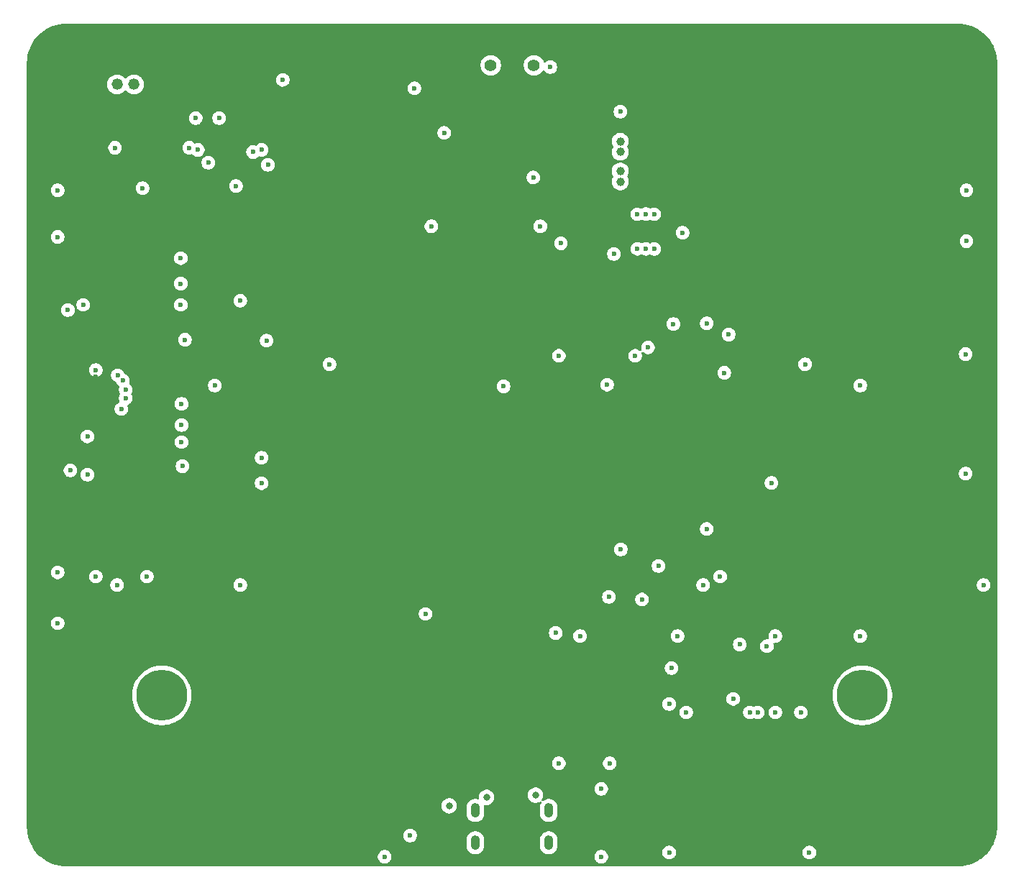
<source format=gbr>
%TF.GenerationSoftware,KiCad,Pcbnew,9.0.7*%
%TF.CreationDate,2026-02-12T15:19:17-05:00*%
%TF.ProjectId,OSHE-Reader-PCB,4f534845-2d52-4656-9164-65722d504342,rev?*%
%TF.SameCoordinates,Original*%
%TF.FileFunction,Copper,L3,Inr*%
%TF.FilePolarity,Positive*%
%FSLAX46Y46*%
G04 Gerber Fmt 4.6, Leading zero omitted, Abs format (unit mm)*
G04 Created by KiCad (PCBNEW 9.0.7) date 2026-02-12 15:19:17*
%MOMM*%
%LPD*%
G01*
G04 APERTURE LIST*
%TA.AperFunction,WasherPad*%
%ADD10C,6.000000*%
%TD*%
%TA.AperFunction,ComponentPad*%
%ADD11C,1.400000*%
%TD*%
%TA.AperFunction,ComponentPad*%
%ADD12C,1.320800*%
%TD*%
%TA.AperFunction,WasherPad*%
%ADD13O,1.092200X1.701800*%
%TD*%
%TA.AperFunction,ViaPad*%
%ADD14C,0.600000*%
%TD*%
%TA.AperFunction,ViaPad*%
%ADD15C,0.800000*%
%TD*%
%TA.AperFunction,ViaPad*%
%ADD16C,1.000000*%
%TD*%
G04 APERTURE END LIST*
D10*
%TO.N,*%
%TO.C,H2*%
X131250000Y-160000000D03*
%TD*%
D11*
%TO.N,/Battery Charging/TS*%
%TO.C,TH2*%
X87490000Y-85775800D03*
%TO.N,GND*%
X92570000Y-85775800D03*
%TD*%
D10*
%TO.N,*%
%TO.C,H1*%
X48750000Y-160000000D03*
%TD*%
D12*
%TO.N,/BAT+*%
%TO.C,J4*%
X43486400Y-88040000D03*
%TO.N,GND*%
X45486401Y-88040000D03*
%TD*%
D13*
%TO.N,*%
%TO.C,J1*%
X94320000Y-177345599D03*
X94320000Y-173545600D03*
X85680000Y-177345599D03*
X85680000Y-173545600D03*
%TD*%
D14*
%TO.N,/Battery Charging/VBUS*%
X61250000Y-97500000D03*
X60500000Y-95750000D03*
%TO.N,GND*%
X75000000Y-179000000D03*
X43250000Y-95500000D03*
X55000000Y-123500000D03*
X36500000Y-106000000D03*
X39500000Y-114000000D03*
X118000000Y-162000000D03*
X44000000Y-126274202D03*
D15*
X82600000Y-173000000D03*
D16*
X102750000Y-99500000D03*
X102750000Y-94750000D03*
D14*
X61091350Y-118200000D03*
X105750000Y-107400000D03*
X101200000Y-123400000D03*
X51000000Y-114000000D03*
X36500000Y-151500000D03*
X46500000Y-100250000D03*
X110500000Y-162000000D03*
X51500000Y-118108375D03*
D16*
X102750000Y-96000000D03*
D14*
X104750000Y-107400000D03*
X131000000Y-153000000D03*
X124000000Y-162000000D03*
X60500000Y-132000000D03*
X116800000Y-154000000D03*
X51200000Y-133000000D03*
X92500000Y-99000000D03*
D16*
X102750000Y-98250000D03*
D14*
X51086273Y-125665039D03*
X121000000Y-153000000D03*
X105750000Y-103300000D03*
X95140000Y-152640000D03*
X106750000Y-107425000D03*
X106750000Y-103325000D03*
X100500000Y-179000000D03*
X51086273Y-128165039D03*
X80500000Y-104750000D03*
X104725000Y-103325000D03*
X108500000Y-178500000D03*
X51000000Y-111500000D03*
X125000000Y-178500000D03*
X78500000Y-88500000D03*
X60500000Y-135000000D03*
X121000000Y-162000000D03*
X120000000Y-154200000D03*
X78000000Y-176500000D03*
X52750000Y-92000000D03*
X41000000Y-121674201D03*
X102750000Y-91250000D03*
X89000000Y-123600000D03*
X59500000Y-96000000D03*
X94500000Y-86000000D03*
D15*
X87000000Y-172000000D03*
D14*
X51086273Y-130165039D03*
X100500000Y-171000000D03*
X143400000Y-119800000D03*
X131000000Y-123500000D03*
X101500000Y-168000000D03*
D15*
X92749936Y-171749936D03*
D14*
X38000000Y-133500000D03*
X143500000Y-106500000D03*
%TO.N,+3V3*%
X84500000Y-168000000D03*
X36500000Y-89500000D03*
D16*
X96250000Y-96000000D03*
D14*
X36500000Y-134500000D03*
X41000000Y-122500000D03*
X143500000Y-89500000D03*
D16*
X96250000Y-94750000D03*
D14*
X143500000Y-145000000D03*
X95200000Y-123400000D03*
X120000000Y-160000000D03*
X61500000Y-128000000D03*
D16*
X96250000Y-98250000D03*
D14*
X45600000Y-130200000D03*
X60500000Y-123500000D03*
D16*
X96250000Y-99500000D03*
D14*
%TO.N,/SCK*%
X104500000Y-120000000D03*
X44176702Y-122893731D03*
X108500000Y-161000000D03*
X95500000Y-120000000D03*
X118933800Y-162000000D03*
%TO.N,/COPI*%
X106000000Y-119000000D03*
X108776000Y-156776000D03*
X116033799Y-160400000D03*
X43576700Y-122293731D03*
%TO.N,/EP_RESET*%
X44500000Y-124000000D03*
X68500000Y-121000000D03*
X124500000Y-121000000D03*
%TO.N,/EP_CS*%
X41000000Y-146000000D03*
X40000000Y-129500000D03*
X47000000Y-146000000D03*
X40000000Y-134000000D03*
X114500000Y-146000000D03*
%TO.N,/EP_BUSY*%
X44500000Y-125000000D03*
X115000000Y-122000000D03*
%TO.N,/EP_D{slash}C*%
X58000000Y-147000000D03*
X43500000Y-147000000D03*
X112500000Y-147000000D03*
%TO.N,/Buttons/RightButton*%
X120540000Y-134960000D03*
X143400131Y-133865669D03*
%TO.N,Net-(U4-GPIO0)*%
X51000000Y-108500000D03*
X109000000Y-116250000D03*
%TO.N,/Buttons/DownButton*%
X107250000Y-144750000D03*
X36500000Y-145500000D03*
%TO.N,/BAT_STAT*%
X101400000Y-148400000D03*
X58000000Y-113500000D03*
X52000000Y-95500000D03*
X57500000Y-100000000D03*
X112920000Y-140400000D03*
X102800000Y-142800000D03*
X112920000Y-116170000D03*
X79800000Y-150400000D03*
%TO.N,/BAT+*%
X54250000Y-97250000D03*
%TO.N,Net-(U1-CC)*%
X63000000Y-87500000D03*
X55500000Y-92000000D03*
%TO.N,/Battery Charging/TS*%
X53000000Y-95750000D03*
X82000000Y-93750000D03*
%TO.N,Net-(U3-EN)*%
X110079226Y-105500000D03*
X93329226Y-104750000D03*
%TO.N,/Buttons/LeftButton*%
X105300000Y-148700000D03*
X143500000Y-100500000D03*
X145500000Y-147000000D03*
%TO.N,/Buttons/UpButton*%
X36500000Y-100500000D03*
X37705050Y-114602525D03*
X115500000Y-117508375D03*
%TO.N,/Buttons/HomeButton*%
X95500000Y-168000000D03*
X109500000Y-153000000D03*
X98000000Y-153000000D03*
%TO.N,Net-(U3-BOOT)*%
X95750000Y-106750000D03*
X102000000Y-108000000D03*
%TD*%
%TA.AperFunction,Conductor*%
%TO.N,+3V3*%
G36*
X142502702Y-80881617D02*
G01*
X142897143Y-80898839D01*
X142907879Y-80899779D01*
X143296627Y-80950958D01*
X143307265Y-80952833D01*
X143690083Y-81037703D01*
X143700515Y-81040498D01*
X144074466Y-81158405D01*
X144084609Y-81162096D01*
X144446869Y-81312149D01*
X144456660Y-81316715D01*
X144804442Y-81497759D01*
X144813810Y-81503167D01*
X145144500Y-81713839D01*
X145153350Y-81720036D01*
X145464431Y-81958737D01*
X145472709Y-81965684D01*
X145761781Y-82230569D01*
X145769430Y-82238218D01*
X146034315Y-82527290D01*
X146041264Y-82535570D01*
X146279960Y-82846644D01*
X146286160Y-82855499D01*
X146496832Y-83186189D01*
X146502240Y-83195557D01*
X146683281Y-83543332D01*
X146687853Y-83553136D01*
X146837897Y-83915375D01*
X146841597Y-83925541D01*
X146959499Y-84299479D01*
X146962299Y-84309927D01*
X147047164Y-84692726D01*
X147049042Y-84703380D01*
X147100218Y-85092101D01*
X147101161Y-85102877D01*
X147118382Y-85497297D01*
X147118500Y-85502706D01*
X147118500Y-175497293D01*
X147118382Y-175502702D01*
X147101161Y-175897122D01*
X147100218Y-175907898D01*
X147049042Y-176296619D01*
X147047164Y-176307273D01*
X146962299Y-176690072D01*
X146959499Y-176700520D01*
X146841597Y-177074458D01*
X146837897Y-177084624D01*
X146687853Y-177446863D01*
X146683281Y-177456667D01*
X146502240Y-177804442D01*
X146496832Y-177813810D01*
X146286160Y-178144500D01*
X146279955Y-178153362D01*
X146041269Y-178464423D01*
X146034315Y-178472709D01*
X145769430Y-178761781D01*
X145761781Y-178769430D01*
X145472709Y-179034315D01*
X145464423Y-179041269D01*
X145153362Y-179279955D01*
X145144500Y-179286160D01*
X144813810Y-179496832D01*
X144804442Y-179502240D01*
X144456667Y-179683281D01*
X144446863Y-179687853D01*
X144084624Y-179837897D01*
X144074458Y-179841597D01*
X143700520Y-179959499D01*
X143690072Y-179962299D01*
X143307273Y-180047164D01*
X143296619Y-180049042D01*
X142907898Y-180100218D01*
X142897122Y-180101161D01*
X142502703Y-180118382D01*
X142497294Y-180118500D01*
X37502706Y-180118500D01*
X37497297Y-180118382D01*
X37102877Y-180101161D01*
X37092101Y-180100218D01*
X36703380Y-180049042D01*
X36692726Y-180047164D01*
X36309927Y-179962299D01*
X36299479Y-179959499D01*
X35925541Y-179841597D01*
X35915375Y-179837897D01*
X35825090Y-179800500D01*
X35750817Y-179769735D01*
X35553136Y-179687853D01*
X35543332Y-179683281D01*
X35195557Y-179502240D01*
X35186189Y-179496832D01*
X34855499Y-179286160D01*
X34846644Y-179279960D01*
X34535570Y-179041264D01*
X34527299Y-179034324D01*
X34403800Y-178921158D01*
X34403795Y-178921153D01*
X74199500Y-178921153D01*
X74199500Y-179078846D01*
X74230261Y-179233489D01*
X74230264Y-179233501D01*
X74290602Y-179379172D01*
X74290609Y-179379185D01*
X74378210Y-179510288D01*
X74378213Y-179510292D01*
X74489707Y-179621786D01*
X74489711Y-179621789D01*
X74620814Y-179709390D01*
X74620827Y-179709397D01*
X74766498Y-179769735D01*
X74766503Y-179769737D01*
X74921153Y-179800499D01*
X74921156Y-179800500D01*
X74921158Y-179800500D01*
X75078844Y-179800500D01*
X75078845Y-179800499D01*
X75233497Y-179769737D01*
X75379179Y-179709394D01*
X75510289Y-179621789D01*
X75621789Y-179510289D01*
X75709394Y-179379179D01*
X75769737Y-179233497D01*
X75800500Y-179078842D01*
X75800500Y-178921158D01*
X75800500Y-178921155D01*
X75800499Y-178921153D01*
X99699500Y-178921153D01*
X99699500Y-179078846D01*
X99730261Y-179233489D01*
X99730264Y-179233501D01*
X99790602Y-179379172D01*
X99790609Y-179379185D01*
X99878210Y-179510288D01*
X99878213Y-179510292D01*
X99989707Y-179621786D01*
X99989711Y-179621789D01*
X100120814Y-179709390D01*
X100120827Y-179709397D01*
X100266498Y-179769735D01*
X100266503Y-179769737D01*
X100421153Y-179800499D01*
X100421156Y-179800500D01*
X100421158Y-179800500D01*
X100578844Y-179800500D01*
X100578845Y-179800499D01*
X100733497Y-179769737D01*
X100879179Y-179709394D01*
X101010289Y-179621789D01*
X101121789Y-179510289D01*
X101209394Y-179379179D01*
X101269737Y-179233497D01*
X101300500Y-179078842D01*
X101300500Y-178921158D01*
X101300500Y-178921155D01*
X101300499Y-178921153D01*
X101269738Y-178766510D01*
X101269737Y-178766503D01*
X101240948Y-178696999D01*
X101209397Y-178620827D01*
X101209390Y-178620814D01*
X101121790Y-178489712D01*
X101121784Y-178489705D01*
X101053232Y-178421153D01*
X107699500Y-178421153D01*
X107699500Y-178578846D01*
X107730261Y-178733489D01*
X107730264Y-178733501D01*
X107790602Y-178879172D01*
X107790609Y-178879185D01*
X107878210Y-179010288D01*
X107878213Y-179010292D01*
X107989707Y-179121786D01*
X107989711Y-179121789D01*
X108120814Y-179209390D01*
X108120827Y-179209397D01*
X108266498Y-179269735D01*
X108266503Y-179269737D01*
X108421153Y-179300499D01*
X108421156Y-179300500D01*
X108421158Y-179300500D01*
X108578844Y-179300500D01*
X108578845Y-179300499D01*
X108733497Y-179269737D01*
X108879179Y-179209394D01*
X109010289Y-179121789D01*
X109121789Y-179010289D01*
X109209394Y-178879179D01*
X109269737Y-178733497D01*
X109300500Y-178578842D01*
X109300500Y-178421158D01*
X109300500Y-178421155D01*
X109300499Y-178421153D01*
X124199500Y-178421153D01*
X124199500Y-178578846D01*
X124230261Y-178733489D01*
X124230264Y-178733501D01*
X124290602Y-178879172D01*
X124290609Y-178879185D01*
X124378210Y-179010288D01*
X124378213Y-179010292D01*
X124489707Y-179121786D01*
X124489711Y-179121789D01*
X124620814Y-179209390D01*
X124620827Y-179209397D01*
X124766498Y-179269735D01*
X124766503Y-179269737D01*
X124921153Y-179300499D01*
X124921156Y-179300500D01*
X124921158Y-179300500D01*
X125078844Y-179300500D01*
X125078845Y-179300499D01*
X125233497Y-179269737D01*
X125379179Y-179209394D01*
X125510289Y-179121789D01*
X125621789Y-179010289D01*
X125709394Y-178879179D01*
X125769737Y-178733497D01*
X125800500Y-178578842D01*
X125800500Y-178421158D01*
X125800500Y-178421155D01*
X125800499Y-178421153D01*
X125779895Y-178317571D01*
X125769737Y-178266503D01*
X125765828Y-178257065D01*
X125709397Y-178120827D01*
X125709390Y-178120814D01*
X125621789Y-177989711D01*
X125621786Y-177989707D01*
X125510292Y-177878213D01*
X125510288Y-177878210D01*
X125379185Y-177790609D01*
X125379172Y-177790602D01*
X125233501Y-177730264D01*
X125233489Y-177730261D01*
X125078845Y-177699500D01*
X125078842Y-177699500D01*
X124921158Y-177699500D01*
X124921155Y-177699500D01*
X124766510Y-177730261D01*
X124766498Y-177730264D01*
X124620827Y-177790602D01*
X124620814Y-177790609D01*
X124489711Y-177878210D01*
X124489707Y-177878213D01*
X124378213Y-177989707D01*
X124378210Y-177989711D01*
X124290609Y-178120814D01*
X124290602Y-178120827D01*
X124230264Y-178266498D01*
X124230261Y-178266510D01*
X124199500Y-178421153D01*
X109300499Y-178421153D01*
X109279895Y-178317571D01*
X109269737Y-178266503D01*
X109265828Y-178257065D01*
X109209397Y-178120827D01*
X109209390Y-178120814D01*
X109121789Y-177989711D01*
X109121786Y-177989707D01*
X109010292Y-177878213D01*
X109010288Y-177878210D01*
X108879185Y-177790609D01*
X108879172Y-177790602D01*
X108733501Y-177730264D01*
X108733489Y-177730261D01*
X108578845Y-177699500D01*
X108578842Y-177699500D01*
X108421158Y-177699500D01*
X108421155Y-177699500D01*
X108266510Y-177730261D01*
X108266498Y-177730264D01*
X108120827Y-177790602D01*
X108120814Y-177790609D01*
X107989711Y-177878210D01*
X107989707Y-177878213D01*
X107878213Y-177989707D01*
X107878210Y-177989711D01*
X107790609Y-178120814D01*
X107790602Y-178120827D01*
X107730264Y-178266498D01*
X107730261Y-178266510D01*
X107699500Y-178421153D01*
X101053232Y-178421153D01*
X101010292Y-178378213D01*
X101010288Y-178378210D01*
X100879185Y-178290609D01*
X100879172Y-178290602D01*
X100733501Y-178230264D01*
X100733489Y-178230261D01*
X100578845Y-178199500D01*
X100578842Y-178199500D01*
X100421158Y-178199500D01*
X100421155Y-178199500D01*
X100266510Y-178230261D01*
X100266498Y-178230264D01*
X100120827Y-178290602D01*
X100120814Y-178290609D01*
X99989711Y-178378210D01*
X99989707Y-178378213D01*
X99878213Y-178489707D01*
X99878210Y-178489711D01*
X99790609Y-178620814D01*
X99790602Y-178620827D01*
X99730264Y-178766498D01*
X99730261Y-178766510D01*
X99699500Y-178921153D01*
X75800499Y-178921153D01*
X75769738Y-178766510D01*
X75769737Y-178766503D01*
X75740948Y-178696999D01*
X75709397Y-178620827D01*
X75709390Y-178620814D01*
X75621789Y-178489711D01*
X75621786Y-178489707D01*
X75510292Y-178378213D01*
X75510288Y-178378210D01*
X75379185Y-178290609D01*
X75379172Y-178290602D01*
X75233501Y-178230264D01*
X75233489Y-178230261D01*
X75078845Y-178199500D01*
X75078842Y-178199500D01*
X74921158Y-178199500D01*
X74921155Y-178199500D01*
X74766510Y-178230261D01*
X74766498Y-178230264D01*
X74620827Y-178290602D01*
X74620814Y-178290609D01*
X74489711Y-178378210D01*
X74489707Y-178378213D01*
X74378213Y-178489707D01*
X74378210Y-178489711D01*
X74290609Y-178620814D01*
X74290602Y-178620827D01*
X74230264Y-178766498D01*
X74230261Y-178766510D01*
X74199500Y-178921153D01*
X34403795Y-178921153D01*
X34238218Y-178769430D01*
X34230569Y-178761781D01*
X33965684Y-178472709D01*
X33958737Y-178464431D01*
X33720036Y-178153350D01*
X33713839Y-178144500D01*
X33593548Y-177955681D01*
X33503166Y-177813809D01*
X33497759Y-177804442D01*
X33490558Y-177790609D01*
X33316715Y-177456660D01*
X33312146Y-177446863D01*
X33251521Y-177300500D01*
X33162096Y-177084609D01*
X33158402Y-177074458D01*
X33146544Y-177036850D01*
X33040498Y-176700515D01*
X33037703Y-176690083D01*
X32978082Y-176421153D01*
X77199500Y-176421153D01*
X77199500Y-176578846D01*
X77230261Y-176733489D01*
X77230264Y-176733501D01*
X77290602Y-176879172D01*
X77290609Y-176879185D01*
X77378210Y-177010288D01*
X77378213Y-177010292D01*
X77489707Y-177121786D01*
X77489711Y-177121789D01*
X77620814Y-177209390D01*
X77620827Y-177209397D01*
X77766498Y-177269735D01*
X77766503Y-177269737D01*
X77921153Y-177300499D01*
X77921156Y-177300500D01*
X77921158Y-177300500D01*
X78078844Y-177300500D01*
X78078845Y-177300499D01*
X78233497Y-177269737D01*
X78379179Y-177209394D01*
X78510289Y-177121789D01*
X78621789Y-177010289D01*
X78670283Y-176937713D01*
X84633400Y-176937713D01*
X84633400Y-177753484D01*
X84673618Y-177955673D01*
X84673620Y-177955681D01*
X84752513Y-178146147D01*
X84752518Y-178146156D01*
X84867052Y-178317567D01*
X84867055Y-178317571D01*
X85012827Y-178463343D01*
X85012831Y-178463346D01*
X85184242Y-178577880D01*
X85184251Y-178577885D01*
X85186571Y-178578846D01*
X85374718Y-178656779D01*
X85576914Y-178696998D01*
X85576918Y-178696999D01*
X85576919Y-178696999D01*
X85783082Y-178696999D01*
X85783083Y-178696998D01*
X85985282Y-178656779D01*
X86175751Y-178577884D01*
X86347169Y-178463346D01*
X86492947Y-178317568D01*
X86607485Y-178146150D01*
X86686380Y-177955681D01*
X86726600Y-177753480D01*
X86726600Y-176937718D01*
X86726599Y-176937713D01*
X93273400Y-176937713D01*
X93273400Y-177753484D01*
X93313618Y-177955673D01*
X93313620Y-177955681D01*
X93392513Y-178146147D01*
X93392518Y-178146156D01*
X93507052Y-178317567D01*
X93507055Y-178317571D01*
X93652827Y-178463343D01*
X93652831Y-178463346D01*
X93824242Y-178577880D01*
X93824251Y-178577885D01*
X93826571Y-178578846D01*
X94014718Y-178656779D01*
X94216914Y-178696998D01*
X94216918Y-178696999D01*
X94216919Y-178696999D01*
X94423082Y-178696999D01*
X94423083Y-178696998D01*
X94625282Y-178656779D01*
X94815751Y-178577884D01*
X94987169Y-178463346D01*
X95132947Y-178317568D01*
X95247485Y-178146150D01*
X95326380Y-177955681D01*
X95366600Y-177753480D01*
X95366600Y-176937718D01*
X95326380Y-176735517D01*
X95247485Y-176545048D01*
X95247484Y-176545047D01*
X95247481Y-176545041D01*
X95132947Y-176373630D01*
X95132944Y-176373626D01*
X94987172Y-176227854D01*
X94987168Y-176227851D01*
X94815757Y-176113317D01*
X94815748Y-176113312D01*
X94625282Y-176034419D01*
X94625274Y-176034417D01*
X94423085Y-175994199D01*
X94423081Y-175994199D01*
X94216919Y-175994199D01*
X94216914Y-175994199D01*
X94014725Y-176034417D01*
X94014717Y-176034419D01*
X93824251Y-176113312D01*
X93824242Y-176113317D01*
X93652831Y-176227851D01*
X93652827Y-176227854D01*
X93507055Y-176373626D01*
X93507052Y-176373630D01*
X93392518Y-176545041D01*
X93392513Y-176545050D01*
X93313620Y-176735516D01*
X93313618Y-176735524D01*
X93273400Y-176937713D01*
X86726599Y-176937713D01*
X86686380Y-176735517D01*
X86607485Y-176545048D01*
X86607484Y-176545047D01*
X86607481Y-176545041D01*
X86492947Y-176373630D01*
X86492944Y-176373626D01*
X86347172Y-176227854D01*
X86347168Y-176227851D01*
X86175757Y-176113317D01*
X86175748Y-176113312D01*
X85985282Y-176034419D01*
X85985274Y-176034417D01*
X85783085Y-175994199D01*
X85783081Y-175994199D01*
X85576919Y-175994199D01*
X85576914Y-175994199D01*
X85374725Y-176034417D01*
X85374717Y-176034419D01*
X85184251Y-176113312D01*
X85184242Y-176113317D01*
X85012831Y-176227851D01*
X85012827Y-176227854D01*
X84867055Y-176373626D01*
X84867052Y-176373630D01*
X84752518Y-176545041D01*
X84752513Y-176545050D01*
X84673620Y-176735516D01*
X84673618Y-176735524D01*
X84633400Y-176937713D01*
X78670283Y-176937713D01*
X78709394Y-176879179D01*
X78769737Y-176733497D01*
X78800500Y-176578842D01*
X78800500Y-176421158D01*
X78800500Y-176421155D01*
X78800499Y-176421153D01*
X78791045Y-176373626D01*
X78769737Y-176266503D01*
X78753728Y-176227854D01*
X78709397Y-176120827D01*
X78709390Y-176120814D01*
X78621789Y-175989711D01*
X78621786Y-175989707D01*
X78510292Y-175878213D01*
X78510288Y-175878210D01*
X78379185Y-175790609D01*
X78379172Y-175790602D01*
X78233501Y-175730264D01*
X78233489Y-175730261D01*
X78078845Y-175699500D01*
X78078842Y-175699500D01*
X77921158Y-175699500D01*
X77921155Y-175699500D01*
X77766510Y-175730261D01*
X77766498Y-175730264D01*
X77620827Y-175790602D01*
X77620814Y-175790609D01*
X77489711Y-175878210D01*
X77489707Y-175878213D01*
X77378213Y-175989707D01*
X77378210Y-175989711D01*
X77290609Y-176120814D01*
X77290602Y-176120827D01*
X77230264Y-176266498D01*
X77230261Y-176266510D01*
X77199500Y-176421153D01*
X32978082Y-176421153D01*
X32952834Y-176307269D01*
X32950957Y-176296619D01*
X32946993Y-176266510D01*
X32899779Y-175907879D01*
X32898839Y-175897143D01*
X32881618Y-175502702D01*
X32881500Y-175497293D01*
X32881500Y-172911304D01*
X81699500Y-172911304D01*
X81699500Y-173088695D01*
X81734103Y-173262658D01*
X81734106Y-173262667D01*
X81801983Y-173426540D01*
X81801990Y-173426553D01*
X81900535Y-173574034D01*
X81900538Y-173574038D01*
X82025961Y-173699461D01*
X82025965Y-173699464D01*
X82173446Y-173798009D01*
X82173459Y-173798016D01*
X82296363Y-173848923D01*
X82337334Y-173865894D01*
X82337336Y-173865894D01*
X82337341Y-173865896D01*
X82511304Y-173900499D01*
X82511307Y-173900500D01*
X82511309Y-173900500D01*
X82688693Y-173900500D01*
X82688694Y-173900499D01*
X82746682Y-173888964D01*
X82862658Y-173865896D01*
X82862661Y-173865894D01*
X82862666Y-173865894D01*
X83026547Y-173798013D01*
X83174035Y-173699464D01*
X83299464Y-173574035D01*
X83398013Y-173426547D01*
X83465894Y-173262666D01*
X83490748Y-173137718D01*
X83490749Y-173137714D01*
X84633400Y-173137714D01*
X84633400Y-173953485D01*
X84673618Y-174155674D01*
X84673620Y-174155682D01*
X84752513Y-174346148D01*
X84752518Y-174346157D01*
X84867052Y-174517568D01*
X84867055Y-174517572D01*
X85012827Y-174663344D01*
X85012831Y-174663347D01*
X85184242Y-174777881D01*
X85184248Y-174777884D01*
X85184249Y-174777885D01*
X85374718Y-174856780D01*
X85576914Y-174896999D01*
X85576918Y-174897000D01*
X85576919Y-174897000D01*
X85783082Y-174897000D01*
X85783083Y-174896999D01*
X85985282Y-174856780D01*
X86175751Y-174777885D01*
X86347169Y-174663347D01*
X86492947Y-174517569D01*
X86607485Y-174346151D01*
X86686380Y-174155682D01*
X86726600Y-173953481D01*
X86726600Y-173137719D01*
X86706066Y-173034486D01*
X86712293Y-172964895D01*
X86755156Y-172909717D01*
X86821046Y-172886473D01*
X86851875Y-172888678D01*
X86911306Y-172900500D01*
X86911309Y-172900500D01*
X87088693Y-172900500D01*
X87088694Y-172900499D01*
X87159209Y-172886473D01*
X87262658Y-172865896D01*
X87262661Y-172865894D01*
X87262666Y-172865894D01*
X87426547Y-172798013D01*
X87574035Y-172699464D01*
X87699464Y-172574035D01*
X87798013Y-172426547D01*
X87865894Y-172262666D01*
X87870628Y-172238870D01*
X87900499Y-172088695D01*
X87900500Y-172088693D01*
X87900500Y-171911306D01*
X87900499Y-171911304D01*
X87865896Y-171737341D01*
X87865893Y-171737332D01*
X87851509Y-171702605D01*
X87834375Y-171661240D01*
X91849436Y-171661240D01*
X91849436Y-171838631D01*
X91884039Y-172012594D01*
X91884042Y-172012603D01*
X91951919Y-172176476D01*
X91951926Y-172176489D01*
X92050471Y-172323970D01*
X92050474Y-172323974D01*
X92175897Y-172449397D01*
X92175901Y-172449400D01*
X92323382Y-172547945D01*
X92323395Y-172547952D01*
X92432380Y-172593094D01*
X92487270Y-172615830D01*
X92487272Y-172615830D01*
X92487277Y-172615832D01*
X92661240Y-172650435D01*
X92661243Y-172650436D01*
X92661245Y-172650436D01*
X92838629Y-172650436D01*
X92838630Y-172650435D01*
X92896618Y-172638900D01*
X93012594Y-172615832D01*
X93012597Y-172615830D01*
X93012602Y-172615830D01*
X93176483Y-172547949D01*
X93286348Y-172474538D01*
X93353025Y-172453661D01*
X93420405Y-172472145D01*
X93467096Y-172524124D01*
X93478272Y-172593094D01*
X93458341Y-172646532D01*
X93392518Y-172745042D01*
X93392513Y-172745051D01*
X93313620Y-172935517D01*
X93313618Y-172935525D01*
X93273400Y-173137714D01*
X93273400Y-173953485D01*
X93313618Y-174155674D01*
X93313620Y-174155682D01*
X93392513Y-174346148D01*
X93392518Y-174346157D01*
X93507052Y-174517568D01*
X93507055Y-174517572D01*
X93652827Y-174663344D01*
X93652831Y-174663347D01*
X93824242Y-174777881D01*
X93824248Y-174777884D01*
X93824249Y-174777885D01*
X94014718Y-174856780D01*
X94216914Y-174896999D01*
X94216918Y-174897000D01*
X94216919Y-174897000D01*
X94423082Y-174897000D01*
X94423083Y-174896999D01*
X94625282Y-174856780D01*
X94815751Y-174777885D01*
X94987169Y-174663347D01*
X95132947Y-174517569D01*
X95247485Y-174346151D01*
X95326380Y-174155682D01*
X95366600Y-173953481D01*
X95366600Y-173137719D01*
X95326380Y-172935518D01*
X95247485Y-172745049D01*
X95247484Y-172745048D01*
X95247481Y-172745042D01*
X95132947Y-172573631D01*
X95132944Y-172573627D01*
X94987172Y-172427855D01*
X94987168Y-172427852D01*
X94815757Y-172313318D01*
X94815748Y-172313313D01*
X94625282Y-172234420D01*
X94625274Y-172234418D01*
X94423085Y-172194200D01*
X94423081Y-172194200D01*
X94216919Y-172194200D01*
X94216914Y-172194200D01*
X94014725Y-172234418D01*
X94014717Y-172234420D01*
X93824251Y-172313313D01*
X93824242Y-172313318D01*
X93678255Y-172410864D01*
X93611577Y-172431742D01*
X93544197Y-172413257D01*
X93497507Y-172361278D01*
X93486331Y-172292308D01*
X93506263Y-172238870D01*
X93523233Y-172213473D01*
X93547949Y-172176483D01*
X93615830Y-172012602D01*
X93650436Y-171838627D01*
X93650436Y-171661245D01*
X93650436Y-171661242D01*
X93650435Y-171661240D01*
X93615832Y-171487277D01*
X93615829Y-171487268D01*
X93547952Y-171323395D01*
X93547945Y-171323382D01*
X93449400Y-171175901D01*
X93449397Y-171175897D01*
X93323974Y-171050474D01*
X93323970Y-171050471D01*
X93275626Y-171018168D01*
X93176489Y-170951926D01*
X93176476Y-170951919D01*
X93102199Y-170921153D01*
X99699500Y-170921153D01*
X99699500Y-171078846D01*
X99730261Y-171233489D01*
X99730264Y-171233501D01*
X99790602Y-171379172D01*
X99790609Y-171379185D01*
X99878210Y-171510288D01*
X99878213Y-171510292D01*
X99989707Y-171621786D01*
X99989711Y-171621789D01*
X100120814Y-171709390D01*
X100120827Y-171709397D01*
X100266498Y-171769735D01*
X100266503Y-171769737D01*
X100421153Y-171800499D01*
X100421156Y-171800500D01*
X100421158Y-171800500D01*
X100578844Y-171800500D01*
X100578845Y-171800499D01*
X100733497Y-171769737D01*
X100879179Y-171709394D01*
X101010289Y-171621789D01*
X101121789Y-171510289D01*
X101209394Y-171379179D01*
X101269737Y-171233497D01*
X101300500Y-171078842D01*
X101300500Y-170921158D01*
X101300500Y-170921155D01*
X101300499Y-170921153D01*
X101293117Y-170884042D01*
X101269737Y-170766503D01*
X101269735Y-170766498D01*
X101209397Y-170620827D01*
X101209390Y-170620814D01*
X101121789Y-170489711D01*
X101121786Y-170489707D01*
X101010292Y-170378213D01*
X101010288Y-170378210D01*
X100879185Y-170290609D01*
X100879172Y-170290602D01*
X100733501Y-170230264D01*
X100733489Y-170230261D01*
X100578845Y-170199500D01*
X100578842Y-170199500D01*
X100421158Y-170199500D01*
X100421155Y-170199500D01*
X100266510Y-170230261D01*
X100266498Y-170230264D01*
X100120827Y-170290602D01*
X100120814Y-170290609D01*
X99989711Y-170378210D01*
X99989707Y-170378213D01*
X99878213Y-170489707D01*
X99878210Y-170489711D01*
X99790609Y-170620814D01*
X99790602Y-170620827D01*
X99730264Y-170766498D01*
X99730261Y-170766510D01*
X99699500Y-170921153D01*
X93102199Y-170921153D01*
X93012603Y-170884042D01*
X93012594Y-170884039D01*
X92838630Y-170849436D01*
X92838627Y-170849436D01*
X92661245Y-170849436D01*
X92661242Y-170849436D01*
X92487277Y-170884039D01*
X92487268Y-170884042D01*
X92323395Y-170951919D01*
X92323382Y-170951926D01*
X92175901Y-171050471D01*
X92175897Y-171050474D01*
X92050474Y-171175897D01*
X92050471Y-171175901D01*
X91951926Y-171323382D01*
X91951919Y-171323395D01*
X91884042Y-171487268D01*
X91884039Y-171487277D01*
X91849436Y-171661240D01*
X87834375Y-171661240D01*
X87798016Y-171573459D01*
X87798009Y-171573446D01*
X87699464Y-171425965D01*
X87699461Y-171425961D01*
X87574038Y-171300538D01*
X87574034Y-171300535D01*
X87426553Y-171201990D01*
X87426540Y-171201983D01*
X87262667Y-171134106D01*
X87262658Y-171134103D01*
X87088694Y-171099500D01*
X87088691Y-171099500D01*
X86911309Y-171099500D01*
X86911306Y-171099500D01*
X86737341Y-171134103D01*
X86737332Y-171134106D01*
X86573459Y-171201983D01*
X86573446Y-171201990D01*
X86425965Y-171300535D01*
X86425961Y-171300538D01*
X86300538Y-171425961D01*
X86300535Y-171425965D01*
X86201990Y-171573446D01*
X86201983Y-171573459D01*
X86134106Y-171737332D01*
X86134103Y-171737341D01*
X86099500Y-171911304D01*
X86099500Y-172088694D01*
X86100034Y-172094118D01*
X86087014Y-172162764D01*
X86038948Y-172213473D01*
X85971096Y-172230145D01*
X85952441Y-172227887D01*
X85822209Y-172201983D01*
X85783081Y-172194200D01*
X85576919Y-172194200D01*
X85576914Y-172194200D01*
X85374725Y-172234418D01*
X85374717Y-172234420D01*
X85184251Y-172313313D01*
X85184242Y-172313318D01*
X85012831Y-172427852D01*
X85012827Y-172427855D01*
X84867055Y-172573627D01*
X84867052Y-172573631D01*
X84752518Y-172745042D01*
X84752513Y-172745051D01*
X84673620Y-172935517D01*
X84673618Y-172935525D01*
X84633400Y-173137714D01*
X83490749Y-173137714D01*
X83496772Y-173107436D01*
X83496772Y-173107435D01*
X83500500Y-173088693D01*
X83500500Y-172911306D01*
X83500499Y-172911304D01*
X83465896Y-172737341D01*
X83465893Y-172737332D01*
X83398016Y-172573459D01*
X83398009Y-172573446D01*
X83299464Y-172425965D01*
X83299461Y-172425961D01*
X83174038Y-172300538D01*
X83174034Y-172300535D01*
X83026553Y-172201990D01*
X83026540Y-172201983D01*
X82862667Y-172134106D01*
X82862658Y-172134103D01*
X82688694Y-172099500D01*
X82688691Y-172099500D01*
X82511309Y-172099500D01*
X82511306Y-172099500D01*
X82337341Y-172134103D01*
X82337332Y-172134106D01*
X82173459Y-172201983D01*
X82173446Y-172201990D01*
X82025965Y-172300535D01*
X82025961Y-172300538D01*
X81900538Y-172425961D01*
X81900535Y-172425965D01*
X81801990Y-172573446D01*
X81801983Y-172573459D01*
X81734106Y-172737332D01*
X81734103Y-172737341D01*
X81699500Y-172911304D01*
X32881500Y-172911304D01*
X32881500Y-167921153D01*
X94699500Y-167921153D01*
X94699500Y-168078846D01*
X94730261Y-168233489D01*
X94730264Y-168233501D01*
X94790602Y-168379172D01*
X94790609Y-168379185D01*
X94878210Y-168510288D01*
X94878213Y-168510292D01*
X94989707Y-168621786D01*
X94989711Y-168621789D01*
X95120814Y-168709390D01*
X95120827Y-168709397D01*
X95266498Y-168769735D01*
X95266503Y-168769737D01*
X95421153Y-168800499D01*
X95421156Y-168800500D01*
X95421158Y-168800500D01*
X95578844Y-168800500D01*
X95578845Y-168800499D01*
X95733497Y-168769737D01*
X95879179Y-168709394D01*
X96010289Y-168621789D01*
X96121789Y-168510289D01*
X96209394Y-168379179D01*
X96269737Y-168233497D01*
X96300500Y-168078842D01*
X96300500Y-167921158D01*
X96300500Y-167921155D01*
X96300499Y-167921153D01*
X100699500Y-167921153D01*
X100699500Y-168078846D01*
X100730261Y-168233489D01*
X100730264Y-168233501D01*
X100790602Y-168379172D01*
X100790609Y-168379185D01*
X100878210Y-168510288D01*
X100878213Y-168510292D01*
X100989707Y-168621786D01*
X100989711Y-168621789D01*
X101120814Y-168709390D01*
X101120827Y-168709397D01*
X101266498Y-168769735D01*
X101266503Y-168769737D01*
X101421153Y-168800499D01*
X101421156Y-168800500D01*
X101421158Y-168800500D01*
X101578844Y-168800500D01*
X101578845Y-168800499D01*
X101733497Y-168769737D01*
X101879179Y-168709394D01*
X102010289Y-168621789D01*
X102121789Y-168510289D01*
X102209394Y-168379179D01*
X102269737Y-168233497D01*
X102300500Y-168078842D01*
X102300500Y-167921158D01*
X102300500Y-167921155D01*
X102300499Y-167921153D01*
X102269738Y-167766510D01*
X102269737Y-167766503D01*
X102269735Y-167766498D01*
X102209397Y-167620827D01*
X102209390Y-167620814D01*
X102121789Y-167489711D01*
X102121786Y-167489707D01*
X102010292Y-167378213D01*
X102010288Y-167378210D01*
X101879185Y-167290609D01*
X101879172Y-167290602D01*
X101733501Y-167230264D01*
X101733489Y-167230261D01*
X101578845Y-167199500D01*
X101578842Y-167199500D01*
X101421158Y-167199500D01*
X101421155Y-167199500D01*
X101266510Y-167230261D01*
X101266498Y-167230264D01*
X101120827Y-167290602D01*
X101120814Y-167290609D01*
X100989711Y-167378210D01*
X100989707Y-167378213D01*
X100878213Y-167489707D01*
X100878210Y-167489711D01*
X100790609Y-167620814D01*
X100790602Y-167620827D01*
X100730264Y-167766498D01*
X100730261Y-167766510D01*
X100699500Y-167921153D01*
X96300499Y-167921153D01*
X96269738Y-167766510D01*
X96269737Y-167766503D01*
X96269735Y-167766498D01*
X96209397Y-167620827D01*
X96209390Y-167620814D01*
X96121789Y-167489711D01*
X96121786Y-167489707D01*
X96010292Y-167378213D01*
X96010288Y-167378210D01*
X95879185Y-167290609D01*
X95879172Y-167290602D01*
X95733501Y-167230264D01*
X95733489Y-167230261D01*
X95578845Y-167199500D01*
X95578842Y-167199500D01*
X95421158Y-167199500D01*
X95421155Y-167199500D01*
X95266510Y-167230261D01*
X95266498Y-167230264D01*
X95120827Y-167290602D01*
X95120814Y-167290609D01*
X94989711Y-167378210D01*
X94989707Y-167378213D01*
X94878213Y-167489707D01*
X94878210Y-167489711D01*
X94790609Y-167620814D01*
X94790602Y-167620827D01*
X94730264Y-167766498D01*
X94730261Y-167766510D01*
X94699500Y-167921153D01*
X32881500Y-167921153D01*
X32881500Y-159828031D01*
X45249500Y-159828031D01*
X45249500Y-160171969D01*
X45259751Y-160276054D01*
X45283210Y-160514249D01*
X45350308Y-160851572D01*
X45450150Y-161180706D01*
X45581770Y-161498464D01*
X45581772Y-161498469D01*
X45743893Y-161801775D01*
X45743904Y-161801793D01*
X45934975Y-162087751D01*
X45934985Y-162087765D01*
X46153176Y-162353632D01*
X46396367Y-162596823D01*
X46396372Y-162596827D01*
X46396373Y-162596828D01*
X46662240Y-162815019D01*
X46948213Y-163006100D01*
X46948222Y-163006105D01*
X46948224Y-163006106D01*
X47251530Y-163168227D01*
X47251532Y-163168227D01*
X47251538Y-163168231D01*
X47569295Y-163299850D01*
X47898422Y-163399690D01*
X48235750Y-163466789D01*
X48578031Y-163500500D01*
X48578034Y-163500500D01*
X48921966Y-163500500D01*
X48921969Y-163500500D01*
X49264250Y-163466789D01*
X49601578Y-163399690D01*
X49930705Y-163299850D01*
X50248462Y-163168231D01*
X50551787Y-163006100D01*
X50837760Y-162815019D01*
X51103627Y-162596828D01*
X51346828Y-162353627D01*
X51565019Y-162087760D01*
X51676342Y-161921153D01*
X109699500Y-161921153D01*
X109699500Y-162078846D01*
X109730261Y-162233489D01*
X109730264Y-162233501D01*
X109790602Y-162379172D01*
X109790609Y-162379185D01*
X109878210Y-162510288D01*
X109878213Y-162510292D01*
X109989707Y-162621786D01*
X109989711Y-162621789D01*
X110120814Y-162709390D01*
X110120827Y-162709397D01*
X110266498Y-162769735D01*
X110266503Y-162769737D01*
X110421153Y-162800499D01*
X110421156Y-162800500D01*
X110421158Y-162800500D01*
X110578844Y-162800500D01*
X110578845Y-162800499D01*
X110733497Y-162769737D01*
X110879179Y-162709394D01*
X111010289Y-162621789D01*
X111121789Y-162510289D01*
X111209394Y-162379179D01*
X111269737Y-162233497D01*
X111300500Y-162078842D01*
X111300500Y-161921158D01*
X111300500Y-161921155D01*
X111300499Y-161921153D01*
X117199500Y-161921153D01*
X117199500Y-162078846D01*
X117230261Y-162233489D01*
X117230264Y-162233501D01*
X117290602Y-162379172D01*
X117290609Y-162379185D01*
X117378210Y-162510288D01*
X117378213Y-162510292D01*
X117489707Y-162621786D01*
X117489711Y-162621789D01*
X117620814Y-162709390D01*
X117620827Y-162709397D01*
X117766498Y-162769735D01*
X117766503Y-162769737D01*
X117921153Y-162800499D01*
X117921156Y-162800500D01*
X117921158Y-162800500D01*
X118078844Y-162800500D01*
X118078845Y-162800499D01*
X118233497Y-162769737D01*
X118379179Y-162709394D01*
X118398008Y-162696812D01*
X118464684Y-162675933D01*
X118532064Y-162694416D01*
X118535777Y-162696803D01*
X118554621Y-162709394D01*
X118554623Y-162709394D01*
X118554625Y-162709396D01*
X118700298Y-162769735D01*
X118700303Y-162769737D01*
X118854953Y-162800499D01*
X118854956Y-162800500D01*
X118854958Y-162800500D01*
X119012644Y-162800500D01*
X119012645Y-162800499D01*
X119167297Y-162769737D01*
X119312979Y-162709394D01*
X119444089Y-162621789D01*
X119555589Y-162510289D01*
X119643194Y-162379179D01*
X119703537Y-162233497D01*
X119734300Y-162078842D01*
X119734300Y-161921158D01*
X119734300Y-161921155D01*
X119734299Y-161921153D01*
X120199500Y-161921153D01*
X120199500Y-162078846D01*
X120230261Y-162233489D01*
X120230264Y-162233501D01*
X120290602Y-162379172D01*
X120290609Y-162379185D01*
X120378210Y-162510288D01*
X120378213Y-162510292D01*
X120489707Y-162621786D01*
X120489711Y-162621789D01*
X120620814Y-162709390D01*
X120620827Y-162709397D01*
X120766498Y-162769735D01*
X120766503Y-162769737D01*
X120921153Y-162800499D01*
X120921156Y-162800500D01*
X120921158Y-162800500D01*
X121078844Y-162800500D01*
X121078845Y-162800499D01*
X121233497Y-162769737D01*
X121379179Y-162709394D01*
X121510289Y-162621789D01*
X121621789Y-162510289D01*
X121709394Y-162379179D01*
X121769737Y-162233497D01*
X121800500Y-162078842D01*
X121800500Y-161921158D01*
X121800500Y-161921155D01*
X121800499Y-161921153D01*
X123199500Y-161921153D01*
X123199500Y-162078846D01*
X123230261Y-162233489D01*
X123230264Y-162233501D01*
X123290602Y-162379172D01*
X123290609Y-162379185D01*
X123378210Y-162510288D01*
X123378213Y-162510292D01*
X123489707Y-162621786D01*
X123489711Y-162621789D01*
X123620814Y-162709390D01*
X123620827Y-162709397D01*
X123766498Y-162769735D01*
X123766503Y-162769737D01*
X123921153Y-162800499D01*
X123921156Y-162800500D01*
X123921158Y-162800500D01*
X124078844Y-162800500D01*
X124078845Y-162800499D01*
X124233497Y-162769737D01*
X124379179Y-162709394D01*
X124510289Y-162621789D01*
X124621789Y-162510289D01*
X124709394Y-162379179D01*
X124769737Y-162233497D01*
X124800500Y-162078842D01*
X124800500Y-161921158D01*
X124800500Y-161921155D01*
X124800499Y-161921153D01*
X124769737Y-161766503D01*
X124709794Y-161621786D01*
X124709397Y-161620827D01*
X124709390Y-161620814D01*
X124621789Y-161489711D01*
X124621786Y-161489707D01*
X124510292Y-161378213D01*
X124510288Y-161378210D01*
X124379185Y-161290609D01*
X124379172Y-161290602D01*
X124233501Y-161230264D01*
X124233489Y-161230261D01*
X124078845Y-161199500D01*
X124078842Y-161199500D01*
X123921158Y-161199500D01*
X123921155Y-161199500D01*
X123766510Y-161230261D01*
X123766498Y-161230264D01*
X123620827Y-161290602D01*
X123620814Y-161290609D01*
X123489711Y-161378210D01*
X123489707Y-161378213D01*
X123378213Y-161489707D01*
X123378210Y-161489711D01*
X123290609Y-161620814D01*
X123290602Y-161620827D01*
X123230264Y-161766498D01*
X123230261Y-161766510D01*
X123199500Y-161921153D01*
X121800499Y-161921153D01*
X121769737Y-161766503D01*
X121709794Y-161621786D01*
X121709397Y-161620827D01*
X121709390Y-161620814D01*
X121621789Y-161489711D01*
X121621786Y-161489707D01*
X121510292Y-161378213D01*
X121510288Y-161378210D01*
X121379185Y-161290609D01*
X121379172Y-161290602D01*
X121233501Y-161230264D01*
X121233489Y-161230261D01*
X121078845Y-161199500D01*
X121078842Y-161199500D01*
X120921158Y-161199500D01*
X120921155Y-161199500D01*
X120766510Y-161230261D01*
X120766498Y-161230264D01*
X120620827Y-161290602D01*
X120620814Y-161290609D01*
X120489711Y-161378210D01*
X120489707Y-161378213D01*
X120378213Y-161489707D01*
X120378210Y-161489711D01*
X120290609Y-161620814D01*
X120290602Y-161620827D01*
X120230264Y-161766498D01*
X120230261Y-161766510D01*
X120199500Y-161921153D01*
X119734299Y-161921153D01*
X119703537Y-161766503D01*
X119643594Y-161621786D01*
X119643197Y-161620827D01*
X119643190Y-161620814D01*
X119555589Y-161489711D01*
X119555586Y-161489707D01*
X119444092Y-161378213D01*
X119444088Y-161378210D01*
X119312985Y-161290609D01*
X119312972Y-161290602D01*
X119167301Y-161230264D01*
X119167289Y-161230261D01*
X119012645Y-161199500D01*
X119012642Y-161199500D01*
X118854958Y-161199500D01*
X118854955Y-161199500D01*
X118700310Y-161230261D01*
X118700298Y-161230264D01*
X118554628Y-161290602D01*
X118554614Y-161290610D01*
X118535788Y-161303189D01*
X118469110Y-161324065D01*
X118401731Y-161305579D01*
X118398012Y-161303189D01*
X118379185Y-161290610D01*
X118379184Y-161290609D01*
X118379179Y-161290606D01*
X118379175Y-161290604D01*
X118379171Y-161290602D01*
X118233501Y-161230264D01*
X118233489Y-161230261D01*
X118078845Y-161199500D01*
X118078842Y-161199500D01*
X117921158Y-161199500D01*
X117921155Y-161199500D01*
X117766510Y-161230261D01*
X117766498Y-161230264D01*
X117620827Y-161290602D01*
X117620814Y-161290609D01*
X117489711Y-161378210D01*
X117489707Y-161378213D01*
X117378213Y-161489707D01*
X117378210Y-161489711D01*
X117290609Y-161620814D01*
X117290602Y-161620827D01*
X117230264Y-161766498D01*
X117230261Y-161766510D01*
X117199500Y-161921153D01*
X111300499Y-161921153D01*
X111269737Y-161766503D01*
X111209794Y-161621786D01*
X111209397Y-161620827D01*
X111209390Y-161620814D01*
X111121789Y-161489711D01*
X111121786Y-161489707D01*
X111010292Y-161378213D01*
X111010288Y-161378210D01*
X110879185Y-161290609D01*
X110879172Y-161290602D01*
X110733501Y-161230264D01*
X110733489Y-161230261D01*
X110578845Y-161199500D01*
X110578842Y-161199500D01*
X110421158Y-161199500D01*
X110421155Y-161199500D01*
X110266510Y-161230261D01*
X110266498Y-161230264D01*
X110120827Y-161290602D01*
X110120814Y-161290609D01*
X109989711Y-161378210D01*
X109989707Y-161378213D01*
X109878213Y-161489707D01*
X109878210Y-161489711D01*
X109790609Y-161620814D01*
X109790602Y-161620827D01*
X109730264Y-161766498D01*
X109730261Y-161766510D01*
X109699500Y-161921153D01*
X51676342Y-161921153D01*
X51756100Y-161801787D01*
X51918231Y-161498462D01*
X52049850Y-161180705D01*
X52128585Y-160921153D01*
X107699500Y-160921153D01*
X107699500Y-161078846D01*
X107730261Y-161233489D01*
X107730264Y-161233501D01*
X107790602Y-161379172D01*
X107790609Y-161379185D01*
X107878210Y-161510288D01*
X107878213Y-161510292D01*
X107989707Y-161621786D01*
X107989711Y-161621789D01*
X108120814Y-161709390D01*
X108120827Y-161709397D01*
X108258683Y-161766498D01*
X108266503Y-161769737D01*
X108421153Y-161800499D01*
X108421156Y-161800500D01*
X108421158Y-161800500D01*
X108578844Y-161800500D01*
X108578845Y-161800499D01*
X108589179Y-161798443D01*
X108614287Y-161793450D01*
X108614292Y-161793449D01*
X108699800Y-161776439D01*
X108733497Y-161769737D01*
X108879179Y-161709394D01*
X109010289Y-161621789D01*
X109121789Y-161510289D01*
X109209394Y-161379179D01*
X109269737Y-161233497D01*
X109300500Y-161078842D01*
X109300500Y-160921158D01*
X109300500Y-160921155D01*
X109300499Y-160921153D01*
X109292128Y-160879069D01*
X109269737Y-160766503D01*
X109269735Y-160766498D01*
X109209397Y-160620827D01*
X109209390Y-160620814D01*
X109121789Y-160489711D01*
X109121786Y-160489707D01*
X109010292Y-160378213D01*
X109010288Y-160378210D01*
X108924897Y-160321153D01*
X115233299Y-160321153D01*
X115233299Y-160478846D01*
X115264060Y-160633489D01*
X115264063Y-160633501D01*
X115324401Y-160779172D01*
X115324408Y-160779185D01*
X115412009Y-160910288D01*
X115412012Y-160910292D01*
X115523506Y-161021786D01*
X115523510Y-161021789D01*
X115654613Y-161109390D01*
X115654626Y-161109397D01*
X115800297Y-161169735D01*
X115800302Y-161169737D01*
X115949930Y-161199500D01*
X115954952Y-161200499D01*
X115954955Y-161200500D01*
X115954957Y-161200500D01*
X116112643Y-161200500D01*
X116112644Y-161200499D01*
X116267296Y-161169737D01*
X116412978Y-161109394D01*
X116544088Y-161021789D01*
X116655588Y-160910289D01*
X116743193Y-160779179D01*
X116803536Y-160633497D01*
X116834299Y-160478842D01*
X116834299Y-160321158D01*
X116834299Y-160321155D01*
X116834298Y-160321153D01*
X116816218Y-160230261D01*
X116803536Y-160166503D01*
X116803534Y-160166498D01*
X116743196Y-160020827D01*
X116743189Y-160020814D01*
X116658373Y-159893878D01*
X116655589Y-159889712D01*
X116655585Y-159889707D01*
X116593909Y-159828031D01*
X127749500Y-159828031D01*
X127749500Y-160171969D01*
X127759751Y-160276054D01*
X127783210Y-160514249D01*
X127850308Y-160851572D01*
X127950150Y-161180706D01*
X128081770Y-161498464D01*
X128081772Y-161498469D01*
X128243893Y-161801775D01*
X128243904Y-161801793D01*
X128434975Y-162087751D01*
X128434985Y-162087765D01*
X128653176Y-162353632D01*
X128896367Y-162596823D01*
X128896372Y-162596827D01*
X128896373Y-162596828D01*
X129162240Y-162815019D01*
X129448213Y-163006100D01*
X129448222Y-163006105D01*
X129448224Y-163006106D01*
X129751530Y-163168227D01*
X129751532Y-163168227D01*
X129751538Y-163168231D01*
X130069295Y-163299850D01*
X130398422Y-163399690D01*
X130735750Y-163466789D01*
X131078031Y-163500500D01*
X131078034Y-163500500D01*
X131421966Y-163500500D01*
X131421969Y-163500500D01*
X131764250Y-163466789D01*
X132101578Y-163399690D01*
X132430705Y-163299850D01*
X132748462Y-163168231D01*
X133051787Y-163006100D01*
X133337760Y-162815019D01*
X133603627Y-162596828D01*
X133846828Y-162353627D01*
X134065019Y-162087760D01*
X134256100Y-161801787D01*
X134418231Y-161498462D01*
X134549850Y-161180705D01*
X134649690Y-160851578D01*
X134716789Y-160514250D01*
X134750500Y-160171969D01*
X134750500Y-159828031D01*
X134716789Y-159485750D01*
X134649690Y-159148422D01*
X134549850Y-158819295D01*
X134418231Y-158501538D01*
X134256100Y-158198213D01*
X134065019Y-157912240D01*
X133846828Y-157646373D01*
X133846827Y-157646372D01*
X133846823Y-157646367D01*
X133603632Y-157403176D01*
X133337765Y-157184985D01*
X133337764Y-157184984D01*
X133337760Y-157184981D01*
X133051787Y-156993900D01*
X133051782Y-156993897D01*
X133051775Y-156993893D01*
X132748469Y-156831772D01*
X132748464Y-156831770D01*
X132685349Y-156805627D01*
X132655394Y-156793219D01*
X132430706Y-156700150D01*
X132101572Y-156600308D01*
X131764248Y-156533210D01*
X131764249Y-156533210D01*
X131506456Y-156507821D01*
X131421969Y-156499500D01*
X131078031Y-156499500D01*
X130999966Y-156507188D01*
X130735750Y-156533210D01*
X130398427Y-156600308D01*
X130069293Y-156700150D01*
X129751535Y-156831770D01*
X129751530Y-156831772D01*
X129448224Y-156993893D01*
X129448206Y-156993904D01*
X129162248Y-157184975D01*
X129162234Y-157184985D01*
X128896367Y-157403176D01*
X128653176Y-157646367D01*
X128434985Y-157912234D01*
X128434975Y-157912248D01*
X128243904Y-158198206D01*
X128243893Y-158198224D01*
X128081772Y-158501530D01*
X128081770Y-158501535D01*
X127950150Y-158819293D01*
X127850308Y-159148427D01*
X127783210Y-159485750D01*
X127757188Y-159749966D01*
X127749500Y-159828031D01*
X116593909Y-159828031D01*
X116544091Y-159778213D01*
X116544087Y-159778210D01*
X116412984Y-159690609D01*
X116412971Y-159690602D01*
X116267300Y-159630264D01*
X116267288Y-159630261D01*
X116112644Y-159599500D01*
X116112641Y-159599500D01*
X115954957Y-159599500D01*
X115954954Y-159599500D01*
X115800309Y-159630261D01*
X115800297Y-159630264D01*
X115654626Y-159690602D01*
X115654613Y-159690609D01*
X115523510Y-159778210D01*
X115523506Y-159778213D01*
X115412012Y-159889707D01*
X115412009Y-159889711D01*
X115324408Y-160020814D01*
X115324401Y-160020827D01*
X115264063Y-160166498D01*
X115264060Y-160166510D01*
X115233299Y-160321153D01*
X108924897Y-160321153D01*
X108879185Y-160290609D01*
X108879172Y-160290602D01*
X108733501Y-160230264D01*
X108733489Y-160230261D01*
X108578845Y-160199500D01*
X108578842Y-160199500D01*
X108421158Y-160199500D01*
X108421155Y-160199500D01*
X108266510Y-160230261D01*
X108266498Y-160230264D01*
X108120827Y-160290602D01*
X108120814Y-160290609D01*
X107989711Y-160378210D01*
X107989707Y-160378213D01*
X107878213Y-160489707D01*
X107878210Y-160489711D01*
X107790609Y-160620814D01*
X107790602Y-160620827D01*
X107730264Y-160766498D01*
X107730261Y-160766510D01*
X107699500Y-160921153D01*
X52128585Y-160921153D01*
X52149690Y-160851578D01*
X52216789Y-160514250D01*
X52250500Y-160171969D01*
X52250500Y-159828031D01*
X52216789Y-159485750D01*
X52149690Y-159148422D01*
X52049850Y-158819295D01*
X51918231Y-158501538D01*
X51756100Y-158198213D01*
X51565019Y-157912240D01*
X51346828Y-157646373D01*
X51346827Y-157646372D01*
X51346823Y-157646367D01*
X51103632Y-157403176D01*
X50837765Y-157184985D01*
X50837764Y-157184984D01*
X50837760Y-157184981D01*
X50551787Y-156993900D01*
X50551782Y-156993897D01*
X50551775Y-156993893D01*
X50248469Y-156831772D01*
X50248464Y-156831770D01*
X50248462Y-156831769D01*
X50099916Y-156770239D01*
X49930706Y-156700150D01*
X49920826Y-156697153D01*
X107975500Y-156697153D01*
X107975500Y-156854846D01*
X108006261Y-157009489D01*
X108006264Y-157009501D01*
X108066602Y-157155172D01*
X108066609Y-157155185D01*
X108154210Y-157286288D01*
X108154213Y-157286292D01*
X108265707Y-157397786D01*
X108265711Y-157397789D01*
X108396814Y-157485390D01*
X108396827Y-157485397D01*
X108542498Y-157545735D01*
X108542503Y-157545737D01*
X108697153Y-157576499D01*
X108697156Y-157576500D01*
X108697158Y-157576500D01*
X108854844Y-157576500D01*
X108854845Y-157576499D01*
X109009497Y-157545737D01*
X109155179Y-157485394D01*
X109286289Y-157397789D01*
X109397789Y-157286289D01*
X109485394Y-157155179D01*
X109545737Y-157009497D01*
X109576500Y-156854842D01*
X109576500Y-156697158D01*
X109576500Y-156697155D01*
X109576499Y-156697153D01*
X109545737Y-156542503D01*
X109527925Y-156499500D01*
X109485397Y-156396827D01*
X109485390Y-156396814D01*
X109397789Y-156265711D01*
X109397786Y-156265707D01*
X109286292Y-156154213D01*
X109286288Y-156154210D01*
X109155185Y-156066609D01*
X109155172Y-156066602D01*
X109009501Y-156006264D01*
X109009489Y-156006261D01*
X108854845Y-155975500D01*
X108854842Y-155975500D01*
X108697158Y-155975500D01*
X108697155Y-155975500D01*
X108542510Y-156006261D01*
X108542498Y-156006264D01*
X108396827Y-156066602D01*
X108396814Y-156066609D01*
X108265711Y-156154210D01*
X108265707Y-156154213D01*
X108154213Y-156265707D01*
X108154210Y-156265711D01*
X108066609Y-156396814D01*
X108066602Y-156396827D01*
X108006264Y-156542498D01*
X108006261Y-156542510D01*
X107975500Y-156697153D01*
X49920826Y-156697153D01*
X49601572Y-156600308D01*
X49264248Y-156533210D01*
X49264249Y-156533210D01*
X49006456Y-156507821D01*
X48921969Y-156499500D01*
X48578031Y-156499500D01*
X48499966Y-156507188D01*
X48235750Y-156533210D01*
X47898427Y-156600308D01*
X47569293Y-156700150D01*
X47251535Y-156831770D01*
X47251530Y-156831772D01*
X46948224Y-156993893D01*
X46948206Y-156993904D01*
X46662248Y-157184975D01*
X46662234Y-157184985D01*
X46396367Y-157403176D01*
X46153176Y-157646367D01*
X45934985Y-157912234D01*
X45934975Y-157912248D01*
X45743904Y-158198206D01*
X45743893Y-158198224D01*
X45581772Y-158501530D01*
X45581770Y-158501535D01*
X45450150Y-158819293D01*
X45350308Y-159148427D01*
X45283210Y-159485750D01*
X45257188Y-159749966D01*
X45249500Y-159828031D01*
X32881500Y-159828031D01*
X32881500Y-153921153D01*
X115999500Y-153921153D01*
X115999500Y-154078846D01*
X116030261Y-154233489D01*
X116030264Y-154233501D01*
X116090602Y-154379172D01*
X116090609Y-154379185D01*
X116178210Y-154510288D01*
X116178213Y-154510292D01*
X116289707Y-154621786D01*
X116289711Y-154621789D01*
X116420814Y-154709390D01*
X116420827Y-154709397D01*
X116566498Y-154769735D01*
X116566503Y-154769737D01*
X116721153Y-154800499D01*
X116721156Y-154800500D01*
X116721158Y-154800500D01*
X116878844Y-154800500D01*
X116878845Y-154800499D01*
X117033497Y-154769737D01*
X117179179Y-154709394D01*
X117310289Y-154621789D01*
X117421789Y-154510289D01*
X117509394Y-154379179D01*
X117569737Y-154233497D01*
X117592083Y-154121158D01*
X117592084Y-154121153D01*
X119199500Y-154121153D01*
X119199500Y-154278846D01*
X119230261Y-154433489D01*
X119230264Y-154433501D01*
X119290602Y-154579172D01*
X119290609Y-154579185D01*
X119378210Y-154710288D01*
X119378213Y-154710292D01*
X119489707Y-154821786D01*
X119489711Y-154821789D01*
X119620814Y-154909390D01*
X119620827Y-154909397D01*
X119766498Y-154969735D01*
X119766503Y-154969737D01*
X119921153Y-155000499D01*
X119921156Y-155000500D01*
X119921158Y-155000500D01*
X120078844Y-155000500D01*
X120078845Y-155000499D01*
X120233497Y-154969737D01*
X120379179Y-154909394D01*
X120510289Y-154821789D01*
X120621789Y-154710289D01*
X120709394Y-154579179D01*
X120769737Y-154433497D01*
X120800500Y-154278842D01*
X120800500Y-154121158D01*
X120800500Y-154121155D01*
X120800499Y-154121153D01*
X120794476Y-154090874D01*
X120769737Y-153966503D01*
X120769732Y-153966492D01*
X120767969Y-153960676D01*
X120769249Y-153960287D01*
X120762516Y-153897623D01*
X120793795Y-153835145D01*
X120853886Y-153799496D01*
X120908741Y-153798030D01*
X120921156Y-153800500D01*
X120921158Y-153800500D01*
X121078844Y-153800500D01*
X121078845Y-153800499D01*
X121233497Y-153769737D01*
X121379179Y-153709394D01*
X121510289Y-153621789D01*
X121621789Y-153510289D01*
X121709394Y-153379179D01*
X121769737Y-153233497D01*
X121800500Y-153078842D01*
X121800500Y-152921158D01*
X121800500Y-152921155D01*
X121800499Y-152921153D01*
X130199500Y-152921153D01*
X130199500Y-153078846D01*
X130230261Y-153233489D01*
X130230264Y-153233501D01*
X130290602Y-153379172D01*
X130290609Y-153379185D01*
X130378210Y-153510288D01*
X130378213Y-153510292D01*
X130489707Y-153621786D01*
X130489711Y-153621789D01*
X130620814Y-153709390D01*
X130620827Y-153709397D01*
X130758683Y-153766498D01*
X130766503Y-153769737D01*
X130908741Y-153798030D01*
X130921153Y-153800499D01*
X130921156Y-153800500D01*
X130921158Y-153800500D01*
X131078844Y-153800500D01*
X131078845Y-153800499D01*
X131233497Y-153769737D01*
X131379179Y-153709394D01*
X131510289Y-153621789D01*
X131621789Y-153510289D01*
X131709394Y-153379179D01*
X131769737Y-153233497D01*
X131800500Y-153078842D01*
X131800500Y-152921158D01*
X131800500Y-152921155D01*
X131800499Y-152921153D01*
X131791020Y-152873500D01*
X131769737Y-152766503D01*
X131749996Y-152718844D01*
X131709397Y-152620827D01*
X131709390Y-152620814D01*
X131621789Y-152489711D01*
X131621786Y-152489707D01*
X131510292Y-152378213D01*
X131510288Y-152378210D01*
X131379185Y-152290609D01*
X131379172Y-152290602D01*
X131233501Y-152230264D01*
X131233489Y-152230261D01*
X131078845Y-152199500D01*
X131078842Y-152199500D01*
X130921158Y-152199500D01*
X130921155Y-152199500D01*
X130766510Y-152230261D01*
X130766498Y-152230264D01*
X130620827Y-152290602D01*
X130620814Y-152290609D01*
X130489711Y-152378210D01*
X130489707Y-152378213D01*
X130378213Y-152489707D01*
X130378210Y-152489711D01*
X130290609Y-152620814D01*
X130290602Y-152620827D01*
X130230264Y-152766498D01*
X130230261Y-152766510D01*
X130199500Y-152921153D01*
X121800499Y-152921153D01*
X121791020Y-152873500D01*
X121769737Y-152766503D01*
X121749996Y-152718844D01*
X121709397Y-152620827D01*
X121709390Y-152620814D01*
X121621789Y-152489711D01*
X121621786Y-152489707D01*
X121510292Y-152378213D01*
X121510288Y-152378210D01*
X121379185Y-152290609D01*
X121379172Y-152290602D01*
X121233501Y-152230264D01*
X121233489Y-152230261D01*
X121078845Y-152199500D01*
X121078842Y-152199500D01*
X120921158Y-152199500D01*
X120921155Y-152199500D01*
X120766510Y-152230261D01*
X120766498Y-152230264D01*
X120620827Y-152290602D01*
X120620814Y-152290609D01*
X120489711Y-152378210D01*
X120489707Y-152378213D01*
X120378213Y-152489707D01*
X120378210Y-152489711D01*
X120290609Y-152620814D01*
X120290602Y-152620827D01*
X120230264Y-152766498D01*
X120230261Y-152766510D01*
X120199500Y-152921153D01*
X120199500Y-153078846D01*
X120230261Y-153233489D01*
X120232031Y-153239324D01*
X120230751Y-153239712D01*
X120237480Y-153302388D01*
X120206196Y-153364863D01*
X120146101Y-153400506D01*
X120091263Y-153401970D01*
X120078845Y-153399500D01*
X120078842Y-153399500D01*
X119921158Y-153399500D01*
X119921155Y-153399500D01*
X119766510Y-153430261D01*
X119766498Y-153430264D01*
X119620827Y-153490602D01*
X119620814Y-153490609D01*
X119489711Y-153578210D01*
X119489707Y-153578213D01*
X119378213Y-153689707D01*
X119378210Y-153689711D01*
X119290609Y-153820814D01*
X119290602Y-153820827D01*
X119230264Y-153966498D01*
X119230261Y-153966510D01*
X119199500Y-154121153D01*
X117592084Y-154121153D01*
X117598107Y-154090875D01*
X117598107Y-154090874D01*
X117600500Y-154078844D01*
X117600500Y-153921155D01*
X117600499Y-153921153D01*
X117580543Y-153820827D01*
X117569737Y-153766503D01*
X117537929Y-153689711D01*
X117509397Y-153620827D01*
X117509390Y-153620814D01*
X117421789Y-153489711D01*
X117421786Y-153489707D01*
X117310292Y-153378213D01*
X117310288Y-153378210D01*
X117179185Y-153290609D01*
X117179172Y-153290602D01*
X117033501Y-153230264D01*
X117033489Y-153230261D01*
X116878845Y-153199500D01*
X116878842Y-153199500D01*
X116721158Y-153199500D01*
X116721155Y-153199500D01*
X116566510Y-153230261D01*
X116566498Y-153230264D01*
X116420827Y-153290602D01*
X116420814Y-153290609D01*
X116289711Y-153378210D01*
X116289707Y-153378213D01*
X116178213Y-153489707D01*
X116178210Y-153489711D01*
X116090609Y-153620814D01*
X116090602Y-153620827D01*
X116030264Y-153766498D01*
X116030261Y-153766510D01*
X115999500Y-153921153D01*
X32881500Y-153921153D01*
X32881500Y-152561153D01*
X94339500Y-152561153D01*
X94339500Y-152718846D01*
X94370261Y-152873489D01*
X94370264Y-152873501D01*
X94430602Y-153019172D01*
X94430609Y-153019185D01*
X94518210Y-153150288D01*
X94518213Y-153150292D01*
X94629707Y-153261786D01*
X94629711Y-153261789D01*
X94760814Y-153349390D01*
X94760827Y-153349397D01*
X94906498Y-153409735D01*
X94906503Y-153409737D01*
X95009699Y-153430264D01*
X95061153Y-153440499D01*
X95061156Y-153440500D01*
X95061158Y-153440500D01*
X95218844Y-153440500D01*
X95218845Y-153440499D01*
X95373497Y-153409737D01*
X95519179Y-153349394D01*
X95650289Y-153261789D01*
X95761789Y-153150289D01*
X95849394Y-153019179D01*
X95889997Y-152921153D01*
X97199500Y-152921153D01*
X97199500Y-153078846D01*
X97230261Y-153233489D01*
X97230264Y-153233501D01*
X97290602Y-153379172D01*
X97290609Y-153379185D01*
X97378210Y-153510288D01*
X97378213Y-153510292D01*
X97489707Y-153621786D01*
X97489711Y-153621789D01*
X97620814Y-153709390D01*
X97620827Y-153709397D01*
X97758683Y-153766498D01*
X97766503Y-153769737D01*
X97908741Y-153798030D01*
X97921153Y-153800499D01*
X97921156Y-153800500D01*
X97921158Y-153800500D01*
X98078844Y-153800500D01*
X98078845Y-153800499D01*
X98233497Y-153769737D01*
X98379179Y-153709394D01*
X98510289Y-153621789D01*
X98621789Y-153510289D01*
X98709394Y-153379179D01*
X98769737Y-153233497D01*
X98800500Y-153078842D01*
X98800500Y-152921158D01*
X98800500Y-152921155D01*
X98800499Y-152921153D01*
X108699500Y-152921153D01*
X108699500Y-153078846D01*
X108730261Y-153233489D01*
X108730264Y-153233501D01*
X108790602Y-153379172D01*
X108790609Y-153379185D01*
X108878210Y-153510288D01*
X108878213Y-153510292D01*
X108989707Y-153621786D01*
X108989711Y-153621789D01*
X109120814Y-153709390D01*
X109120827Y-153709397D01*
X109258683Y-153766498D01*
X109266503Y-153769737D01*
X109408741Y-153798030D01*
X109421153Y-153800499D01*
X109421156Y-153800500D01*
X109421158Y-153800500D01*
X109578844Y-153800500D01*
X109578845Y-153800499D01*
X109589179Y-153798443D01*
X109614287Y-153793450D01*
X109614292Y-153793449D01*
X109699800Y-153776439D01*
X109733497Y-153769737D01*
X109879179Y-153709394D01*
X110010289Y-153621789D01*
X110121789Y-153510289D01*
X110209394Y-153379179D01*
X110269737Y-153233497D01*
X110300500Y-153078842D01*
X110300500Y-152921158D01*
X110300500Y-152921155D01*
X110300499Y-152921153D01*
X110291020Y-152873500D01*
X110269737Y-152766503D01*
X110249996Y-152718844D01*
X110209397Y-152620827D01*
X110209390Y-152620814D01*
X110121789Y-152489711D01*
X110121786Y-152489707D01*
X110010292Y-152378213D01*
X110010288Y-152378210D01*
X109879185Y-152290609D01*
X109879172Y-152290602D01*
X109733501Y-152230264D01*
X109733489Y-152230261D01*
X109578845Y-152199500D01*
X109578842Y-152199500D01*
X109421158Y-152199500D01*
X109421155Y-152199500D01*
X109266510Y-152230261D01*
X109266498Y-152230264D01*
X109120827Y-152290602D01*
X109120814Y-152290609D01*
X108989711Y-152378210D01*
X108989707Y-152378213D01*
X108878213Y-152489707D01*
X108878210Y-152489711D01*
X108790609Y-152620814D01*
X108790602Y-152620827D01*
X108730264Y-152766498D01*
X108730261Y-152766510D01*
X108699500Y-152921153D01*
X98800499Y-152921153D01*
X98791020Y-152873500D01*
X98769737Y-152766503D01*
X98749996Y-152718844D01*
X98709397Y-152620827D01*
X98709390Y-152620814D01*
X98621789Y-152489711D01*
X98621786Y-152489707D01*
X98510292Y-152378213D01*
X98510288Y-152378210D01*
X98379185Y-152290609D01*
X98379172Y-152290602D01*
X98233501Y-152230264D01*
X98233489Y-152230261D01*
X98078845Y-152199500D01*
X98078842Y-152199500D01*
X97921158Y-152199500D01*
X97921155Y-152199500D01*
X97766510Y-152230261D01*
X97766498Y-152230264D01*
X97620827Y-152290602D01*
X97620814Y-152290609D01*
X97489711Y-152378210D01*
X97489707Y-152378213D01*
X97378213Y-152489707D01*
X97378210Y-152489711D01*
X97290609Y-152620814D01*
X97290602Y-152620827D01*
X97230264Y-152766498D01*
X97230261Y-152766510D01*
X97199500Y-152921153D01*
X95889997Y-152921153D01*
X95909737Y-152873497D01*
X95940500Y-152718842D01*
X95940500Y-152561158D01*
X95940500Y-152561155D01*
X95940499Y-152561153D01*
X95909738Y-152406510D01*
X95909737Y-152406503D01*
X95898018Y-152378210D01*
X95849397Y-152260827D01*
X95849390Y-152260814D01*
X95761789Y-152129711D01*
X95761786Y-152129707D01*
X95650292Y-152018213D01*
X95650288Y-152018210D01*
X95519185Y-151930609D01*
X95519172Y-151930602D01*
X95373501Y-151870264D01*
X95373489Y-151870261D01*
X95218845Y-151839500D01*
X95218842Y-151839500D01*
X95061158Y-151839500D01*
X95061155Y-151839500D01*
X94906510Y-151870261D01*
X94906498Y-151870264D01*
X94760827Y-151930602D01*
X94760814Y-151930609D01*
X94629711Y-152018210D01*
X94629707Y-152018213D01*
X94518213Y-152129707D01*
X94518210Y-152129711D01*
X94430609Y-152260814D01*
X94430602Y-152260827D01*
X94370264Y-152406498D01*
X94370261Y-152406510D01*
X94339500Y-152561153D01*
X32881500Y-152561153D01*
X32881500Y-151421153D01*
X35699500Y-151421153D01*
X35699500Y-151578846D01*
X35730261Y-151733489D01*
X35730264Y-151733501D01*
X35790602Y-151879172D01*
X35790609Y-151879185D01*
X35878210Y-152010288D01*
X35878213Y-152010292D01*
X35989707Y-152121786D01*
X35989711Y-152121789D01*
X36120814Y-152209390D01*
X36120827Y-152209397D01*
X36244992Y-152260827D01*
X36266503Y-152269737D01*
X36421153Y-152300499D01*
X36421156Y-152300500D01*
X36421158Y-152300500D01*
X36578844Y-152300500D01*
X36578845Y-152300499D01*
X36733497Y-152269737D01*
X36879179Y-152209394D01*
X37010289Y-152121789D01*
X37121789Y-152010289D01*
X37209394Y-151879179D01*
X37269737Y-151733497D01*
X37300500Y-151578842D01*
X37300500Y-151421158D01*
X37300500Y-151421155D01*
X37300499Y-151421153D01*
X37269738Y-151266510D01*
X37269737Y-151266503D01*
X37242398Y-151200500D01*
X37209397Y-151120827D01*
X37209390Y-151120814D01*
X37121789Y-150989711D01*
X37121786Y-150989707D01*
X37010292Y-150878213D01*
X37010288Y-150878210D01*
X36879185Y-150790609D01*
X36879172Y-150790602D01*
X36733501Y-150730264D01*
X36733489Y-150730261D01*
X36578845Y-150699500D01*
X36578842Y-150699500D01*
X36421158Y-150699500D01*
X36421155Y-150699500D01*
X36266510Y-150730261D01*
X36266498Y-150730264D01*
X36120827Y-150790602D01*
X36120814Y-150790609D01*
X35989711Y-150878210D01*
X35989707Y-150878213D01*
X35878213Y-150989707D01*
X35878210Y-150989711D01*
X35790609Y-151120814D01*
X35790602Y-151120827D01*
X35730264Y-151266498D01*
X35730261Y-151266510D01*
X35699500Y-151421153D01*
X32881500Y-151421153D01*
X32881500Y-150321153D01*
X78999500Y-150321153D01*
X78999500Y-150478846D01*
X79030261Y-150633489D01*
X79030264Y-150633501D01*
X79090602Y-150779172D01*
X79090609Y-150779185D01*
X79178210Y-150910288D01*
X79178213Y-150910292D01*
X79289707Y-151021786D01*
X79289711Y-151021789D01*
X79420814Y-151109390D01*
X79420827Y-151109397D01*
X79566498Y-151169735D01*
X79566503Y-151169737D01*
X79721153Y-151200499D01*
X79721156Y-151200500D01*
X79721158Y-151200500D01*
X79878844Y-151200500D01*
X79878845Y-151200499D01*
X80033497Y-151169737D01*
X80151592Y-151120821D01*
X80179172Y-151109397D01*
X80179172Y-151109396D01*
X80179179Y-151109394D01*
X80310289Y-151021789D01*
X80421789Y-150910289D01*
X80509394Y-150779179D01*
X80569737Y-150633497D01*
X80600500Y-150478842D01*
X80600500Y-150321158D01*
X80600500Y-150321155D01*
X80600499Y-150321153D01*
X80569738Y-150166510D01*
X80569737Y-150166503D01*
X80569735Y-150166498D01*
X80509397Y-150020827D01*
X80509390Y-150020814D01*
X80421789Y-149889711D01*
X80421786Y-149889707D01*
X80310292Y-149778213D01*
X80310288Y-149778210D01*
X80179185Y-149690609D01*
X80179172Y-149690602D01*
X80033501Y-149630264D01*
X80033489Y-149630261D01*
X79878845Y-149599500D01*
X79878842Y-149599500D01*
X79721158Y-149599500D01*
X79721155Y-149599500D01*
X79566510Y-149630261D01*
X79566498Y-149630264D01*
X79420827Y-149690602D01*
X79420814Y-149690609D01*
X79289711Y-149778210D01*
X79289707Y-149778213D01*
X79178213Y-149889707D01*
X79178210Y-149889711D01*
X79090609Y-150020814D01*
X79090602Y-150020827D01*
X79030264Y-150166498D01*
X79030261Y-150166510D01*
X78999500Y-150321153D01*
X32881500Y-150321153D01*
X32881500Y-148321153D01*
X100599500Y-148321153D01*
X100599500Y-148478846D01*
X100630261Y-148633489D01*
X100630264Y-148633501D01*
X100690602Y-148779172D01*
X100690609Y-148779185D01*
X100778210Y-148910288D01*
X100778213Y-148910292D01*
X100889707Y-149021786D01*
X100889711Y-149021789D01*
X101020814Y-149109390D01*
X101020827Y-149109397D01*
X101166498Y-149169735D01*
X101166503Y-149169737D01*
X101321153Y-149200499D01*
X101321156Y-149200500D01*
X101321158Y-149200500D01*
X101478844Y-149200500D01*
X101478845Y-149200499D01*
X101633497Y-149169737D01*
X101779179Y-149109394D01*
X101910289Y-149021789D01*
X102021789Y-148910289D01*
X102109394Y-148779179D01*
X102169737Y-148633497D01*
X102172192Y-148621153D01*
X104499500Y-148621153D01*
X104499500Y-148778846D01*
X104530261Y-148933489D01*
X104530264Y-148933501D01*
X104590602Y-149079172D01*
X104590609Y-149079185D01*
X104678210Y-149210288D01*
X104678213Y-149210292D01*
X104789707Y-149321786D01*
X104789711Y-149321789D01*
X104920814Y-149409390D01*
X104920827Y-149409397D01*
X105066498Y-149469735D01*
X105066503Y-149469737D01*
X105221153Y-149500499D01*
X105221156Y-149500500D01*
X105221158Y-149500500D01*
X105378844Y-149500500D01*
X105378845Y-149500499D01*
X105533497Y-149469737D01*
X105679179Y-149409394D01*
X105810289Y-149321789D01*
X105921789Y-149210289D01*
X106009394Y-149079179D01*
X106069737Y-148933497D01*
X106100500Y-148778842D01*
X106100500Y-148621158D01*
X106100500Y-148621155D01*
X106100499Y-148621153D01*
X106072192Y-148478846D01*
X106069737Y-148466503D01*
X106009534Y-148321158D01*
X106009397Y-148320827D01*
X106009390Y-148320814D01*
X105921789Y-148189711D01*
X105921786Y-148189707D01*
X105810292Y-148078213D01*
X105810288Y-148078210D01*
X105679185Y-147990609D01*
X105679172Y-147990602D01*
X105533501Y-147930264D01*
X105533489Y-147930261D01*
X105378845Y-147899500D01*
X105378842Y-147899500D01*
X105221158Y-147899500D01*
X105221155Y-147899500D01*
X105066510Y-147930261D01*
X105066498Y-147930264D01*
X104920827Y-147990602D01*
X104920814Y-147990609D01*
X104789711Y-148078210D01*
X104789707Y-148078213D01*
X104678213Y-148189707D01*
X104678210Y-148189711D01*
X104590609Y-148320814D01*
X104590602Y-148320827D01*
X104530264Y-148466498D01*
X104530261Y-148466510D01*
X104499500Y-148621153D01*
X102172192Y-148621153D01*
X102178216Y-148590874D01*
X102178216Y-148590873D01*
X102200499Y-148478846D01*
X102200500Y-148478844D01*
X102200500Y-148321155D01*
X102200499Y-148321153D01*
X102174353Y-148189711D01*
X102169737Y-148166503D01*
X102169735Y-148166498D01*
X102109397Y-148020827D01*
X102109390Y-148020814D01*
X102021789Y-147889711D01*
X102021786Y-147889707D01*
X101910292Y-147778213D01*
X101910288Y-147778210D01*
X101779185Y-147690609D01*
X101779172Y-147690602D01*
X101633501Y-147630264D01*
X101633489Y-147630261D01*
X101478845Y-147599500D01*
X101478842Y-147599500D01*
X101321158Y-147599500D01*
X101321155Y-147599500D01*
X101166510Y-147630261D01*
X101166498Y-147630264D01*
X101020827Y-147690602D01*
X101020814Y-147690609D01*
X100889711Y-147778210D01*
X100889707Y-147778213D01*
X100778213Y-147889707D01*
X100778210Y-147889711D01*
X100690609Y-148020814D01*
X100690602Y-148020827D01*
X100630264Y-148166498D01*
X100630261Y-148166510D01*
X100599500Y-148321153D01*
X32881500Y-148321153D01*
X32881500Y-146921153D01*
X42699500Y-146921153D01*
X42699500Y-147078846D01*
X42730261Y-147233489D01*
X42730264Y-147233501D01*
X42790602Y-147379172D01*
X42790609Y-147379185D01*
X42878210Y-147510288D01*
X42878213Y-147510292D01*
X42989707Y-147621786D01*
X42989711Y-147621789D01*
X43120814Y-147709390D01*
X43120827Y-147709397D01*
X43266498Y-147769735D01*
X43266503Y-147769737D01*
X43421153Y-147800499D01*
X43421156Y-147800500D01*
X43421158Y-147800500D01*
X43578844Y-147800500D01*
X43578845Y-147800499D01*
X43733497Y-147769737D01*
X43879179Y-147709394D01*
X44010289Y-147621789D01*
X44121789Y-147510289D01*
X44209394Y-147379179D01*
X44269737Y-147233497D01*
X44300500Y-147078842D01*
X44300500Y-146921158D01*
X44300500Y-146921155D01*
X44300499Y-146921153D01*
X57199500Y-146921153D01*
X57199500Y-147078846D01*
X57230261Y-147233489D01*
X57230264Y-147233501D01*
X57290602Y-147379172D01*
X57290609Y-147379185D01*
X57378210Y-147510288D01*
X57378213Y-147510292D01*
X57489707Y-147621786D01*
X57489711Y-147621789D01*
X57620814Y-147709390D01*
X57620827Y-147709397D01*
X57766498Y-147769735D01*
X57766503Y-147769737D01*
X57921153Y-147800499D01*
X57921156Y-147800500D01*
X57921158Y-147800500D01*
X58078844Y-147800500D01*
X58078845Y-147800499D01*
X58233497Y-147769737D01*
X58379179Y-147709394D01*
X58510289Y-147621789D01*
X58621789Y-147510289D01*
X58709394Y-147379179D01*
X58769737Y-147233497D01*
X58800500Y-147078842D01*
X58800500Y-146921158D01*
X58800500Y-146921155D01*
X58800499Y-146921153D01*
X111699500Y-146921153D01*
X111699500Y-147078846D01*
X111730261Y-147233489D01*
X111730264Y-147233501D01*
X111790602Y-147379172D01*
X111790609Y-147379185D01*
X111878210Y-147510288D01*
X111878213Y-147510292D01*
X111989707Y-147621786D01*
X111989711Y-147621789D01*
X112120814Y-147709390D01*
X112120827Y-147709397D01*
X112266498Y-147769735D01*
X112266503Y-147769737D01*
X112421153Y-147800499D01*
X112421156Y-147800500D01*
X112421158Y-147800500D01*
X112578844Y-147800500D01*
X112578845Y-147800499D01*
X112733497Y-147769737D01*
X112879179Y-147709394D01*
X113010289Y-147621789D01*
X113121789Y-147510289D01*
X113209394Y-147379179D01*
X113269737Y-147233497D01*
X113300500Y-147078842D01*
X113300500Y-146921158D01*
X113300500Y-146921155D01*
X113300499Y-146921153D01*
X144699500Y-146921153D01*
X144699500Y-147078846D01*
X144730261Y-147233489D01*
X144730264Y-147233501D01*
X144790602Y-147379172D01*
X144790609Y-147379185D01*
X144878210Y-147510288D01*
X144878213Y-147510292D01*
X144989707Y-147621786D01*
X144989711Y-147621789D01*
X145120814Y-147709390D01*
X145120827Y-147709397D01*
X145266498Y-147769735D01*
X145266503Y-147769737D01*
X145421153Y-147800499D01*
X145421156Y-147800500D01*
X145421158Y-147800500D01*
X145578844Y-147800500D01*
X145578845Y-147800499D01*
X145733497Y-147769737D01*
X145879179Y-147709394D01*
X146010289Y-147621789D01*
X146121789Y-147510289D01*
X146209394Y-147379179D01*
X146269737Y-147233497D01*
X146300500Y-147078842D01*
X146300500Y-146921158D01*
X146300500Y-146921155D01*
X146300499Y-146921153D01*
X146269738Y-146766510D01*
X146269737Y-146766503D01*
X146209794Y-146621786D01*
X146209397Y-146620827D01*
X146209390Y-146620814D01*
X146121789Y-146489711D01*
X146121786Y-146489707D01*
X146010292Y-146378213D01*
X146010288Y-146378210D01*
X145879185Y-146290609D01*
X145879172Y-146290602D01*
X145733501Y-146230264D01*
X145733489Y-146230261D01*
X145578845Y-146199500D01*
X145578842Y-146199500D01*
X145421158Y-146199500D01*
X145421155Y-146199500D01*
X145266510Y-146230261D01*
X145266498Y-146230264D01*
X145120827Y-146290602D01*
X145120814Y-146290609D01*
X144989711Y-146378210D01*
X144989707Y-146378213D01*
X144878213Y-146489707D01*
X144878210Y-146489711D01*
X144790609Y-146620814D01*
X144790602Y-146620827D01*
X144730264Y-146766498D01*
X144730261Y-146766510D01*
X144699500Y-146921153D01*
X113300499Y-146921153D01*
X113269738Y-146766510D01*
X113269737Y-146766503D01*
X113209794Y-146621786D01*
X113209397Y-146620827D01*
X113209390Y-146620814D01*
X113121789Y-146489711D01*
X113121786Y-146489707D01*
X113010292Y-146378213D01*
X113010288Y-146378210D01*
X112879185Y-146290609D01*
X112879172Y-146290602D01*
X112733501Y-146230264D01*
X112733489Y-146230261D01*
X112578845Y-146199500D01*
X112578842Y-146199500D01*
X112421158Y-146199500D01*
X112421155Y-146199500D01*
X112266510Y-146230261D01*
X112266498Y-146230264D01*
X112120827Y-146290602D01*
X112120814Y-146290609D01*
X111989711Y-146378210D01*
X111989707Y-146378213D01*
X111878213Y-146489707D01*
X111878210Y-146489711D01*
X111790609Y-146620814D01*
X111790602Y-146620827D01*
X111730264Y-146766498D01*
X111730261Y-146766510D01*
X111699500Y-146921153D01*
X58800499Y-146921153D01*
X58769738Y-146766510D01*
X58769737Y-146766503D01*
X58709794Y-146621786D01*
X58709397Y-146620827D01*
X58709390Y-146620814D01*
X58621789Y-146489711D01*
X58621786Y-146489707D01*
X58510292Y-146378213D01*
X58510288Y-146378210D01*
X58379185Y-146290609D01*
X58379172Y-146290602D01*
X58233501Y-146230264D01*
X58233489Y-146230261D01*
X58078845Y-146199500D01*
X58078842Y-146199500D01*
X57921158Y-146199500D01*
X57921155Y-146199500D01*
X57766510Y-146230261D01*
X57766498Y-146230264D01*
X57620827Y-146290602D01*
X57620814Y-146290609D01*
X57489711Y-146378210D01*
X57489707Y-146378213D01*
X57378213Y-146489707D01*
X57378210Y-146489711D01*
X57290609Y-146620814D01*
X57290602Y-146620827D01*
X57230264Y-146766498D01*
X57230261Y-146766510D01*
X57199500Y-146921153D01*
X44300499Y-146921153D01*
X44269738Y-146766510D01*
X44269737Y-146766503D01*
X44209794Y-146621786D01*
X44209397Y-146620827D01*
X44209390Y-146620814D01*
X44121789Y-146489711D01*
X44121786Y-146489707D01*
X44010292Y-146378213D01*
X44010288Y-146378210D01*
X43879185Y-146290609D01*
X43879172Y-146290602D01*
X43733501Y-146230264D01*
X43733489Y-146230261D01*
X43578845Y-146199500D01*
X43578842Y-146199500D01*
X43421158Y-146199500D01*
X43421155Y-146199500D01*
X43266510Y-146230261D01*
X43266498Y-146230264D01*
X43120827Y-146290602D01*
X43120814Y-146290609D01*
X42989711Y-146378210D01*
X42989707Y-146378213D01*
X42878213Y-146489707D01*
X42878210Y-146489711D01*
X42790609Y-146620814D01*
X42790602Y-146620827D01*
X42730264Y-146766498D01*
X42730261Y-146766510D01*
X42699500Y-146921153D01*
X32881500Y-146921153D01*
X32881500Y-145421153D01*
X35699500Y-145421153D01*
X35699500Y-145578846D01*
X35730261Y-145733489D01*
X35730264Y-145733501D01*
X35790602Y-145879172D01*
X35790609Y-145879185D01*
X35878210Y-146010288D01*
X35878213Y-146010292D01*
X35989707Y-146121786D01*
X35989711Y-146121789D01*
X36120814Y-146209390D01*
X36120827Y-146209397D01*
X36266498Y-146269735D01*
X36266503Y-146269737D01*
X36421153Y-146300499D01*
X36421156Y-146300500D01*
X36421158Y-146300500D01*
X36578844Y-146300500D01*
X36578845Y-146300499D01*
X36733497Y-146269737D01*
X36879179Y-146209394D01*
X37010289Y-146121789D01*
X37121789Y-146010289D01*
X37181348Y-145921153D01*
X40199500Y-145921153D01*
X40199500Y-146078846D01*
X40230261Y-146233489D01*
X40230264Y-146233501D01*
X40290602Y-146379172D01*
X40290609Y-146379185D01*
X40378210Y-146510288D01*
X40378213Y-146510292D01*
X40489707Y-146621786D01*
X40489711Y-146621789D01*
X40620814Y-146709390D01*
X40620827Y-146709397D01*
X40758683Y-146766498D01*
X40766503Y-146769737D01*
X40921153Y-146800499D01*
X40921156Y-146800500D01*
X40921158Y-146800500D01*
X41078844Y-146800500D01*
X41078845Y-146800499D01*
X41089179Y-146798443D01*
X41114287Y-146793450D01*
X41114292Y-146793449D01*
X41199800Y-146776439D01*
X41233497Y-146769737D01*
X41379179Y-146709394D01*
X41510289Y-146621789D01*
X41621789Y-146510289D01*
X41709394Y-146379179D01*
X41769737Y-146233497D01*
X41800500Y-146078842D01*
X41800500Y-145921158D01*
X41800500Y-145921155D01*
X41800499Y-145921153D01*
X46199500Y-145921153D01*
X46199500Y-146078846D01*
X46230261Y-146233489D01*
X46230264Y-146233501D01*
X46290602Y-146379172D01*
X46290609Y-146379185D01*
X46378210Y-146510288D01*
X46378213Y-146510292D01*
X46489707Y-146621786D01*
X46489711Y-146621789D01*
X46620814Y-146709390D01*
X46620827Y-146709397D01*
X46758683Y-146766498D01*
X46766503Y-146769737D01*
X46921153Y-146800499D01*
X46921156Y-146800500D01*
X46921158Y-146800500D01*
X47078844Y-146800500D01*
X47078845Y-146800499D01*
X47089179Y-146798443D01*
X47114287Y-146793450D01*
X47114292Y-146793449D01*
X47199800Y-146776439D01*
X47233497Y-146769737D01*
X47379179Y-146709394D01*
X47510289Y-146621789D01*
X47621789Y-146510289D01*
X47709394Y-146379179D01*
X47769737Y-146233497D01*
X47800500Y-146078842D01*
X47800500Y-145921158D01*
X47800500Y-145921155D01*
X47800499Y-145921153D01*
X113699500Y-145921153D01*
X113699500Y-146078846D01*
X113730261Y-146233489D01*
X113730264Y-146233501D01*
X113790602Y-146379172D01*
X113790609Y-146379185D01*
X113878210Y-146510288D01*
X113878213Y-146510292D01*
X113989707Y-146621786D01*
X113989711Y-146621789D01*
X114120814Y-146709390D01*
X114120827Y-146709397D01*
X114258683Y-146766498D01*
X114266503Y-146769737D01*
X114421153Y-146800499D01*
X114421156Y-146800500D01*
X114421158Y-146800500D01*
X114578844Y-146800500D01*
X114578845Y-146800499D01*
X114589179Y-146798443D01*
X114614287Y-146793450D01*
X114614292Y-146793449D01*
X114699800Y-146776439D01*
X114733497Y-146769737D01*
X114879179Y-146709394D01*
X115010289Y-146621789D01*
X115121789Y-146510289D01*
X115209394Y-146379179D01*
X115269737Y-146233497D01*
X115300500Y-146078842D01*
X115300500Y-145921158D01*
X115300500Y-145921155D01*
X115300499Y-145921153D01*
X115269738Y-145766510D01*
X115269737Y-145766503D01*
X115256062Y-145733489D01*
X115209397Y-145620827D01*
X115209390Y-145620814D01*
X115121789Y-145489711D01*
X115121786Y-145489707D01*
X115010292Y-145378213D01*
X115010288Y-145378210D01*
X114879185Y-145290609D01*
X114879172Y-145290602D01*
X114733501Y-145230264D01*
X114733489Y-145230261D01*
X114578845Y-145199500D01*
X114578842Y-145199500D01*
X114421158Y-145199500D01*
X114421155Y-145199500D01*
X114266510Y-145230261D01*
X114266498Y-145230264D01*
X114120827Y-145290602D01*
X114120814Y-145290609D01*
X113989711Y-145378210D01*
X113989707Y-145378213D01*
X113878213Y-145489707D01*
X113878210Y-145489711D01*
X113790609Y-145620814D01*
X113790602Y-145620827D01*
X113730264Y-145766498D01*
X113730261Y-145766510D01*
X113699500Y-145921153D01*
X47800499Y-145921153D01*
X47769738Y-145766510D01*
X47769737Y-145766503D01*
X47756062Y-145733489D01*
X47709397Y-145620827D01*
X47709390Y-145620814D01*
X47621789Y-145489711D01*
X47621786Y-145489707D01*
X47510292Y-145378213D01*
X47510288Y-145378210D01*
X47379185Y-145290609D01*
X47379172Y-145290602D01*
X47233501Y-145230264D01*
X47233489Y-145230261D01*
X47078845Y-145199500D01*
X47078842Y-145199500D01*
X46921158Y-145199500D01*
X46921155Y-145199500D01*
X46766510Y-145230261D01*
X46766498Y-145230264D01*
X46620827Y-145290602D01*
X46620814Y-145290609D01*
X46489711Y-145378210D01*
X46489707Y-145378213D01*
X46378213Y-145489707D01*
X46378210Y-145489711D01*
X46290609Y-145620814D01*
X46290602Y-145620827D01*
X46230264Y-145766498D01*
X46230261Y-145766510D01*
X46199500Y-145921153D01*
X41800499Y-145921153D01*
X41769738Y-145766510D01*
X41769737Y-145766503D01*
X41756062Y-145733489D01*
X41709397Y-145620827D01*
X41709390Y-145620814D01*
X41621789Y-145489711D01*
X41621786Y-145489707D01*
X41510292Y-145378213D01*
X41510288Y-145378210D01*
X41379185Y-145290609D01*
X41379172Y-145290602D01*
X41233501Y-145230264D01*
X41233489Y-145230261D01*
X41078845Y-145199500D01*
X41078842Y-145199500D01*
X40921158Y-145199500D01*
X40921155Y-145199500D01*
X40766510Y-145230261D01*
X40766498Y-145230264D01*
X40620827Y-145290602D01*
X40620814Y-145290609D01*
X40489711Y-145378210D01*
X40489707Y-145378213D01*
X40378213Y-145489707D01*
X40378210Y-145489711D01*
X40290609Y-145620814D01*
X40290602Y-145620827D01*
X40230264Y-145766498D01*
X40230261Y-145766510D01*
X40199500Y-145921153D01*
X37181348Y-145921153D01*
X37209394Y-145879179D01*
X37269737Y-145733497D01*
X37300500Y-145578842D01*
X37300500Y-145421158D01*
X37300500Y-145421155D01*
X37300499Y-145421153D01*
X37274531Y-145290606D01*
X37269737Y-145266503D01*
X37267163Y-145260288D01*
X37209397Y-145120827D01*
X37209390Y-145120814D01*
X37121789Y-144989711D01*
X37121786Y-144989707D01*
X37010292Y-144878213D01*
X37010288Y-144878210D01*
X36879185Y-144790609D01*
X36879173Y-144790602D01*
X36852674Y-144779627D01*
X36733501Y-144730264D01*
X36733489Y-144730261D01*
X36578845Y-144699500D01*
X36578842Y-144699500D01*
X36421158Y-144699500D01*
X36421155Y-144699500D01*
X36266510Y-144730261D01*
X36266498Y-144730264D01*
X36120827Y-144790602D01*
X36120814Y-144790609D01*
X35989711Y-144878210D01*
X35989707Y-144878213D01*
X35878213Y-144989707D01*
X35878210Y-144989711D01*
X35790609Y-145120814D01*
X35790602Y-145120827D01*
X35730264Y-145266498D01*
X35730261Y-145266510D01*
X35699500Y-145421153D01*
X32881500Y-145421153D01*
X32881500Y-144671153D01*
X106449500Y-144671153D01*
X106449500Y-144828846D01*
X106480261Y-144983489D01*
X106480264Y-144983501D01*
X106540602Y-145129172D01*
X106540609Y-145129185D01*
X106628210Y-145260288D01*
X106628213Y-145260292D01*
X106739707Y-145371786D01*
X106739711Y-145371789D01*
X106870814Y-145459390D01*
X106870827Y-145459397D01*
X106944013Y-145489711D01*
X107016503Y-145519737D01*
X107171153Y-145550499D01*
X107171156Y-145550500D01*
X107171158Y-145550500D01*
X107328844Y-145550500D01*
X107328845Y-145550499D01*
X107483497Y-145519737D01*
X107629179Y-145459394D01*
X107760289Y-145371789D01*
X107871789Y-145260289D01*
X107959394Y-145129179D01*
X107962854Y-145120827D01*
X108017163Y-144989711D01*
X108019737Y-144983497D01*
X108050500Y-144828842D01*
X108050500Y-144671158D01*
X108050500Y-144671155D01*
X108050499Y-144671153D01*
X108019738Y-144516510D01*
X108019737Y-144516503D01*
X108019735Y-144516498D01*
X107959397Y-144370827D01*
X107959390Y-144370814D01*
X107871789Y-144239711D01*
X107871786Y-144239707D01*
X107760292Y-144128213D01*
X107760288Y-144128210D01*
X107629185Y-144040609D01*
X107629172Y-144040602D01*
X107483501Y-143980264D01*
X107483489Y-143980261D01*
X107328845Y-143949500D01*
X107328842Y-143949500D01*
X107171158Y-143949500D01*
X107171155Y-143949500D01*
X107016510Y-143980261D01*
X107016498Y-143980264D01*
X106870827Y-144040602D01*
X106870814Y-144040609D01*
X106739711Y-144128210D01*
X106739707Y-144128213D01*
X106628213Y-144239707D01*
X106628210Y-144239711D01*
X106540609Y-144370814D01*
X106540602Y-144370827D01*
X106480264Y-144516498D01*
X106480261Y-144516510D01*
X106449500Y-144671153D01*
X32881500Y-144671153D01*
X32881500Y-142721153D01*
X101999500Y-142721153D01*
X101999500Y-142878846D01*
X102030261Y-143033489D01*
X102030264Y-143033501D01*
X102090602Y-143179172D01*
X102090609Y-143179185D01*
X102178210Y-143310288D01*
X102178213Y-143310292D01*
X102289707Y-143421786D01*
X102289711Y-143421789D01*
X102420814Y-143509390D01*
X102420827Y-143509397D01*
X102566498Y-143569735D01*
X102566503Y-143569737D01*
X102721153Y-143600499D01*
X102721156Y-143600500D01*
X102721158Y-143600500D01*
X102878844Y-143600500D01*
X102878845Y-143600499D01*
X103033497Y-143569737D01*
X103179179Y-143509394D01*
X103310289Y-143421789D01*
X103421789Y-143310289D01*
X103509394Y-143179179D01*
X103569737Y-143033497D01*
X103600500Y-142878842D01*
X103600500Y-142721158D01*
X103600500Y-142721155D01*
X103600499Y-142721153D01*
X103569738Y-142566510D01*
X103569737Y-142566503D01*
X103569735Y-142566498D01*
X103509397Y-142420827D01*
X103509390Y-142420814D01*
X103421789Y-142289711D01*
X103421786Y-142289707D01*
X103310292Y-142178213D01*
X103310288Y-142178210D01*
X103179185Y-142090609D01*
X103179172Y-142090602D01*
X103033501Y-142030264D01*
X103033489Y-142030261D01*
X102878845Y-141999500D01*
X102878842Y-141999500D01*
X102721158Y-141999500D01*
X102721155Y-141999500D01*
X102566510Y-142030261D01*
X102566498Y-142030264D01*
X102420827Y-142090602D01*
X102420814Y-142090609D01*
X102289711Y-142178210D01*
X102289707Y-142178213D01*
X102178213Y-142289707D01*
X102178210Y-142289711D01*
X102090609Y-142420814D01*
X102090602Y-142420827D01*
X102030264Y-142566498D01*
X102030261Y-142566510D01*
X101999500Y-142721153D01*
X32881500Y-142721153D01*
X32881500Y-140321153D01*
X112119500Y-140321153D01*
X112119500Y-140478846D01*
X112150261Y-140633489D01*
X112150264Y-140633501D01*
X112210602Y-140779172D01*
X112210609Y-140779185D01*
X112298210Y-140910288D01*
X112298213Y-140910292D01*
X112409707Y-141021786D01*
X112409711Y-141021789D01*
X112540814Y-141109390D01*
X112540827Y-141109397D01*
X112686498Y-141169735D01*
X112686503Y-141169737D01*
X112841153Y-141200499D01*
X112841156Y-141200500D01*
X112841158Y-141200500D01*
X112998844Y-141200500D01*
X112998845Y-141200499D01*
X113153497Y-141169737D01*
X113299179Y-141109394D01*
X113430289Y-141021789D01*
X113541789Y-140910289D01*
X113629394Y-140779179D01*
X113689737Y-140633497D01*
X113720500Y-140478842D01*
X113720500Y-140321158D01*
X113720500Y-140321155D01*
X113720499Y-140321153D01*
X113689738Y-140166510D01*
X113689737Y-140166503D01*
X113689735Y-140166498D01*
X113629397Y-140020827D01*
X113629390Y-140020814D01*
X113541789Y-139889711D01*
X113541786Y-139889707D01*
X113430292Y-139778213D01*
X113430288Y-139778210D01*
X113299185Y-139690609D01*
X113299172Y-139690602D01*
X113153501Y-139630264D01*
X113153489Y-139630261D01*
X112998845Y-139599500D01*
X112998842Y-139599500D01*
X112841158Y-139599500D01*
X112841155Y-139599500D01*
X112686510Y-139630261D01*
X112686498Y-139630264D01*
X112540827Y-139690602D01*
X112540814Y-139690609D01*
X112409711Y-139778210D01*
X112409707Y-139778213D01*
X112298213Y-139889707D01*
X112298210Y-139889711D01*
X112210609Y-140020814D01*
X112210602Y-140020827D01*
X112150264Y-140166498D01*
X112150261Y-140166510D01*
X112119500Y-140321153D01*
X32881500Y-140321153D01*
X32881500Y-134921153D01*
X59699500Y-134921153D01*
X59699500Y-135078846D01*
X59730261Y-135233489D01*
X59730264Y-135233501D01*
X59790602Y-135379172D01*
X59790609Y-135379185D01*
X59878210Y-135510288D01*
X59878213Y-135510292D01*
X59989707Y-135621786D01*
X59989711Y-135621789D01*
X60120814Y-135709390D01*
X60120827Y-135709397D01*
X60266498Y-135769735D01*
X60266503Y-135769737D01*
X60421153Y-135800499D01*
X60421156Y-135800500D01*
X60421158Y-135800500D01*
X60578844Y-135800500D01*
X60578845Y-135800499D01*
X60733497Y-135769737D01*
X60879179Y-135709394D01*
X61010289Y-135621789D01*
X61121789Y-135510289D01*
X61209394Y-135379179D01*
X61269737Y-135233497D01*
X61300500Y-135078842D01*
X61300500Y-134921158D01*
X61292543Y-134881158D01*
X61292542Y-134881153D01*
X119739500Y-134881153D01*
X119739500Y-135038846D01*
X119770261Y-135193489D01*
X119770264Y-135193501D01*
X119830602Y-135339172D01*
X119830609Y-135339185D01*
X119918210Y-135470288D01*
X119918213Y-135470292D01*
X120029707Y-135581786D01*
X120029711Y-135581789D01*
X120160814Y-135669390D01*
X120160827Y-135669397D01*
X120306498Y-135729735D01*
X120306503Y-135729737D01*
X120461153Y-135760499D01*
X120461156Y-135760500D01*
X120461158Y-135760500D01*
X120618844Y-135760500D01*
X120618845Y-135760499D01*
X120773497Y-135729737D01*
X120919179Y-135669394D01*
X121050289Y-135581789D01*
X121161789Y-135470289D01*
X121249394Y-135339179D01*
X121309737Y-135193497D01*
X121340500Y-135038842D01*
X121340500Y-134881158D01*
X121340500Y-134881155D01*
X121340499Y-134881153D01*
X121324456Y-134800499D01*
X121309737Y-134726503D01*
X121272003Y-134635404D01*
X121249397Y-134580827D01*
X121249390Y-134580814D01*
X121161789Y-134449711D01*
X121161786Y-134449707D01*
X121050292Y-134338213D01*
X121050288Y-134338210D01*
X120919185Y-134250609D01*
X120919172Y-134250602D01*
X120773501Y-134190264D01*
X120773489Y-134190261D01*
X120618845Y-134159500D01*
X120618842Y-134159500D01*
X120461158Y-134159500D01*
X120461155Y-134159500D01*
X120306510Y-134190261D01*
X120306498Y-134190264D01*
X120160827Y-134250602D01*
X120160814Y-134250609D01*
X120029711Y-134338210D01*
X120029707Y-134338213D01*
X119918213Y-134449707D01*
X119918210Y-134449711D01*
X119830609Y-134580814D01*
X119830602Y-134580827D01*
X119770264Y-134726498D01*
X119770261Y-134726510D01*
X119739500Y-134881153D01*
X61292542Y-134881153D01*
X61269738Y-134766510D01*
X61269737Y-134766503D01*
X61269735Y-134766498D01*
X61209397Y-134620827D01*
X61209390Y-134620814D01*
X61121789Y-134489711D01*
X61121786Y-134489707D01*
X61010292Y-134378213D01*
X61010288Y-134378210D01*
X60879185Y-134290609D01*
X60879172Y-134290602D01*
X60733501Y-134230264D01*
X60733489Y-134230261D01*
X60578845Y-134199500D01*
X60578842Y-134199500D01*
X60421158Y-134199500D01*
X60421155Y-134199500D01*
X60266510Y-134230261D01*
X60266498Y-134230264D01*
X60120827Y-134290602D01*
X60120814Y-134290609D01*
X59989711Y-134378210D01*
X59989707Y-134378213D01*
X59878213Y-134489707D01*
X59878210Y-134489711D01*
X59790609Y-134620814D01*
X59790602Y-134620827D01*
X59730264Y-134766498D01*
X59730261Y-134766510D01*
X59699500Y-134921153D01*
X32881500Y-134921153D01*
X32881500Y-133421153D01*
X37199500Y-133421153D01*
X37199500Y-133578846D01*
X37230261Y-133733489D01*
X37230264Y-133733501D01*
X37290602Y-133879172D01*
X37290609Y-133879185D01*
X37378210Y-134010288D01*
X37378213Y-134010292D01*
X37489707Y-134121786D01*
X37489711Y-134121789D01*
X37620814Y-134209390D01*
X37620827Y-134209397D01*
X37766498Y-134269735D01*
X37766503Y-134269737D01*
X37921153Y-134300499D01*
X37921156Y-134300500D01*
X37921158Y-134300500D01*
X38078844Y-134300500D01*
X38078845Y-134300499D01*
X38233497Y-134269737D01*
X38379179Y-134209394D01*
X38510289Y-134121789D01*
X38621789Y-134010289D01*
X38681348Y-133921153D01*
X39199500Y-133921153D01*
X39199500Y-134078846D01*
X39230261Y-134233489D01*
X39230264Y-134233501D01*
X39290602Y-134379172D01*
X39290609Y-134379185D01*
X39378210Y-134510288D01*
X39378213Y-134510292D01*
X39489707Y-134621786D01*
X39489711Y-134621789D01*
X39620814Y-134709390D01*
X39620827Y-134709397D01*
X39758683Y-134766498D01*
X39766503Y-134769737D01*
X39921153Y-134800499D01*
X39921156Y-134800500D01*
X39921158Y-134800500D01*
X40078844Y-134800500D01*
X40078845Y-134800499D01*
X40089179Y-134798443D01*
X40114287Y-134793450D01*
X40114292Y-134793449D01*
X40199800Y-134776439D01*
X40233497Y-134769737D01*
X40379179Y-134709394D01*
X40510289Y-134621789D01*
X40621789Y-134510289D01*
X40709394Y-134379179D01*
X40769737Y-134233497D01*
X40800500Y-134078842D01*
X40800500Y-133921158D01*
X40800500Y-133921155D01*
X40800499Y-133921153D01*
X40776499Y-133800499D01*
X40769737Y-133766503D01*
X40709794Y-133621786D01*
X40709397Y-133620827D01*
X40709390Y-133620814D01*
X40621789Y-133489711D01*
X40621786Y-133489707D01*
X40510292Y-133378213D01*
X40510288Y-133378210D01*
X40379185Y-133290609D01*
X40379172Y-133290602D01*
X40233501Y-133230264D01*
X40233489Y-133230261D01*
X40078845Y-133199500D01*
X40078842Y-133199500D01*
X39921158Y-133199500D01*
X39921155Y-133199500D01*
X39766510Y-133230261D01*
X39766498Y-133230264D01*
X39620827Y-133290602D01*
X39620814Y-133290609D01*
X39489711Y-133378210D01*
X39489707Y-133378213D01*
X39378213Y-133489707D01*
X39378210Y-133489711D01*
X39290609Y-133620814D01*
X39290602Y-133620827D01*
X39230264Y-133766498D01*
X39230261Y-133766510D01*
X39199500Y-133921153D01*
X38681348Y-133921153D01*
X38709394Y-133879179D01*
X38769737Y-133733497D01*
X38800500Y-133578842D01*
X38800500Y-133421158D01*
X38800500Y-133421155D01*
X38800499Y-133421153D01*
X38774531Y-133290606D01*
X38769737Y-133266503D01*
X38756062Y-133233489D01*
X38709397Y-133120827D01*
X38709390Y-133120814D01*
X38621790Y-132989712D01*
X38621784Y-132989705D01*
X38553232Y-132921153D01*
X50399500Y-132921153D01*
X50399500Y-133078846D01*
X50430261Y-133233489D01*
X50430264Y-133233501D01*
X50490602Y-133379172D01*
X50490609Y-133379185D01*
X50578210Y-133510288D01*
X50578213Y-133510292D01*
X50689707Y-133621786D01*
X50689711Y-133621789D01*
X50820814Y-133709390D01*
X50820827Y-133709397D01*
X50958683Y-133766498D01*
X50966503Y-133769737D01*
X51121153Y-133800499D01*
X51121156Y-133800500D01*
X51121158Y-133800500D01*
X51278844Y-133800500D01*
X51278845Y-133800499D01*
X51347604Y-133786822D01*
X142599631Y-133786822D01*
X142599631Y-133944515D01*
X142630392Y-134099158D01*
X142630395Y-134099170D01*
X142690733Y-134244841D01*
X142690740Y-134244854D01*
X142778341Y-134375957D01*
X142778344Y-134375961D01*
X142889838Y-134487455D01*
X142889842Y-134487458D01*
X143020945Y-134575059D01*
X143020958Y-134575066D01*
X143133752Y-134621786D01*
X143166634Y-134635406D01*
X143321284Y-134666168D01*
X143321287Y-134666169D01*
X143321289Y-134666169D01*
X143478975Y-134666169D01*
X143478976Y-134666168D01*
X143633628Y-134635406D01*
X143746297Y-134588736D01*
X143779303Y-134575066D01*
X143779303Y-134575065D01*
X143779310Y-134575063D01*
X143910420Y-134487458D01*
X144021920Y-134375958D01*
X144109525Y-134244848D01*
X144169868Y-134099166D01*
X144200631Y-133944511D01*
X144200631Y-133786827D01*
X144200631Y-133786824D01*
X144200630Y-133786822D01*
X144185229Y-133709397D01*
X144169868Y-133632172D01*
X144165166Y-133620821D01*
X144109528Y-133486496D01*
X144109521Y-133486483D01*
X144021920Y-133355380D01*
X144021917Y-133355376D01*
X143910423Y-133243882D01*
X143910419Y-133243879D01*
X143779316Y-133156278D01*
X143779303Y-133156271D01*
X143633632Y-133095933D01*
X143633620Y-133095930D01*
X143478976Y-133065169D01*
X143478973Y-133065169D01*
X143321289Y-133065169D01*
X143321286Y-133065169D01*
X143166641Y-133095930D01*
X143166629Y-133095933D01*
X143020958Y-133156271D01*
X143020945Y-133156278D01*
X142889842Y-133243879D01*
X142889838Y-133243882D01*
X142778344Y-133355376D01*
X142778341Y-133355380D01*
X142690740Y-133486483D01*
X142690733Y-133486496D01*
X142630395Y-133632167D01*
X142630392Y-133632179D01*
X142599631Y-133786822D01*
X51347604Y-133786822D01*
X51433497Y-133769737D01*
X51579179Y-133709394D01*
X51710289Y-133621789D01*
X51821789Y-133510289D01*
X51909394Y-133379179D01*
X51969737Y-133233497D01*
X52000500Y-133078842D01*
X52000500Y-132921158D01*
X52000500Y-132921155D01*
X52000499Y-132921153D01*
X51974531Y-132790606D01*
X51969737Y-132766503D01*
X51969735Y-132766498D01*
X51909397Y-132620827D01*
X51909390Y-132620814D01*
X51821789Y-132489711D01*
X51821786Y-132489707D01*
X51710292Y-132378213D01*
X51710288Y-132378210D01*
X51579185Y-132290609D01*
X51579172Y-132290602D01*
X51433501Y-132230264D01*
X51433489Y-132230261D01*
X51278845Y-132199500D01*
X51278842Y-132199500D01*
X51121158Y-132199500D01*
X51121155Y-132199500D01*
X50966510Y-132230261D01*
X50966498Y-132230264D01*
X50820827Y-132290602D01*
X50820814Y-132290609D01*
X50689711Y-132378210D01*
X50689707Y-132378213D01*
X50578213Y-132489707D01*
X50578210Y-132489711D01*
X50490609Y-132620814D01*
X50490602Y-132620827D01*
X50430264Y-132766498D01*
X50430261Y-132766510D01*
X50399500Y-132921153D01*
X38553232Y-132921153D01*
X38510292Y-132878213D01*
X38510288Y-132878210D01*
X38379185Y-132790609D01*
X38379172Y-132790602D01*
X38233501Y-132730264D01*
X38233489Y-132730261D01*
X38078845Y-132699500D01*
X38078842Y-132699500D01*
X37921158Y-132699500D01*
X37921155Y-132699500D01*
X37766510Y-132730261D01*
X37766498Y-132730264D01*
X37620827Y-132790602D01*
X37620814Y-132790609D01*
X37489711Y-132878210D01*
X37489707Y-132878213D01*
X37378213Y-132989707D01*
X37378210Y-132989711D01*
X37290609Y-133120814D01*
X37290602Y-133120827D01*
X37230264Y-133266498D01*
X37230261Y-133266510D01*
X37199500Y-133421153D01*
X32881500Y-133421153D01*
X32881500Y-131921153D01*
X59699500Y-131921153D01*
X59699500Y-132078846D01*
X59730261Y-132233489D01*
X59730264Y-132233501D01*
X59790602Y-132379172D01*
X59790609Y-132379185D01*
X59878210Y-132510288D01*
X59878213Y-132510292D01*
X59989707Y-132621786D01*
X59989711Y-132621789D01*
X60120814Y-132709390D01*
X60120827Y-132709397D01*
X60258683Y-132766498D01*
X60266503Y-132769737D01*
X60421153Y-132800499D01*
X60421156Y-132800500D01*
X60421158Y-132800500D01*
X60578844Y-132800500D01*
X60578845Y-132800499D01*
X60733497Y-132769737D01*
X60879179Y-132709394D01*
X61010289Y-132621789D01*
X61121789Y-132510289D01*
X61209394Y-132379179D01*
X61269737Y-132233497D01*
X61300500Y-132078842D01*
X61300500Y-131921158D01*
X61300500Y-131921155D01*
X61300499Y-131921153D01*
X61269738Y-131766510D01*
X61269737Y-131766503D01*
X61269735Y-131766498D01*
X61209397Y-131620827D01*
X61209390Y-131620814D01*
X61121789Y-131489711D01*
X61121786Y-131489707D01*
X61010292Y-131378213D01*
X61010288Y-131378210D01*
X60879185Y-131290609D01*
X60879172Y-131290602D01*
X60733501Y-131230264D01*
X60733489Y-131230261D01*
X60578845Y-131199500D01*
X60578842Y-131199500D01*
X60421158Y-131199500D01*
X60421155Y-131199500D01*
X60266510Y-131230261D01*
X60266498Y-131230264D01*
X60120827Y-131290602D01*
X60120814Y-131290609D01*
X59989711Y-131378210D01*
X59989707Y-131378213D01*
X59878213Y-131489707D01*
X59878210Y-131489711D01*
X59790609Y-131620814D01*
X59790602Y-131620827D01*
X59730264Y-131766498D01*
X59730261Y-131766510D01*
X59699500Y-131921153D01*
X32881500Y-131921153D01*
X32881500Y-129421153D01*
X39199500Y-129421153D01*
X39199500Y-129578846D01*
X39230261Y-129733489D01*
X39230264Y-129733501D01*
X39290602Y-129879172D01*
X39290609Y-129879185D01*
X39378210Y-130010288D01*
X39378213Y-130010292D01*
X39489707Y-130121786D01*
X39489711Y-130121789D01*
X39620814Y-130209390D01*
X39620827Y-130209397D01*
X39704085Y-130243883D01*
X39766503Y-130269737D01*
X39921153Y-130300499D01*
X39921156Y-130300500D01*
X39921158Y-130300500D01*
X40078844Y-130300500D01*
X40078845Y-130300499D01*
X40233497Y-130269737D01*
X40379179Y-130209394D01*
X40510289Y-130121789D01*
X40545886Y-130086192D01*
X50285773Y-130086192D01*
X50285773Y-130243885D01*
X50316534Y-130398528D01*
X50316537Y-130398540D01*
X50376875Y-130544211D01*
X50376882Y-130544224D01*
X50464483Y-130675327D01*
X50464486Y-130675331D01*
X50575980Y-130786825D01*
X50575984Y-130786828D01*
X50707087Y-130874429D01*
X50707100Y-130874436D01*
X50852771Y-130934774D01*
X50852776Y-130934776D01*
X51007426Y-130965538D01*
X51007429Y-130965539D01*
X51007431Y-130965539D01*
X51165117Y-130965539D01*
X51165118Y-130965538D01*
X51319770Y-130934776D01*
X51465452Y-130874433D01*
X51596562Y-130786828D01*
X51708062Y-130675328D01*
X51795667Y-130544218D01*
X51856010Y-130398536D01*
X51886773Y-130243881D01*
X51886773Y-130086197D01*
X51886773Y-130086194D01*
X51886772Y-130086192D01*
X51871674Y-130010289D01*
X51856010Y-129931542D01*
X51834318Y-129879172D01*
X51795670Y-129785866D01*
X51795663Y-129785853D01*
X51708062Y-129654750D01*
X51708059Y-129654746D01*
X51596565Y-129543252D01*
X51596561Y-129543249D01*
X51465458Y-129455648D01*
X51465445Y-129455641D01*
X51319774Y-129395303D01*
X51319762Y-129395300D01*
X51165118Y-129364539D01*
X51165115Y-129364539D01*
X51007431Y-129364539D01*
X51007428Y-129364539D01*
X50852783Y-129395300D01*
X50852771Y-129395303D01*
X50707100Y-129455641D01*
X50707087Y-129455648D01*
X50575984Y-129543249D01*
X50575980Y-129543252D01*
X50464486Y-129654746D01*
X50464483Y-129654750D01*
X50376882Y-129785853D01*
X50376875Y-129785866D01*
X50316537Y-129931537D01*
X50316534Y-129931549D01*
X50285773Y-130086192D01*
X40545886Y-130086192D01*
X40621789Y-130010289D01*
X40709394Y-129879179D01*
X40769737Y-129733497D01*
X40800500Y-129578842D01*
X40800500Y-129421158D01*
X40800500Y-129421155D01*
X40800499Y-129421153D01*
X40769738Y-129266510D01*
X40769737Y-129266503D01*
X40769735Y-129266498D01*
X40709397Y-129120827D01*
X40709390Y-129120814D01*
X40621789Y-128989711D01*
X40621786Y-128989707D01*
X40510292Y-128878213D01*
X40510288Y-128878210D01*
X40379185Y-128790609D01*
X40379172Y-128790602D01*
X40233501Y-128730264D01*
X40233489Y-128730261D01*
X40078845Y-128699500D01*
X40078842Y-128699500D01*
X39921158Y-128699500D01*
X39921155Y-128699500D01*
X39766510Y-128730261D01*
X39766498Y-128730264D01*
X39620827Y-128790602D01*
X39620814Y-128790609D01*
X39489711Y-128878210D01*
X39489707Y-128878213D01*
X39378213Y-128989707D01*
X39378210Y-128989711D01*
X39290609Y-129120814D01*
X39290602Y-129120827D01*
X39230264Y-129266498D01*
X39230261Y-129266510D01*
X39199500Y-129421153D01*
X32881500Y-129421153D01*
X32881500Y-128086192D01*
X50285773Y-128086192D01*
X50285773Y-128243885D01*
X50316534Y-128398528D01*
X50316537Y-128398540D01*
X50376875Y-128544211D01*
X50376882Y-128544224D01*
X50464483Y-128675327D01*
X50464486Y-128675331D01*
X50575980Y-128786825D01*
X50575984Y-128786828D01*
X50707087Y-128874429D01*
X50707100Y-128874436D01*
X50852771Y-128934774D01*
X50852776Y-128934776D01*
X51007426Y-128965538D01*
X51007429Y-128965539D01*
X51007431Y-128965539D01*
X51165117Y-128965539D01*
X51165118Y-128965538D01*
X51319770Y-128934776D01*
X51456331Y-128878211D01*
X51465445Y-128874436D01*
X51465445Y-128874435D01*
X51465452Y-128874433D01*
X51596562Y-128786828D01*
X51708062Y-128675328D01*
X51795667Y-128544218D01*
X51856010Y-128398536D01*
X51886773Y-128243881D01*
X51886773Y-128086197D01*
X51886773Y-128086194D01*
X51886772Y-128086192D01*
X51856011Y-127931549D01*
X51856010Y-127931542D01*
X51856008Y-127931537D01*
X51795670Y-127785866D01*
X51795663Y-127785853D01*
X51708062Y-127654750D01*
X51708059Y-127654746D01*
X51596565Y-127543252D01*
X51596561Y-127543249D01*
X51465458Y-127455648D01*
X51465445Y-127455641D01*
X51319774Y-127395303D01*
X51319762Y-127395300D01*
X51165118Y-127364539D01*
X51165115Y-127364539D01*
X51007431Y-127364539D01*
X51007428Y-127364539D01*
X50852783Y-127395300D01*
X50852771Y-127395303D01*
X50707100Y-127455641D01*
X50707087Y-127455648D01*
X50575984Y-127543249D01*
X50575980Y-127543252D01*
X50464486Y-127654746D01*
X50464483Y-127654750D01*
X50376882Y-127785853D01*
X50376875Y-127785866D01*
X50316537Y-127931537D01*
X50316534Y-127931549D01*
X50285773Y-128086192D01*
X32881500Y-128086192D01*
X32881500Y-121595354D01*
X40199500Y-121595354D01*
X40199500Y-121753047D01*
X40230261Y-121907690D01*
X40230264Y-121907702D01*
X40290602Y-122053373D01*
X40290609Y-122053386D01*
X40378210Y-122184489D01*
X40378213Y-122184493D01*
X40489707Y-122295987D01*
X40489711Y-122295990D01*
X40620814Y-122383591D01*
X40620827Y-122383598D01*
X40766498Y-122443936D01*
X40766503Y-122443938D01*
X40921153Y-122474700D01*
X40921156Y-122474701D01*
X40921158Y-122474701D01*
X41078844Y-122474701D01*
X41078845Y-122474700D01*
X41233497Y-122443938D01*
X41379179Y-122383595D01*
X41510289Y-122295990D01*
X41591395Y-122214884D01*
X42776200Y-122214884D01*
X42776200Y-122372577D01*
X42806961Y-122527220D01*
X42806964Y-122527232D01*
X42867302Y-122672903D01*
X42867309Y-122672916D01*
X42954910Y-122804019D01*
X42954913Y-122804023D01*
X43066407Y-122915517D01*
X43066411Y-122915520D01*
X43197514Y-123003121D01*
X43197527Y-123003128D01*
X43340837Y-123062488D01*
X43395241Y-123106328D01*
X43407946Y-123129597D01*
X43467304Y-123272903D01*
X43467311Y-123272916D01*
X43554912Y-123404019D01*
X43554915Y-123404023D01*
X43666410Y-123515518D01*
X43666413Y-123515520D01*
X43713232Y-123546804D01*
X43758038Y-123600415D01*
X43766745Y-123669740D01*
X43758903Y-123697358D01*
X43730264Y-123766498D01*
X43730261Y-123766510D01*
X43699500Y-123921153D01*
X43699500Y-124078846D01*
X43730261Y-124233489D01*
X43730264Y-124233501D01*
X43790602Y-124379172D01*
X43790609Y-124379185D01*
X43825304Y-124431109D01*
X43846182Y-124497786D01*
X43827698Y-124565167D01*
X43825304Y-124568891D01*
X43790609Y-124620814D01*
X43790602Y-124620827D01*
X43730264Y-124766498D01*
X43730261Y-124766510D01*
X43699500Y-124921153D01*
X43699500Y-125078846D01*
X43730261Y-125233489D01*
X43730264Y-125233501D01*
X43783918Y-125363035D01*
X43791387Y-125432505D01*
X43760111Y-125494983D01*
X43716810Y-125525048D01*
X43620823Y-125564806D01*
X43620814Y-125564811D01*
X43489711Y-125652412D01*
X43489707Y-125652415D01*
X43378213Y-125763909D01*
X43378210Y-125763913D01*
X43290609Y-125895016D01*
X43290602Y-125895029D01*
X43230264Y-126040700D01*
X43230261Y-126040712D01*
X43199500Y-126195355D01*
X43199500Y-126353048D01*
X43230261Y-126507691D01*
X43230264Y-126507703D01*
X43290602Y-126653374D01*
X43290609Y-126653387D01*
X43378210Y-126784490D01*
X43378213Y-126784494D01*
X43489707Y-126895988D01*
X43489711Y-126895991D01*
X43620814Y-126983592D01*
X43620827Y-126983599D01*
X43766498Y-127043937D01*
X43766503Y-127043939D01*
X43921153Y-127074701D01*
X43921156Y-127074702D01*
X43921158Y-127074702D01*
X44078844Y-127074702D01*
X44078845Y-127074701D01*
X44233497Y-127043939D01*
X44379179Y-126983596D01*
X44510289Y-126895991D01*
X44621789Y-126784491D01*
X44709394Y-126653381D01*
X44769737Y-126507699D01*
X44800500Y-126353044D01*
X44800500Y-126195360D01*
X44800500Y-126195357D01*
X44800499Y-126195355D01*
X44770437Y-126044224D01*
X44769737Y-126040705D01*
X44716081Y-125911166D01*
X44708612Y-125841697D01*
X44739887Y-125779218D01*
X44783186Y-125749155D01*
X44879179Y-125709394D01*
X45010289Y-125621789D01*
X45045886Y-125586192D01*
X50285773Y-125586192D01*
X50285773Y-125743885D01*
X50316534Y-125898528D01*
X50316537Y-125898540D01*
X50376875Y-126044211D01*
X50376882Y-126044224D01*
X50464483Y-126175327D01*
X50464486Y-126175331D01*
X50575980Y-126286825D01*
X50575984Y-126286828D01*
X50707087Y-126374429D01*
X50707100Y-126374436D01*
X50852771Y-126434774D01*
X50852776Y-126434776D01*
X51007426Y-126465538D01*
X51007429Y-126465539D01*
X51007431Y-126465539D01*
X51165117Y-126465539D01*
X51165118Y-126465538D01*
X51319770Y-126434776D01*
X51465452Y-126374433D01*
X51596562Y-126286828D01*
X51708062Y-126175328D01*
X51795667Y-126044218D01*
X51856010Y-125898536D01*
X51886773Y-125743881D01*
X51886773Y-125586197D01*
X51886773Y-125586194D01*
X51886772Y-125586192D01*
X51882518Y-125564806D01*
X51856010Y-125431542D01*
X51827634Y-125363035D01*
X51795670Y-125285866D01*
X51795663Y-125285853D01*
X51708062Y-125154750D01*
X51708059Y-125154746D01*
X51596565Y-125043252D01*
X51596561Y-125043249D01*
X51465458Y-124955648D01*
X51465445Y-124955641D01*
X51319774Y-124895303D01*
X51319762Y-124895300D01*
X51165118Y-124864539D01*
X51165115Y-124864539D01*
X51007431Y-124864539D01*
X51007428Y-124864539D01*
X50852783Y-124895300D01*
X50852771Y-124895303D01*
X50707100Y-124955641D01*
X50707087Y-124955648D01*
X50575984Y-125043249D01*
X50575980Y-125043252D01*
X50464486Y-125154746D01*
X50464483Y-125154750D01*
X50376882Y-125285853D01*
X50376875Y-125285866D01*
X50316537Y-125431537D01*
X50316534Y-125431549D01*
X50285773Y-125586192D01*
X45045886Y-125586192D01*
X45121789Y-125510289D01*
X45209394Y-125379179D01*
X45269737Y-125233497D01*
X45300500Y-125078842D01*
X45300500Y-124921158D01*
X45300500Y-124921155D01*
X45300499Y-124921153D01*
X45269738Y-124766510D01*
X45269737Y-124766503D01*
X45269735Y-124766498D01*
X45209396Y-124620825D01*
X45209394Y-124620822D01*
X45209394Y-124620821D01*
X45174694Y-124568889D01*
X45153816Y-124502215D01*
X45172300Y-124434835D01*
X45174676Y-124431136D01*
X45209394Y-124379179D01*
X45269737Y-124233497D01*
X45300500Y-124078842D01*
X45300500Y-123921158D01*
X45300500Y-123921155D01*
X45300499Y-123921153D01*
X45283061Y-123833489D01*
X45269737Y-123766503D01*
X45256062Y-123733489D01*
X45209397Y-123620827D01*
X45209390Y-123620814D01*
X45121790Y-123489712D01*
X45121784Y-123489705D01*
X45053232Y-123421153D01*
X54199500Y-123421153D01*
X54199500Y-123578846D01*
X54230261Y-123733489D01*
X54230264Y-123733501D01*
X54290602Y-123879172D01*
X54290609Y-123879185D01*
X54378210Y-124010288D01*
X54378213Y-124010292D01*
X54489707Y-124121786D01*
X54489711Y-124121789D01*
X54620814Y-124209390D01*
X54620827Y-124209397D01*
X54766498Y-124269735D01*
X54766503Y-124269737D01*
X54921153Y-124300499D01*
X54921156Y-124300500D01*
X54921158Y-124300500D01*
X55078844Y-124300500D01*
X55078845Y-124300499D01*
X55233497Y-124269737D01*
X55379179Y-124209394D01*
X55510289Y-124121789D01*
X55621789Y-124010289D01*
X55709394Y-123879179D01*
X55769737Y-123733497D01*
X55800500Y-123578842D01*
X55800500Y-123521153D01*
X88199500Y-123521153D01*
X88199500Y-123678846D01*
X88230261Y-123833489D01*
X88230264Y-123833501D01*
X88290602Y-123979172D01*
X88290609Y-123979185D01*
X88378210Y-124110288D01*
X88378213Y-124110292D01*
X88489707Y-124221786D01*
X88489711Y-124221789D01*
X88620814Y-124309390D01*
X88620827Y-124309397D01*
X88766498Y-124369735D01*
X88766503Y-124369737D01*
X88921153Y-124400499D01*
X88921156Y-124400500D01*
X88921158Y-124400500D01*
X89078844Y-124400500D01*
X89078845Y-124400499D01*
X89233497Y-124369737D01*
X89379179Y-124309394D01*
X89510289Y-124221789D01*
X89621789Y-124110289D01*
X89709394Y-123979179D01*
X89769737Y-123833497D01*
X89800500Y-123678842D01*
X89800500Y-123521158D01*
X89800500Y-123521155D01*
X89800499Y-123521153D01*
X89794245Y-123489711D01*
X89769737Y-123366503D01*
X89750955Y-123321158D01*
X89750953Y-123321153D01*
X100399500Y-123321153D01*
X100399500Y-123478846D01*
X100430261Y-123633489D01*
X100430264Y-123633501D01*
X100490602Y-123779172D01*
X100490609Y-123779185D01*
X100578210Y-123910288D01*
X100578213Y-123910292D01*
X100689707Y-124021786D01*
X100689711Y-124021789D01*
X100820814Y-124109390D01*
X100820827Y-124109397D01*
X100966498Y-124169735D01*
X100966503Y-124169737D01*
X101121153Y-124200499D01*
X101121156Y-124200500D01*
X101121158Y-124200500D01*
X101278844Y-124200500D01*
X101278845Y-124200499D01*
X101433497Y-124169737D01*
X101579179Y-124109394D01*
X101710289Y-124021789D01*
X101821789Y-123910289D01*
X101909394Y-123779179D01*
X101969737Y-123633497D01*
X102000500Y-123478842D01*
X102000500Y-123421153D01*
X130199500Y-123421153D01*
X130199500Y-123578846D01*
X130230261Y-123733489D01*
X130230264Y-123733501D01*
X130290602Y-123879172D01*
X130290609Y-123879185D01*
X130378210Y-124010288D01*
X130378213Y-124010292D01*
X130489707Y-124121786D01*
X130489711Y-124121789D01*
X130620814Y-124209390D01*
X130620827Y-124209397D01*
X130766498Y-124269735D01*
X130766503Y-124269737D01*
X130921153Y-124300499D01*
X130921156Y-124300500D01*
X130921158Y-124300500D01*
X131078844Y-124300500D01*
X131078845Y-124300499D01*
X131233497Y-124269737D01*
X131379179Y-124209394D01*
X131510289Y-124121789D01*
X131621789Y-124010289D01*
X131709394Y-123879179D01*
X131769737Y-123733497D01*
X131800500Y-123578842D01*
X131800500Y-123421158D01*
X131800500Y-123421155D01*
X131800499Y-123421153D01*
X131789628Y-123366503D01*
X131769737Y-123266503D01*
X131728314Y-123166498D01*
X131709397Y-123120827D01*
X131709390Y-123120814D01*
X131621789Y-122989711D01*
X131621786Y-122989707D01*
X131510292Y-122878213D01*
X131510288Y-122878210D01*
X131379185Y-122790609D01*
X131379172Y-122790602D01*
X131233501Y-122730264D01*
X131233489Y-122730261D01*
X131078845Y-122699500D01*
X131078842Y-122699500D01*
X130921158Y-122699500D01*
X130921155Y-122699500D01*
X130766510Y-122730261D01*
X130766498Y-122730264D01*
X130620827Y-122790602D01*
X130620814Y-122790609D01*
X130489711Y-122878210D01*
X130489707Y-122878213D01*
X130378213Y-122989707D01*
X130378210Y-122989711D01*
X130290609Y-123120814D01*
X130290602Y-123120827D01*
X130230264Y-123266498D01*
X130230261Y-123266510D01*
X130199500Y-123421153D01*
X102000500Y-123421153D01*
X102000500Y-123321158D01*
X102000500Y-123321155D01*
X102000499Y-123321153D01*
X101980543Y-123220827D01*
X101969737Y-123166503D01*
X101937929Y-123089711D01*
X101909397Y-123020827D01*
X101909390Y-123020814D01*
X101821789Y-122889711D01*
X101821786Y-122889707D01*
X101710292Y-122778213D01*
X101710288Y-122778210D01*
X101579185Y-122690609D01*
X101579172Y-122690602D01*
X101433501Y-122630264D01*
X101433489Y-122630261D01*
X101278845Y-122599500D01*
X101278842Y-122599500D01*
X101121158Y-122599500D01*
X101121155Y-122599500D01*
X100966510Y-122630261D01*
X100966498Y-122630264D01*
X100820827Y-122690602D01*
X100820814Y-122690609D01*
X100689711Y-122778210D01*
X100689707Y-122778213D01*
X100578213Y-122889707D01*
X100578210Y-122889711D01*
X100490609Y-123020814D01*
X100490602Y-123020827D01*
X100430264Y-123166498D01*
X100430261Y-123166510D01*
X100399500Y-123321153D01*
X89750953Y-123321153D01*
X89709397Y-123220827D01*
X89709390Y-123220814D01*
X89621789Y-123089711D01*
X89621786Y-123089707D01*
X89510292Y-122978213D01*
X89510288Y-122978210D01*
X89379185Y-122890609D01*
X89379172Y-122890602D01*
X89233501Y-122830264D01*
X89233489Y-122830261D01*
X89078845Y-122799500D01*
X89078842Y-122799500D01*
X88921158Y-122799500D01*
X88921155Y-122799500D01*
X88766510Y-122830261D01*
X88766498Y-122830264D01*
X88620827Y-122890602D01*
X88620814Y-122890609D01*
X88489711Y-122978210D01*
X88489707Y-122978213D01*
X88378213Y-123089707D01*
X88378210Y-123089711D01*
X88290609Y-123220814D01*
X88290602Y-123220827D01*
X88230264Y-123366498D01*
X88230261Y-123366510D01*
X88199500Y-123521153D01*
X55800500Y-123521153D01*
X55800500Y-123421158D01*
X55800500Y-123421155D01*
X55800499Y-123421153D01*
X55789628Y-123366503D01*
X55769737Y-123266503D01*
X55728314Y-123166498D01*
X55709397Y-123120827D01*
X55709390Y-123120814D01*
X55621789Y-122989711D01*
X55621786Y-122989707D01*
X55510292Y-122878213D01*
X55510288Y-122878210D01*
X55379185Y-122790609D01*
X55379172Y-122790602D01*
X55233501Y-122730264D01*
X55233489Y-122730261D01*
X55078845Y-122699500D01*
X55078842Y-122699500D01*
X54921158Y-122699500D01*
X54921155Y-122699500D01*
X54766510Y-122730261D01*
X54766498Y-122730264D01*
X54620827Y-122790602D01*
X54620814Y-122790609D01*
X54489711Y-122878210D01*
X54489707Y-122878213D01*
X54378213Y-122989707D01*
X54378210Y-122989711D01*
X54290609Y-123120814D01*
X54290602Y-123120827D01*
X54230264Y-123266498D01*
X54230261Y-123266510D01*
X54199500Y-123421153D01*
X45053232Y-123421153D01*
X45010289Y-123378210D01*
X44963468Y-123346926D01*
X44918663Y-123293314D01*
X44909956Y-123223989D01*
X44917794Y-123196382D01*
X44946439Y-123127228D01*
X44977202Y-122972573D01*
X44977202Y-122814889D01*
X44977202Y-122814886D01*
X44977201Y-122814884D01*
X44956218Y-122709397D01*
X44946439Y-122660234D01*
X44930515Y-122621789D01*
X44886099Y-122514558D01*
X44886092Y-122514545D01*
X44798491Y-122383442D01*
X44798488Y-122383438D01*
X44686994Y-122271944D01*
X44686990Y-122271941D01*
X44555887Y-122184340D01*
X44555874Y-122184333D01*
X44412564Y-122124973D01*
X44358160Y-122081132D01*
X44345455Y-122057864D01*
X44288829Y-121921153D01*
X114199500Y-121921153D01*
X114199500Y-122078846D01*
X114230261Y-122233489D01*
X114230264Y-122233501D01*
X114290602Y-122379172D01*
X114290609Y-122379185D01*
X114378210Y-122510288D01*
X114378213Y-122510292D01*
X114489707Y-122621786D01*
X114489711Y-122621789D01*
X114620814Y-122709390D01*
X114620827Y-122709397D01*
X114766498Y-122769735D01*
X114766503Y-122769737D01*
X114916131Y-122799500D01*
X114921153Y-122800499D01*
X114921156Y-122800500D01*
X114921158Y-122800500D01*
X115078844Y-122800500D01*
X115078845Y-122800499D01*
X115233497Y-122769737D01*
X115379179Y-122709394D01*
X115510289Y-122621789D01*
X115621789Y-122510289D01*
X115709394Y-122379179D01*
X115769737Y-122233497D01*
X115800500Y-122078842D01*
X115800500Y-121921158D01*
X115800500Y-121921155D01*
X115800499Y-121921153D01*
X115773106Y-121783442D01*
X115769737Y-121766503D01*
X115730569Y-121671942D01*
X115709397Y-121620827D01*
X115709390Y-121620814D01*
X115621789Y-121489711D01*
X115621786Y-121489707D01*
X115510292Y-121378213D01*
X115510288Y-121378210D01*
X115379185Y-121290609D01*
X115379172Y-121290602D01*
X115233501Y-121230264D01*
X115233489Y-121230261D01*
X115078845Y-121199500D01*
X115078842Y-121199500D01*
X114921158Y-121199500D01*
X114921155Y-121199500D01*
X114766510Y-121230261D01*
X114766498Y-121230264D01*
X114620827Y-121290602D01*
X114620814Y-121290609D01*
X114489711Y-121378210D01*
X114489707Y-121378213D01*
X114378213Y-121489707D01*
X114378210Y-121489711D01*
X114290609Y-121620814D01*
X114290602Y-121620827D01*
X114230264Y-121766498D01*
X114230261Y-121766510D01*
X114199500Y-121921153D01*
X44288829Y-121921153D01*
X44286097Y-121914557D01*
X44286090Y-121914545D01*
X44198489Y-121783442D01*
X44198486Y-121783438D01*
X44086992Y-121671944D01*
X44086988Y-121671941D01*
X43955885Y-121584340D01*
X43955872Y-121584333D01*
X43810201Y-121523995D01*
X43810189Y-121523992D01*
X43655545Y-121493231D01*
X43655542Y-121493231D01*
X43497858Y-121493231D01*
X43497855Y-121493231D01*
X43343210Y-121523992D01*
X43343198Y-121523995D01*
X43197527Y-121584333D01*
X43197514Y-121584340D01*
X43066411Y-121671941D01*
X43066407Y-121671944D01*
X42954913Y-121783438D01*
X42954910Y-121783442D01*
X42867309Y-121914545D01*
X42867302Y-121914558D01*
X42806964Y-122060229D01*
X42806961Y-122060241D01*
X42776200Y-122214884D01*
X41591395Y-122214884D01*
X41621789Y-122184490D01*
X41709394Y-122053380D01*
X41769737Y-121907698D01*
X41800500Y-121753043D01*
X41800500Y-121595359D01*
X41800500Y-121595356D01*
X41800499Y-121595354D01*
X41786305Y-121523995D01*
X41769737Y-121440704D01*
X41743852Y-121378211D01*
X41709397Y-121295028D01*
X41709390Y-121295015D01*
X41621789Y-121163912D01*
X41621786Y-121163908D01*
X41510292Y-121052414D01*
X41510288Y-121052411D01*
X41459040Y-121018168D01*
X41379185Y-120964810D01*
X41379172Y-120964803D01*
X41273790Y-120921153D01*
X67699500Y-120921153D01*
X67699500Y-121078846D01*
X67730261Y-121233489D01*
X67730264Y-121233501D01*
X67790602Y-121379172D01*
X67790609Y-121379185D01*
X67878210Y-121510288D01*
X67878213Y-121510292D01*
X67989707Y-121621786D01*
X67989711Y-121621789D01*
X68120814Y-121709390D01*
X68120827Y-121709397D01*
X68226209Y-121753047D01*
X68266503Y-121769737D01*
X68421153Y-121800499D01*
X68421156Y-121800500D01*
X68421158Y-121800500D01*
X68578844Y-121800500D01*
X68578845Y-121800499D01*
X68589179Y-121798443D01*
X68614287Y-121793450D01*
X68614292Y-121793449D01*
X68699800Y-121776439D01*
X68733497Y-121769737D01*
X68879179Y-121709394D01*
X69010289Y-121621789D01*
X69121789Y-121510289D01*
X69209394Y-121379179D01*
X69269737Y-121233497D01*
X69300500Y-121078842D01*
X69300500Y-120921158D01*
X69300500Y-120921155D01*
X69300499Y-120921153D01*
X123699500Y-120921153D01*
X123699500Y-121078846D01*
X123730261Y-121233489D01*
X123730264Y-121233501D01*
X123790602Y-121379172D01*
X123790609Y-121379185D01*
X123878210Y-121510288D01*
X123878213Y-121510292D01*
X123989707Y-121621786D01*
X123989711Y-121621789D01*
X124120814Y-121709390D01*
X124120827Y-121709397D01*
X124226209Y-121753047D01*
X124266503Y-121769737D01*
X124421153Y-121800499D01*
X124421156Y-121800500D01*
X124421158Y-121800500D01*
X124578844Y-121800500D01*
X124578845Y-121800499D01*
X124733497Y-121769737D01*
X124879179Y-121709394D01*
X125010289Y-121621789D01*
X125121789Y-121510289D01*
X125209394Y-121379179D01*
X125269737Y-121233497D01*
X125300500Y-121078842D01*
X125300500Y-120921158D01*
X125300500Y-120921155D01*
X125300499Y-120921153D01*
X125269737Y-120766503D01*
X125209794Y-120621786D01*
X125209397Y-120620827D01*
X125209390Y-120620814D01*
X125121789Y-120489711D01*
X125121786Y-120489707D01*
X125010292Y-120378213D01*
X125010288Y-120378210D01*
X124879185Y-120290609D01*
X124879172Y-120290602D01*
X124733501Y-120230264D01*
X124733489Y-120230261D01*
X124578845Y-120199500D01*
X124578842Y-120199500D01*
X124421158Y-120199500D01*
X124421155Y-120199500D01*
X124266510Y-120230261D01*
X124266498Y-120230264D01*
X124120827Y-120290602D01*
X124120814Y-120290609D01*
X123989711Y-120378210D01*
X123989707Y-120378213D01*
X123878213Y-120489707D01*
X123878210Y-120489711D01*
X123790609Y-120620814D01*
X123790602Y-120620827D01*
X123730264Y-120766498D01*
X123730261Y-120766510D01*
X123699500Y-120921153D01*
X69300499Y-120921153D01*
X69269737Y-120766503D01*
X69209794Y-120621786D01*
X69209397Y-120620827D01*
X69209390Y-120620814D01*
X69121789Y-120489711D01*
X69121786Y-120489707D01*
X69010292Y-120378213D01*
X69010288Y-120378210D01*
X68879185Y-120290609D01*
X68879172Y-120290602D01*
X68733501Y-120230264D01*
X68733489Y-120230261D01*
X68578845Y-120199500D01*
X68578842Y-120199500D01*
X68421158Y-120199500D01*
X68421155Y-120199500D01*
X68266510Y-120230261D01*
X68266498Y-120230264D01*
X68120827Y-120290602D01*
X68120814Y-120290609D01*
X67989711Y-120378210D01*
X67989707Y-120378213D01*
X67878213Y-120489707D01*
X67878210Y-120489711D01*
X67790609Y-120620814D01*
X67790602Y-120620827D01*
X67730264Y-120766498D01*
X67730261Y-120766510D01*
X67699500Y-120921153D01*
X41273790Y-120921153D01*
X41233501Y-120904465D01*
X41233489Y-120904462D01*
X41078845Y-120873701D01*
X41078842Y-120873701D01*
X40921158Y-120873701D01*
X40921155Y-120873701D01*
X40766510Y-120904462D01*
X40766498Y-120904465D01*
X40620827Y-120964803D01*
X40620814Y-120964810D01*
X40489711Y-121052411D01*
X40489707Y-121052414D01*
X40378213Y-121163908D01*
X40378210Y-121163912D01*
X40290609Y-121295015D01*
X40290602Y-121295028D01*
X40230264Y-121440699D01*
X40230261Y-121440711D01*
X40199500Y-121595354D01*
X32881500Y-121595354D01*
X32881500Y-119921153D01*
X94699500Y-119921153D01*
X94699500Y-120078846D01*
X94730261Y-120233489D01*
X94730264Y-120233501D01*
X94790602Y-120379172D01*
X94790609Y-120379185D01*
X94878210Y-120510288D01*
X94878213Y-120510292D01*
X94989707Y-120621786D01*
X94989711Y-120621789D01*
X95120814Y-120709390D01*
X95120827Y-120709397D01*
X95258683Y-120766498D01*
X95266503Y-120769737D01*
X95421153Y-120800499D01*
X95421156Y-120800500D01*
X95421158Y-120800500D01*
X95578844Y-120800500D01*
X95578845Y-120800499D01*
X95733497Y-120769737D01*
X95879179Y-120709394D01*
X96010289Y-120621789D01*
X96121789Y-120510289D01*
X96209394Y-120379179D01*
X96269737Y-120233497D01*
X96300500Y-120078842D01*
X96300500Y-119921158D01*
X96300500Y-119921155D01*
X96300499Y-119921153D01*
X103699500Y-119921153D01*
X103699500Y-120078846D01*
X103730261Y-120233489D01*
X103730264Y-120233501D01*
X103790602Y-120379172D01*
X103790609Y-120379185D01*
X103878210Y-120510288D01*
X103878213Y-120510292D01*
X103989707Y-120621786D01*
X103989711Y-120621789D01*
X104120814Y-120709390D01*
X104120827Y-120709397D01*
X104258683Y-120766498D01*
X104266503Y-120769737D01*
X104421153Y-120800499D01*
X104421156Y-120800500D01*
X104421158Y-120800500D01*
X104578844Y-120800500D01*
X104578845Y-120800499D01*
X104589179Y-120798443D01*
X104614287Y-120793450D01*
X104614292Y-120793449D01*
X104699800Y-120776439D01*
X104733497Y-120769737D01*
X104879179Y-120709394D01*
X105010289Y-120621789D01*
X105121789Y-120510289D01*
X105209394Y-120379179D01*
X105269737Y-120233497D01*
X105300500Y-120078842D01*
X105300500Y-119921158D01*
X105300500Y-119921155D01*
X105300499Y-119921153D01*
X105269737Y-119766503D01*
X105250424Y-119719879D01*
X105242956Y-119650410D01*
X105274231Y-119587931D01*
X105334320Y-119552279D01*
X105404145Y-119554773D01*
X105452667Y-119584746D01*
X105489707Y-119621786D01*
X105489711Y-119621789D01*
X105620814Y-119709390D01*
X105620827Y-119709397D01*
X105758683Y-119766498D01*
X105766503Y-119769737D01*
X105921153Y-119800499D01*
X105921156Y-119800500D01*
X105921158Y-119800500D01*
X106078844Y-119800500D01*
X106078845Y-119800499D01*
X106233497Y-119769737D01*
X106350790Y-119721153D01*
X142599500Y-119721153D01*
X142599500Y-119878846D01*
X142630261Y-120033489D01*
X142630264Y-120033501D01*
X142690602Y-120179172D01*
X142690609Y-120179185D01*
X142778210Y-120310288D01*
X142778213Y-120310292D01*
X142889707Y-120421786D01*
X142889711Y-120421789D01*
X143020814Y-120509390D01*
X143020827Y-120509397D01*
X143166498Y-120569735D01*
X143166503Y-120569737D01*
X143321153Y-120600499D01*
X143321156Y-120600500D01*
X143321158Y-120600500D01*
X143478844Y-120600500D01*
X143478845Y-120600499D01*
X143633497Y-120569737D01*
X143779179Y-120509394D01*
X143910289Y-120421789D01*
X144021789Y-120310289D01*
X144109394Y-120179179D01*
X144169737Y-120033497D01*
X144200500Y-119878842D01*
X144200500Y-119721158D01*
X144200500Y-119721155D01*
X144200499Y-119721153D01*
X144180734Y-119621788D01*
X144169737Y-119566503D01*
X144137929Y-119489711D01*
X144109397Y-119420827D01*
X144109390Y-119420814D01*
X144021789Y-119289711D01*
X144021786Y-119289707D01*
X143910292Y-119178213D01*
X143910288Y-119178210D01*
X143779185Y-119090609D01*
X143779172Y-119090602D01*
X143633501Y-119030264D01*
X143633489Y-119030261D01*
X143478845Y-118999500D01*
X143478842Y-118999500D01*
X143321158Y-118999500D01*
X143321155Y-118999500D01*
X143166510Y-119030261D01*
X143166498Y-119030264D01*
X143020827Y-119090602D01*
X143020814Y-119090609D01*
X142889711Y-119178210D01*
X142889707Y-119178213D01*
X142778213Y-119289707D01*
X142778210Y-119289711D01*
X142690609Y-119420814D01*
X142690602Y-119420827D01*
X142630264Y-119566498D01*
X142630261Y-119566510D01*
X142599500Y-119721153D01*
X106350790Y-119721153D01*
X106379179Y-119709394D01*
X106510289Y-119621789D01*
X106621789Y-119510289D01*
X106709394Y-119379179D01*
X106769737Y-119233497D01*
X106800500Y-119078842D01*
X106800500Y-118921158D01*
X106800500Y-118921155D01*
X106800499Y-118921153D01*
X106791938Y-118878113D01*
X106769737Y-118766503D01*
X106746452Y-118710288D01*
X106709397Y-118620827D01*
X106709390Y-118620814D01*
X106621789Y-118489711D01*
X106621786Y-118489707D01*
X106510292Y-118378213D01*
X106510288Y-118378210D01*
X106379185Y-118290609D01*
X106379172Y-118290602D01*
X106233501Y-118230264D01*
X106233489Y-118230261D01*
X106078845Y-118199500D01*
X106078842Y-118199500D01*
X105921158Y-118199500D01*
X105921155Y-118199500D01*
X105766510Y-118230261D01*
X105766498Y-118230264D01*
X105620827Y-118290602D01*
X105620814Y-118290609D01*
X105489711Y-118378210D01*
X105489707Y-118378213D01*
X105378213Y-118489707D01*
X105378210Y-118489711D01*
X105290609Y-118620814D01*
X105290602Y-118620827D01*
X105230264Y-118766498D01*
X105230261Y-118766510D01*
X105199500Y-118921153D01*
X105199500Y-119078846D01*
X105230261Y-119233489D01*
X105230263Y-119233497D01*
X105249575Y-119280120D01*
X105257043Y-119349590D01*
X105225767Y-119412069D01*
X105165678Y-119447721D01*
X105095853Y-119445226D01*
X105047332Y-119415253D01*
X105010292Y-119378213D01*
X105010288Y-119378210D01*
X104879185Y-119290609D01*
X104879172Y-119290602D01*
X104733501Y-119230264D01*
X104733489Y-119230261D01*
X104578845Y-119199500D01*
X104578842Y-119199500D01*
X104421158Y-119199500D01*
X104421155Y-119199500D01*
X104266510Y-119230261D01*
X104266498Y-119230264D01*
X104120827Y-119290602D01*
X104120814Y-119290609D01*
X103989711Y-119378210D01*
X103989707Y-119378213D01*
X103878213Y-119489707D01*
X103878210Y-119489711D01*
X103790609Y-119620814D01*
X103790602Y-119620827D01*
X103730264Y-119766498D01*
X103730261Y-119766510D01*
X103699500Y-119921153D01*
X96300499Y-119921153D01*
X96269737Y-119766503D01*
X96250955Y-119721158D01*
X96209397Y-119620827D01*
X96209390Y-119620814D01*
X96121789Y-119489711D01*
X96121786Y-119489707D01*
X96010292Y-119378213D01*
X96010288Y-119378210D01*
X95879185Y-119290609D01*
X95879172Y-119290602D01*
X95733501Y-119230264D01*
X95733489Y-119230261D01*
X95578845Y-119199500D01*
X95578842Y-119199500D01*
X95421158Y-119199500D01*
X95421155Y-119199500D01*
X95266510Y-119230261D01*
X95266498Y-119230264D01*
X95120827Y-119290602D01*
X95120814Y-119290609D01*
X94989711Y-119378210D01*
X94989707Y-119378213D01*
X94878213Y-119489707D01*
X94878210Y-119489711D01*
X94790609Y-119620814D01*
X94790602Y-119620827D01*
X94730264Y-119766498D01*
X94730261Y-119766510D01*
X94699500Y-119921153D01*
X32881500Y-119921153D01*
X32881500Y-118029528D01*
X50699500Y-118029528D01*
X50699500Y-118187221D01*
X50730261Y-118341864D01*
X50730264Y-118341876D01*
X50790602Y-118487547D01*
X50790609Y-118487560D01*
X50878210Y-118618663D01*
X50878213Y-118618667D01*
X50989707Y-118730161D01*
X50989711Y-118730164D01*
X51120814Y-118817765D01*
X51120827Y-118817772D01*
X51266498Y-118878110D01*
X51266503Y-118878112D01*
X51421153Y-118908874D01*
X51421156Y-118908875D01*
X51421158Y-118908875D01*
X51578844Y-118908875D01*
X51578845Y-118908874D01*
X51733497Y-118878112D01*
X51879179Y-118817769D01*
X52010289Y-118730164D01*
X52121789Y-118618664D01*
X52209394Y-118487554D01*
X52269737Y-118341872D01*
X52300500Y-118187217D01*
X52300500Y-118121153D01*
X60290850Y-118121153D01*
X60290850Y-118278846D01*
X60321611Y-118433489D01*
X60321614Y-118433501D01*
X60381952Y-118579172D01*
X60381959Y-118579185D01*
X60469560Y-118710288D01*
X60469563Y-118710292D01*
X60581057Y-118821786D01*
X60581061Y-118821789D01*
X60712164Y-118909390D01*
X60712177Y-118909397D01*
X60857848Y-118969735D01*
X60857853Y-118969737D01*
X61007481Y-118999500D01*
X61012503Y-119000499D01*
X61012506Y-119000500D01*
X61012508Y-119000500D01*
X61170194Y-119000500D01*
X61170195Y-119000499D01*
X61324847Y-118969737D01*
X61470529Y-118909394D01*
X61601639Y-118821789D01*
X61713139Y-118710289D01*
X61800744Y-118579179D01*
X61861087Y-118433497D01*
X61891850Y-118278842D01*
X61891850Y-118121158D01*
X61891850Y-118121155D01*
X61891849Y-118121153D01*
X61861087Y-117966503D01*
X61823133Y-117874873D01*
X61800747Y-117820827D01*
X61800740Y-117820814D01*
X61713139Y-117689711D01*
X61713136Y-117689707D01*
X61601642Y-117578213D01*
X61601638Y-117578210D01*
X61524313Y-117526543D01*
X61470535Y-117490609D01*
X61470522Y-117490602D01*
X61324851Y-117430264D01*
X61324839Y-117430261D01*
X61321154Y-117429528D01*
X114699500Y-117429528D01*
X114699500Y-117587221D01*
X114730261Y-117741864D01*
X114730264Y-117741876D01*
X114790602Y-117887547D01*
X114790609Y-117887560D01*
X114878210Y-118018663D01*
X114878213Y-118018667D01*
X114989707Y-118130161D01*
X114989711Y-118130164D01*
X115120814Y-118217765D01*
X115120827Y-118217772D01*
X115266498Y-118278110D01*
X115266503Y-118278112D01*
X115421153Y-118308874D01*
X115421156Y-118308875D01*
X115421158Y-118308875D01*
X115578844Y-118308875D01*
X115578845Y-118308874D01*
X115733497Y-118278112D01*
X115879179Y-118217769D01*
X116010289Y-118130164D01*
X116121789Y-118018664D01*
X116209394Y-117887554D01*
X116269737Y-117741872D01*
X116300500Y-117587217D01*
X116300500Y-117429533D01*
X116300500Y-117429530D01*
X116300499Y-117429528D01*
X116282419Y-117338636D01*
X116269737Y-117274878D01*
X116269735Y-117274873D01*
X116209397Y-117129202D01*
X116209390Y-117129189D01*
X116121789Y-116998086D01*
X116121786Y-116998082D01*
X116010292Y-116886588D01*
X116010288Y-116886585D01*
X115879185Y-116798984D01*
X115879172Y-116798977D01*
X115733501Y-116738639D01*
X115733489Y-116738636D01*
X115578845Y-116707875D01*
X115578842Y-116707875D01*
X115421158Y-116707875D01*
X115421155Y-116707875D01*
X115266510Y-116738636D01*
X115266498Y-116738639D01*
X115120827Y-116798977D01*
X115120814Y-116798984D01*
X114989711Y-116886585D01*
X114989707Y-116886588D01*
X114878213Y-116998082D01*
X114878210Y-116998086D01*
X114790609Y-117129189D01*
X114790602Y-117129202D01*
X114730264Y-117274873D01*
X114730261Y-117274885D01*
X114699500Y-117429528D01*
X61321154Y-117429528D01*
X61170195Y-117399500D01*
X61170192Y-117399500D01*
X61012508Y-117399500D01*
X61012505Y-117399500D01*
X60857860Y-117430261D01*
X60857848Y-117430264D01*
X60712177Y-117490602D01*
X60712164Y-117490609D01*
X60581061Y-117578210D01*
X60581057Y-117578213D01*
X60469563Y-117689707D01*
X60469560Y-117689711D01*
X60381959Y-117820814D01*
X60381952Y-117820827D01*
X60321614Y-117966498D01*
X60321611Y-117966510D01*
X60290850Y-118121153D01*
X52300500Y-118121153D01*
X52300500Y-118029533D01*
X52300500Y-118029530D01*
X52300499Y-118029528D01*
X52287961Y-117966498D01*
X52269737Y-117874878D01*
X52247343Y-117820814D01*
X52209397Y-117729202D01*
X52209390Y-117729189D01*
X52121789Y-117598086D01*
X52121786Y-117598082D01*
X52010292Y-117486588D01*
X52010288Y-117486585D01*
X51879185Y-117398984D01*
X51879172Y-117398977D01*
X51733501Y-117338639D01*
X51733489Y-117338636D01*
X51578845Y-117307875D01*
X51578842Y-117307875D01*
X51421158Y-117307875D01*
X51421155Y-117307875D01*
X51266510Y-117338636D01*
X51266498Y-117338639D01*
X51120827Y-117398977D01*
X51120814Y-117398984D01*
X50989711Y-117486585D01*
X50989707Y-117486588D01*
X50878213Y-117598082D01*
X50878210Y-117598086D01*
X50790609Y-117729189D01*
X50790602Y-117729202D01*
X50730264Y-117874873D01*
X50730261Y-117874885D01*
X50699500Y-118029528D01*
X32881500Y-118029528D01*
X32881500Y-116171153D01*
X108199500Y-116171153D01*
X108199500Y-116328846D01*
X108230261Y-116483489D01*
X108230264Y-116483501D01*
X108290602Y-116629172D01*
X108290609Y-116629185D01*
X108378210Y-116760288D01*
X108378213Y-116760292D01*
X108489707Y-116871786D01*
X108489711Y-116871789D01*
X108620814Y-116959390D01*
X108620827Y-116959397D01*
X108714232Y-116998086D01*
X108766503Y-117019737D01*
X108921153Y-117050499D01*
X108921156Y-117050500D01*
X108921158Y-117050500D01*
X109078844Y-117050500D01*
X109078845Y-117050499D01*
X109233497Y-117019737D01*
X109379179Y-116959394D01*
X109510289Y-116871789D01*
X109621789Y-116760289D01*
X109709394Y-116629179D01*
X109769737Y-116483497D01*
X109800500Y-116328842D01*
X109800500Y-116171158D01*
X109800500Y-116171155D01*
X109800499Y-116171153D01*
X109788188Y-116109257D01*
X109784587Y-116091153D01*
X112119500Y-116091153D01*
X112119500Y-116248846D01*
X112150261Y-116403489D01*
X112150264Y-116403501D01*
X112210602Y-116549172D01*
X112210609Y-116549185D01*
X112298210Y-116680288D01*
X112298213Y-116680292D01*
X112409707Y-116791786D01*
X112409711Y-116791789D01*
X112540814Y-116879390D01*
X112540827Y-116879397D01*
X112686498Y-116939735D01*
X112686503Y-116939737D01*
X112841153Y-116970499D01*
X112841156Y-116970500D01*
X112841158Y-116970500D01*
X112998844Y-116970500D01*
X112998845Y-116970499D01*
X113153497Y-116939737D01*
X113299179Y-116879394D01*
X113430289Y-116791789D01*
X113541789Y-116680289D01*
X113629394Y-116549179D01*
X113689737Y-116403497D01*
X113720500Y-116248842D01*
X113720500Y-116091158D01*
X113720500Y-116091155D01*
X113720499Y-116091153D01*
X113689738Y-115936510D01*
X113689737Y-115936503D01*
X113689735Y-115936498D01*
X113629397Y-115790827D01*
X113629390Y-115790814D01*
X113541789Y-115659711D01*
X113541786Y-115659707D01*
X113430292Y-115548213D01*
X113430288Y-115548210D01*
X113299185Y-115460609D01*
X113299172Y-115460602D01*
X113153501Y-115400264D01*
X113153489Y-115400261D01*
X112998845Y-115369500D01*
X112998842Y-115369500D01*
X112841158Y-115369500D01*
X112841155Y-115369500D01*
X112686510Y-115400261D01*
X112686498Y-115400264D01*
X112540827Y-115460602D01*
X112540814Y-115460609D01*
X112409711Y-115548210D01*
X112409707Y-115548213D01*
X112298213Y-115659707D01*
X112298210Y-115659711D01*
X112210609Y-115790814D01*
X112210602Y-115790827D01*
X112150264Y-115936498D01*
X112150261Y-115936510D01*
X112119500Y-116091153D01*
X109784587Y-116091153D01*
X109769738Y-116016508D01*
X109769737Y-116016507D01*
X109769737Y-116016503D01*
X109736598Y-115936498D01*
X109709397Y-115870827D01*
X109709390Y-115870814D01*
X109621789Y-115739711D01*
X109621786Y-115739707D01*
X109510292Y-115628213D01*
X109510288Y-115628210D01*
X109379185Y-115540609D01*
X109379172Y-115540602D01*
X109233501Y-115480264D01*
X109233489Y-115480261D01*
X109078845Y-115449500D01*
X109078842Y-115449500D01*
X108921158Y-115449500D01*
X108921155Y-115449500D01*
X108766510Y-115480261D01*
X108766498Y-115480264D01*
X108620827Y-115540602D01*
X108620814Y-115540609D01*
X108489711Y-115628210D01*
X108489707Y-115628213D01*
X108378213Y-115739707D01*
X108378210Y-115739711D01*
X108290609Y-115870814D01*
X108290602Y-115870827D01*
X108230264Y-116016498D01*
X108230261Y-116016510D01*
X108199500Y-116171153D01*
X32881500Y-116171153D01*
X32881500Y-114523678D01*
X36904550Y-114523678D01*
X36904550Y-114681371D01*
X36935311Y-114836014D01*
X36935314Y-114836026D01*
X36995652Y-114981697D01*
X36995659Y-114981710D01*
X37083260Y-115112813D01*
X37083263Y-115112817D01*
X37194757Y-115224311D01*
X37194761Y-115224314D01*
X37325864Y-115311915D01*
X37325877Y-115311922D01*
X37464885Y-115369500D01*
X37471553Y-115372262D01*
X37612313Y-115400261D01*
X37626203Y-115403024D01*
X37626206Y-115403025D01*
X37626208Y-115403025D01*
X37783894Y-115403025D01*
X37783895Y-115403024D01*
X37938547Y-115372262D01*
X38084229Y-115311919D01*
X38215339Y-115224314D01*
X38326839Y-115112814D01*
X38414444Y-114981704D01*
X38474787Y-114836022D01*
X38505550Y-114681367D01*
X38505550Y-114523683D01*
X38505550Y-114523680D01*
X38505549Y-114523678D01*
X38476806Y-114379179D01*
X38474787Y-114369028D01*
X38433659Y-114269735D01*
X38414447Y-114223352D01*
X38414440Y-114223339D01*
X38326839Y-114092236D01*
X38326836Y-114092232D01*
X38215342Y-113980738D01*
X38215338Y-113980735D01*
X38126168Y-113921153D01*
X38699500Y-113921153D01*
X38699500Y-114078846D01*
X38730261Y-114233489D01*
X38730264Y-114233501D01*
X38790602Y-114379172D01*
X38790609Y-114379185D01*
X38878210Y-114510288D01*
X38878213Y-114510292D01*
X38989707Y-114621786D01*
X38989711Y-114621789D01*
X39120814Y-114709390D01*
X39120827Y-114709397D01*
X39266498Y-114769735D01*
X39266503Y-114769737D01*
X39421153Y-114800499D01*
X39421156Y-114800500D01*
X39421158Y-114800500D01*
X39578844Y-114800500D01*
X39578845Y-114800499D01*
X39733497Y-114769737D01*
X39879179Y-114709394D01*
X40010289Y-114621789D01*
X40121789Y-114510289D01*
X40209394Y-114379179D01*
X40269737Y-114233497D01*
X40300500Y-114078842D01*
X40300500Y-113921158D01*
X40300500Y-113921155D01*
X40300499Y-113921153D01*
X50199500Y-113921153D01*
X50199500Y-114078846D01*
X50230261Y-114233489D01*
X50230264Y-114233501D01*
X50290602Y-114379172D01*
X50290609Y-114379185D01*
X50378210Y-114510288D01*
X50378213Y-114510292D01*
X50489707Y-114621786D01*
X50489711Y-114621789D01*
X50620814Y-114709390D01*
X50620827Y-114709397D01*
X50766498Y-114769735D01*
X50766503Y-114769737D01*
X50921153Y-114800499D01*
X50921156Y-114800500D01*
X50921158Y-114800500D01*
X51078844Y-114800500D01*
X51078845Y-114800499D01*
X51233497Y-114769737D01*
X51379179Y-114709394D01*
X51510289Y-114621789D01*
X51621789Y-114510289D01*
X51709394Y-114379179D01*
X51769737Y-114233497D01*
X51800500Y-114078842D01*
X51800500Y-113921158D01*
X51800500Y-113921155D01*
X51800499Y-113921153D01*
X51782922Y-113832788D01*
X51769737Y-113766503D01*
X51756062Y-113733489D01*
X51709397Y-113620827D01*
X51709390Y-113620814D01*
X51621790Y-113489712D01*
X51621784Y-113489705D01*
X51553232Y-113421153D01*
X57199500Y-113421153D01*
X57199500Y-113578846D01*
X57230261Y-113733489D01*
X57230264Y-113733501D01*
X57290602Y-113879172D01*
X57290609Y-113879185D01*
X57378210Y-114010288D01*
X57378213Y-114010292D01*
X57489707Y-114121786D01*
X57489711Y-114121789D01*
X57620814Y-114209390D01*
X57620827Y-114209397D01*
X57766498Y-114269735D01*
X57766503Y-114269737D01*
X57921153Y-114300499D01*
X57921156Y-114300500D01*
X57921158Y-114300500D01*
X58078844Y-114300500D01*
X58078845Y-114300499D01*
X58233497Y-114269737D01*
X58379179Y-114209394D01*
X58510289Y-114121789D01*
X58621789Y-114010289D01*
X58709394Y-113879179D01*
X58769737Y-113733497D01*
X58800500Y-113578842D01*
X58800500Y-113421158D01*
X58800500Y-113421155D01*
X58800499Y-113421153D01*
X58774531Y-113290606D01*
X58769737Y-113266503D01*
X58769735Y-113266498D01*
X58709397Y-113120827D01*
X58709390Y-113120814D01*
X58621789Y-112989711D01*
X58621786Y-112989707D01*
X58510292Y-112878213D01*
X58510288Y-112878210D01*
X58379185Y-112790609D01*
X58379172Y-112790602D01*
X58233501Y-112730264D01*
X58233489Y-112730261D01*
X58078845Y-112699500D01*
X58078842Y-112699500D01*
X57921158Y-112699500D01*
X57921155Y-112699500D01*
X57766510Y-112730261D01*
X57766498Y-112730264D01*
X57620827Y-112790602D01*
X57620814Y-112790609D01*
X57489711Y-112878210D01*
X57489707Y-112878213D01*
X57378213Y-112989707D01*
X57378210Y-112989711D01*
X57290609Y-113120814D01*
X57290602Y-113120827D01*
X57230264Y-113266498D01*
X57230261Y-113266510D01*
X57199500Y-113421153D01*
X51553232Y-113421153D01*
X51510292Y-113378213D01*
X51510288Y-113378210D01*
X51379185Y-113290609D01*
X51379172Y-113290602D01*
X51233501Y-113230264D01*
X51233489Y-113230261D01*
X51078845Y-113199500D01*
X51078842Y-113199500D01*
X50921158Y-113199500D01*
X50921155Y-113199500D01*
X50766510Y-113230261D01*
X50766498Y-113230264D01*
X50620827Y-113290602D01*
X50620814Y-113290609D01*
X50489711Y-113378210D01*
X50489707Y-113378213D01*
X50378213Y-113489707D01*
X50378210Y-113489711D01*
X50290609Y-113620814D01*
X50290602Y-113620827D01*
X50230264Y-113766498D01*
X50230261Y-113766510D01*
X50199500Y-113921153D01*
X40300499Y-113921153D01*
X40282922Y-113832788D01*
X40269737Y-113766503D01*
X40256062Y-113733489D01*
X40209397Y-113620827D01*
X40209390Y-113620814D01*
X40121789Y-113489711D01*
X40121786Y-113489707D01*
X40010292Y-113378213D01*
X40010288Y-113378210D01*
X39879185Y-113290609D01*
X39879172Y-113290602D01*
X39733501Y-113230264D01*
X39733489Y-113230261D01*
X39578845Y-113199500D01*
X39578842Y-113199500D01*
X39421158Y-113199500D01*
X39421155Y-113199500D01*
X39266510Y-113230261D01*
X39266498Y-113230264D01*
X39120827Y-113290602D01*
X39120814Y-113290609D01*
X38989711Y-113378210D01*
X38989707Y-113378213D01*
X38878213Y-113489707D01*
X38878210Y-113489711D01*
X38790609Y-113620814D01*
X38790602Y-113620827D01*
X38730264Y-113766498D01*
X38730261Y-113766510D01*
X38699500Y-113921153D01*
X38126168Y-113921153D01*
X38084235Y-113893134D01*
X38084222Y-113893127D01*
X37938551Y-113832789D01*
X37938539Y-113832786D01*
X37783895Y-113802025D01*
X37783892Y-113802025D01*
X37626208Y-113802025D01*
X37626205Y-113802025D01*
X37471560Y-113832786D01*
X37471548Y-113832789D01*
X37325877Y-113893127D01*
X37325864Y-113893134D01*
X37194761Y-113980735D01*
X37194757Y-113980738D01*
X37083263Y-114092232D01*
X37083260Y-114092236D01*
X36995659Y-114223339D01*
X36995652Y-114223352D01*
X36935314Y-114369023D01*
X36935311Y-114369035D01*
X36904550Y-114523678D01*
X32881500Y-114523678D01*
X32881500Y-111421153D01*
X50199500Y-111421153D01*
X50199500Y-111578846D01*
X50230261Y-111733489D01*
X50230264Y-111733501D01*
X50290602Y-111879172D01*
X50290609Y-111879185D01*
X50378210Y-112010288D01*
X50378213Y-112010292D01*
X50489707Y-112121786D01*
X50489711Y-112121789D01*
X50620814Y-112209390D01*
X50620827Y-112209397D01*
X50766498Y-112269735D01*
X50766503Y-112269737D01*
X50921153Y-112300499D01*
X50921156Y-112300500D01*
X50921158Y-112300500D01*
X51078844Y-112300500D01*
X51078845Y-112300499D01*
X51233497Y-112269737D01*
X51379179Y-112209394D01*
X51510289Y-112121789D01*
X51621789Y-112010289D01*
X51709394Y-111879179D01*
X51769737Y-111733497D01*
X51800500Y-111578842D01*
X51800500Y-111421158D01*
X51800500Y-111421155D01*
X51800499Y-111421153D01*
X51769738Y-111266510D01*
X51769737Y-111266503D01*
X51769735Y-111266498D01*
X51709397Y-111120827D01*
X51709390Y-111120814D01*
X51621789Y-110989711D01*
X51621786Y-110989707D01*
X51510292Y-110878213D01*
X51510288Y-110878210D01*
X51379185Y-110790609D01*
X51379172Y-110790602D01*
X51233501Y-110730264D01*
X51233489Y-110730261D01*
X51078845Y-110699500D01*
X51078842Y-110699500D01*
X50921158Y-110699500D01*
X50921155Y-110699500D01*
X50766510Y-110730261D01*
X50766498Y-110730264D01*
X50620827Y-110790602D01*
X50620814Y-110790609D01*
X50489711Y-110878210D01*
X50489707Y-110878213D01*
X50378213Y-110989707D01*
X50378210Y-110989711D01*
X50290609Y-111120814D01*
X50290602Y-111120827D01*
X50230264Y-111266498D01*
X50230261Y-111266510D01*
X50199500Y-111421153D01*
X32881500Y-111421153D01*
X32881500Y-108421153D01*
X50199500Y-108421153D01*
X50199500Y-108578846D01*
X50230261Y-108733489D01*
X50230264Y-108733501D01*
X50290602Y-108879172D01*
X50290609Y-108879185D01*
X50378210Y-109010288D01*
X50378213Y-109010292D01*
X50489707Y-109121786D01*
X50489711Y-109121789D01*
X50620814Y-109209390D01*
X50620827Y-109209397D01*
X50766498Y-109269735D01*
X50766503Y-109269737D01*
X50921153Y-109300499D01*
X50921156Y-109300500D01*
X50921158Y-109300500D01*
X51078844Y-109300500D01*
X51078845Y-109300499D01*
X51233497Y-109269737D01*
X51379179Y-109209394D01*
X51510289Y-109121789D01*
X51621789Y-109010289D01*
X51709394Y-108879179D01*
X51769737Y-108733497D01*
X51800500Y-108578842D01*
X51800500Y-108421158D01*
X51800500Y-108421155D01*
X51800499Y-108421153D01*
X51769738Y-108266510D01*
X51769737Y-108266503D01*
X51742398Y-108200500D01*
X51709397Y-108120827D01*
X51709390Y-108120814D01*
X51621790Y-107989712D01*
X51621784Y-107989705D01*
X51553232Y-107921153D01*
X101199500Y-107921153D01*
X101199500Y-108078846D01*
X101230261Y-108233489D01*
X101230264Y-108233501D01*
X101290602Y-108379172D01*
X101290609Y-108379185D01*
X101378210Y-108510288D01*
X101378213Y-108510292D01*
X101489707Y-108621786D01*
X101489711Y-108621789D01*
X101620814Y-108709390D01*
X101620827Y-108709397D01*
X101766498Y-108769735D01*
X101766503Y-108769737D01*
X101921153Y-108800499D01*
X101921156Y-108800500D01*
X101921158Y-108800500D01*
X102078844Y-108800500D01*
X102078845Y-108800499D01*
X102233497Y-108769737D01*
X102379179Y-108709394D01*
X102510289Y-108621789D01*
X102621789Y-108510289D01*
X102709394Y-108379179D01*
X102769737Y-108233497D01*
X102800500Y-108078842D01*
X102800500Y-107921158D01*
X102800500Y-107921155D01*
X102800499Y-107921153D01*
X102774531Y-107790606D01*
X102769737Y-107766503D01*
X102769735Y-107766498D01*
X102709397Y-107620827D01*
X102709390Y-107620814D01*
X102621789Y-107489711D01*
X102621786Y-107489707D01*
X102510292Y-107378213D01*
X102510288Y-107378210D01*
X102424897Y-107321153D01*
X103949500Y-107321153D01*
X103949500Y-107478846D01*
X103980261Y-107633489D01*
X103980264Y-107633501D01*
X104040602Y-107779172D01*
X104040609Y-107779185D01*
X104128210Y-107910288D01*
X104128213Y-107910292D01*
X104239707Y-108021786D01*
X104239711Y-108021789D01*
X104370814Y-108109390D01*
X104370827Y-108109397D01*
X104516498Y-108169735D01*
X104516503Y-108169737D01*
X104642176Y-108194735D01*
X104671153Y-108200499D01*
X104671156Y-108200500D01*
X104671158Y-108200500D01*
X104828844Y-108200500D01*
X104828845Y-108200499D01*
X104983497Y-108169737D01*
X105129179Y-108109394D01*
X105181110Y-108074694D01*
X105247785Y-108053816D01*
X105315165Y-108072300D01*
X105318863Y-108074676D01*
X105370821Y-108109394D01*
X105370823Y-108109395D01*
X105370825Y-108109396D01*
X105516498Y-108169735D01*
X105516503Y-108169737D01*
X105642176Y-108194735D01*
X105671153Y-108200499D01*
X105671156Y-108200500D01*
X105671158Y-108200500D01*
X105828844Y-108200500D01*
X105828845Y-108200499D01*
X105983497Y-108169737D01*
X106129179Y-108109394D01*
X106162401Y-108087194D01*
X106229075Y-108066317D01*
X106296456Y-108084800D01*
X106300182Y-108087195D01*
X106370814Y-108134390D01*
X106370827Y-108134397D01*
X106516498Y-108194735D01*
X106516503Y-108194737D01*
X106671153Y-108225499D01*
X106671156Y-108225500D01*
X106671158Y-108225500D01*
X106828844Y-108225500D01*
X106828845Y-108225499D01*
X106983497Y-108194737D01*
X107129179Y-108134394D01*
X107260289Y-108046789D01*
X107371789Y-107935289D01*
X107459394Y-107804179D01*
X107519737Y-107658497D01*
X107550500Y-107503842D01*
X107550500Y-107346158D01*
X107550500Y-107346155D01*
X107550499Y-107346153D01*
X107541418Y-107300499D01*
X107519737Y-107191503D01*
X107490861Y-107121789D01*
X107459397Y-107045827D01*
X107459390Y-107045814D01*
X107371789Y-106914711D01*
X107371786Y-106914707D01*
X107260292Y-106803213D01*
X107260288Y-106803210D01*
X107129185Y-106715609D01*
X107129172Y-106715602D01*
X106983501Y-106655264D01*
X106983489Y-106655261D01*
X106828845Y-106624500D01*
X106828842Y-106624500D01*
X106671158Y-106624500D01*
X106671155Y-106624500D01*
X106516510Y-106655261D01*
X106516498Y-106655264D01*
X106370827Y-106715602D01*
X106370816Y-106715608D01*
X106337597Y-106737805D01*
X106270920Y-106758682D01*
X106203540Y-106740197D01*
X106199816Y-106737804D01*
X106129185Y-106690609D01*
X106129172Y-106690602D01*
X105983501Y-106630264D01*
X105983489Y-106630261D01*
X105828845Y-106599500D01*
X105828842Y-106599500D01*
X105671158Y-106599500D01*
X105671155Y-106599500D01*
X105516510Y-106630261D01*
X105516498Y-106630264D01*
X105370827Y-106690602D01*
X105370814Y-106690609D01*
X105318891Y-106725304D01*
X105252214Y-106746182D01*
X105184833Y-106727698D01*
X105181109Y-106725304D01*
X105129185Y-106690609D01*
X105129172Y-106690602D01*
X104983501Y-106630264D01*
X104983489Y-106630261D01*
X104828845Y-106599500D01*
X104828842Y-106599500D01*
X104671158Y-106599500D01*
X104671155Y-106599500D01*
X104516510Y-106630261D01*
X104516498Y-106630264D01*
X104370827Y-106690602D01*
X104370814Y-106690609D01*
X104239711Y-106778210D01*
X104239707Y-106778213D01*
X104128213Y-106889707D01*
X104128210Y-106889711D01*
X104040609Y-107020814D01*
X104040602Y-107020827D01*
X103980264Y-107166498D01*
X103980261Y-107166510D01*
X103949500Y-107321153D01*
X102424897Y-107321153D01*
X102379185Y-107290609D01*
X102379172Y-107290602D01*
X102233501Y-107230264D01*
X102233489Y-107230261D01*
X102078845Y-107199500D01*
X102078842Y-107199500D01*
X101921158Y-107199500D01*
X101921155Y-107199500D01*
X101766510Y-107230261D01*
X101766498Y-107230264D01*
X101620827Y-107290602D01*
X101620814Y-107290609D01*
X101489711Y-107378210D01*
X101489707Y-107378213D01*
X101378213Y-107489707D01*
X101378210Y-107489711D01*
X101290609Y-107620814D01*
X101290602Y-107620827D01*
X101230264Y-107766498D01*
X101230261Y-107766510D01*
X101199500Y-107921153D01*
X51553232Y-107921153D01*
X51510292Y-107878213D01*
X51510288Y-107878210D01*
X51379185Y-107790609D01*
X51379172Y-107790602D01*
X51233501Y-107730264D01*
X51233489Y-107730261D01*
X51078845Y-107699500D01*
X51078842Y-107699500D01*
X50921158Y-107699500D01*
X50921155Y-107699500D01*
X50766510Y-107730261D01*
X50766498Y-107730264D01*
X50620827Y-107790602D01*
X50620814Y-107790609D01*
X50489711Y-107878210D01*
X50489707Y-107878213D01*
X50378213Y-107989707D01*
X50378210Y-107989711D01*
X50290609Y-108120814D01*
X50290602Y-108120827D01*
X50230264Y-108266498D01*
X50230261Y-108266510D01*
X50199500Y-108421153D01*
X32881500Y-108421153D01*
X32881500Y-105921153D01*
X35699500Y-105921153D01*
X35699500Y-106078846D01*
X35730261Y-106233489D01*
X35730264Y-106233501D01*
X35790602Y-106379172D01*
X35790609Y-106379185D01*
X35878210Y-106510288D01*
X35878213Y-106510292D01*
X35989707Y-106621786D01*
X35989711Y-106621789D01*
X36120814Y-106709390D01*
X36120827Y-106709397D01*
X36266498Y-106769735D01*
X36266503Y-106769737D01*
X36421153Y-106800499D01*
X36421156Y-106800500D01*
X36421158Y-106800500D01*
X36578844Y-106800500D01*
X36578845Y-106800499D01*
X36733497Y-106769737D01*
X36864182Y-106715606D01*
X36879172Y-106709397D01*
X36879172Y-106709396D01*
X36879179Y-106709394D01*
X36936411Y-106671153D01*
X94949500Y-106671153D01*
X94949500Y-106828846D01*
X94980261Y-106983489D01*
X94980264Y-106983501D01*
X95040602Y-107129172D01*
X95040609Y-107129185D01*
X95128210Y-107260288D01*
X95128213Y-107260292D01*
X95239707Y-107371786D01*
X95239711Y-107371789D01*
X95370814Y-107459390D01*
X95370827Y-107459397D01*
X95478138Y-107503846D01*
X95516503Y-107519737D01*
X95671153Y-107550499D01*
X95671156Y-107550500D01*
X95671158Y-107550500D01*
X95828844Y-107550500D01*
X95828845Y-107550499D01*
X95983497Y-107519737D01*
X96129179Y-107459394D01*
X96260289Y-107371789D01*
X96371789Y-107260289D01*
X96459394Y-107129179D01*
X96519737Y-106983497D01*
X96550500Y-106828842D01*
X96550500Y-106671158D01*
X96550500Y-106671155D01*
X96550499Y-106671153D01*
X96519738Y-106516510D01*
X96519737Y-106516503D01*
X96480242Y-106421153D01*
X142699500Y-106421153D01*
X142699500Y-106578846D01*
X142730261Y-106733489D01*
X142730264Y-106733501D01*
X142790602Y-106879172D01*
X142790609Y-106879185D01*
X142878210Y-107010288D01*
X142878213Y-107010292D01*
X142989707Y-107121786D01*
X142989711Y-107121789D01*
X143120814Y-107209390D01*
X143120827Y-107209397D01*
X143266498Y-107269735D01*
X143266503Y-107269737D01*
X143421153Y-107300499D01*
X143421156Y-107300500D01*
X143421158Y-107300500D01*
X143578844Y-107300500D01*
X143578845Y-107300499D01*
X143733497Y-107269737D01*
X143879179Y-107209394D01*
X144010289Y-107121789D01*
X144121789Y-107010289D01*
X144209394Y-106879179D01*
X144269737Y-106733497D01*
X144300500Y-106578842D01*
X144300500Y-106421158D01*
X144300500Y-106421155D01*
X144300499Y-106421153D01*
X144269738Y-106266510D01*
X144269737Y-106266503D01*
X144269735Y-106266498D01*
X144209397Y-106120827D01*
X144209390Y-106120814D01*
X144121789Y-105989711D01*
X144121786Y-105989707D01*
X144010292Y-105878213D01*
X144010288Y-105878210D01*
X143879185Y-105790609D01*
X143879172Y-105790602D01*
X143733501Y-105730264D01*
X143733489Y-105730261D01*
X143578845Y-105699500D01*
X143578842Y-105699500D01*
X143421158Y-105699500D01*
X143421155Y-105699500D01*
X143266510Y-105730261D01*
X143266498Y-105730264D01*
X143120827Y-105790602D01*
X143120814Y-105790609D01*
X142989711Y-105878210D01*
X142989707Y-105878213D01*
X142878213Y-105989707D01*
X142878210Y-105989711D01*
X142790609Y-106120814D01*
X142790602Y-106120827D01*
X142730264Y-106266498D01*
X142730261Y-106266510D01*
X142699500Y-106421153D01*
X96480242Y-106421153D01*
X96459397Y-106370827D01*
X96459390Y-106370814D01*
X96371789Y-106239711D01*
X96371786Y-106239707D01*
X96260292Y-106128213D01*
X96260288Y-106128210D01*
X96129185Y-106040609D01*
X96129172Y-106040602D01*
X95983501Y-105980264D01*
X95983489Y-105980261D01*
X95828845Y-105949500D01*
X95828842Y-105949500D01*
X95671158Y-105949500D01*
X95671155Y-105949500D01*
X95516510Y-105980261D01*
X95516498Y-105980264D01*
X95370827Y-106040602D01*
X95370814Y-106040609D01*
X95239711Y-106128210D01*
X95239707Y-106128213D01*
X95128213Y-106239707D01*
X95128210Y-106239711D01*
X95040609Y-106370814D01*
X95040602Y-106370827D01*
X94980264Y-106516498D01*
X94980261Y-106516510D01*
X94949500Y-106671153D01*
X36936411Y-106671153D01*
X37010289Y-106621789D01*
X37010292Y-106621786D01*
X37054694Y-106577385D01*
X37121786Y-106510292D01*
X37121789Y-106510289D01*
X37209394Y-106379179D01*
X37212854Y-106370827D01*
X37244904Y-106293449D01*
X37269737Y-106233497D01*
X37300500Y-106078842D01*
X37300500Y-105921158D01*
X37300500Y-105921155D01*
X37300499Y-105921153D01*
X37274531Y-105790606D01*
X37269737Y-105766503D01*
X37256062Y-105733489D01*
X37209397Y-105620827D01*
X37209390Y-105620814D01*
X37121789Y-105489711D01*
X37121786Y-105489707D01*
X37010292Y-105378213D01*
X37010288Y-105378210D01*
X36879185Y-105290609D01*
X36879172Y-105290602D01*
X36733501Y-105230264D01*
X36733489Y-105230261D01*
X36578845Y-105199500D01*
X36578842Y-105199500D01*
X36421158Y-105199500D01*
X36421155Y-105199500D01*
X36266510Y-105230261D01*
X36266498Y-105230264D01*
X36120827Y-105290602D01*
X36120814Y-105290609D01*
X35989711Y-105378210D01*
X35989707Y-105378213D01*
X35878213Y-105489707D01*
X35878210Y-105489711D01*
X35790609Y-105620814D01*
X35790602Y-105620827D01*
X35730264Y-105766498D01*
X35730261Y-105766510D01*
X35699500Y-105921153D01*
X32881500Y-105921153D01*
X32881500Y-104671153D01*
X79699500Y-104671153D01*
X79699500Y-104828846D01*
X79730261Y-104983489D01*
X79730264Y-104983501D01*
X79790602Y-105129172D01*
X79790609Y-105129185D01*
X79878210Y-105260288D01*
X79878213Y-105260292D01*
X79989707Y-105371786D01*
X79989711Y-105371789D01*
X80120814Y-105459390D01*
X80120827Y-105459397D01*
X80194013Y-105489711D01*
X80266503Y-105519737D01*
X80421153Y-105550499D01*
X80421156Y-105550500D01*
X80421158Y-105550500D01*
X80578844Y-105550500D01*
X80578845Y-105550499D01*
X80733497Y-105519737D01*
X80879179Y-105459394D01*
X81010289Y-105371789D01*
X81121789Y-105260289D01*
X81209394Y-105129179D01*
X81212854Y-105120827D01*
X81267163Y-104989711D01*
X81269737Y-104983497D01*
X81300500Y-104828842D01*
X81300500Y-104671158D01*
X81300500Y-104671155D01*
X81300499Y-104671153D01*
X92528726Y-104671153D01*
X92528726Y-104828846D01*
X92559487Y-104983489D01*
X92559490Y-104983501D01*
X92619828Y-105129172D01*
X92619835Y-105129185D01*
X92707436Y-105260288D01*
X92707439Y-105260292D01*
X92818933Y-105371786D01*
X92818937Y-105371789D01*
X92950040Y-105459390D01*
X92950053Y-105459397D01*
X93023239Y-105489711D01*
X93095729Y-105519737D01*
X93250379Y-105550499D01*
X93250382Y-105550500D01*
X93250384Y-105550500D01*
X93408070Y-105550500D01*
X93408071Y-105550499D01*
X93562723Y-105519737D01*
X93708405Y-105459394D01*
X93765637Y-105421153D01*
X109278726Y-105421153D01*
X109278726Y-105578846D01*
X109309487Y-105733489D01*
X109309490Y-105733501D01*
X109369828Y-105879172D01*
X109369835Y-105879185D01*
X109457436Y-106010288D01*
X109457439Y-106010292D01*
X109568933Y-106121786D01*
X109568937Y-106121789D01*
X109700040Y-106209390D01*
X109700053Y-106209397D01*
X109773239Y-106239711D01*
X109845729Y-106269737D01*
X110000379Y-106300499D01*
X110000382Y-106300500D01*
X110000384Y-106300500D01*
X110158070Y-106300500D01*
X110158071Y-106300499D01*
X110168405Y-106298443D01*
X110193513Y-106293450D01*
X110193518Y-106293449D01*
X110279026Y-106276439D01*
X110312723Y-106269737D01*
X110458405Y-106209394D01*
X110589515Y-106121789D01*
X110701015Y-106010289D01*
X110788620Y-105879179D01*
X110848963Y-105733497D01*
X110879726Y-105578842D01*
X110879726Y-105421158D01*
X110879726Y-105421155D01*
X110879725Y-105421153D01*
X110853757Y-105290606D01*
X110848963Y-105266503D01*
X110846389Y-105260288D01*
X110788623Y-105120827D01*
X110788616Y-105120814D01*
X110701015Y-104989711D01*
X110701012Y-104989707D01*
X110589518Y-104878213D01*
X110589514Y-104878210D01*
X110458411Y-104790609D01*
X110458398Y-104790602D01*
X110312727Y-104730264D01*
X110312715Y-104730261D01*
X110158071Y-104699500D01*
X110158068Y-104699500D01*
X110000384Y-104699500D01*
X110000381Y-104699500D01*
X109845736Y-104730261D01*
X109845724Y-104730264D01*
X109700053Y-104790602D01*
X109700040Y-104790609D01*
X109568937Y-104878210D01*
X109568933Y-104878213D01*
X109457439Y-104989707D01*
X109457436Y-104989711D01*
X109369835Y-105120814D01*
X109369828Y-105120827D01*
X109309490Y-105266498D01*
X109309487Y-105266510D01*
X109278726Y-105421153D01*
X93765637Y-105421153D01*
X93839515Y-105371789D01*
X93839518Y-105371786D01*
X93883920Y-105327385D01*
X93951012Y-105260292D01*
X93951015Y-105260289D01*
X94038620Y-105129179D01*
X94042080Y-105120827D01*
X94096389Y-104989711D01*
X94098963Y-104983497D01*
X94129726Y-104828842D01*
X94129726Y-104671158D01*
X94129726Y-104671155D01*
X94129725Y-104671153D01*
X94098964Y-104516510D01*
X94098963Y-104516503D01*
X94098961Y-104516498D01*
X94038623Y-104370827D01*
X94038616Y-104370814D01*
X93951015Y-104239711D01*
X93951012Y-104239707D01*
X93839518Y-104128213D01*
X93839514Y-104128210D01*
X93708411Y-104040609D01*
X93708398Y-104040602D01*
X93562727Y-103980264D01*
X93562715Y-103980261D01*
X93408071Y-103949500D01*
X93408068Y-103949500D01*
X93250384Y-103949500D01*
X93250381Y-103949500D01*
X93095736Y-103980261D01*
X93095724Y-103980264D01*
X92950053Y-104040602D01*
X92950040Y-104040609D01*
X92818937Y-104128210D01*
X92818933Y-104128213D01*
X92707439Y-104239707D01*
X92707436Y-104239711D01*
X92619835Y-104370814D01*
X92619828Y-104370827D01*
X92559490Y-104516498D01*
X92559487Y-104516510D01*
X92528726Y-104671153D01*
X81300499Y-104671153D01*
X81269738Y-104516510D01*
X81269737Y-104516503D01*
X81269735Y-104516498D01*
X81209397Y-104370827D01*
X81209390Y-104370814D01*
X81121789Y-104239711D01*
X81121786Y-104239707D01*
X81010292Y-104128213D01*
X81010288Y-104128210D01*
X80879185Y-104040609D01*
X80879172Y-104040602D01*
X80733501Y-103980264D01*
X80733489Y-103980261D01*
X80578845Y-103949500D01*
X80578842Y-103949500D01*
X80421158Y-103949500D01*
X80421155Y-103949500D01*
X80266510Y-103980261D01*
X80266498Y-103980264D01*
X80120827Y-104040602D01*
X80120814Y-104040609D01*
X79989711Y-104128210D01*
X79989707Y-104128213D01*
X79878213Y-104239707D01*
X79878210Y-104239711D01*
X79790609Y-104370814D01*
X79790602Y-104370827D01*
X79730264Y-104516498D01*
X79730261Y-104516510D01*
X79699500Y-104671153D01*
X32881500Y-104671153D01*
X32881500Y-103246153D01*
X103924500Y-103246153D01*
X103924500Y-103403846D01*
X103955261Y-103558489D01*
X103955264Y-103558501D01*
X104015602Y-103704172D01*
X104015609Y-103704185D01*
X104103210Y-103835288D01*
X104103213Y-103835292D01*
X104214707Y-103946786D01*
X104214711Y-103946789D01*
X104345814Y-104034390D01*
X104345827Y-104034397D01*
X104491498Y-104094735D01*
X104491503Y-104094737D01*
X104646153Y-104125499D01*
X104646156Y-104125500D01*
X104646158Y-104125500D01*
X104803844Y-104125500D01*
X104803845Y-104125499D01*
X104958497Y-104094737D01*
X105089182Y-104040606D01*
X105104172Y-104034397D01*
X105104172Y-104034396D01*
X105104179Y-104034394D01*
X105187318Y-103978841D01*
X105253992Y-103957965D01*
X105321373Y-103976449D01*
X105325098Y-103978843D01*
X105337598Y-103987195D01*
X105370821Y-104009394D01*
X105370823Y-104009395D01*
X105370827Y-104009397D01*
X105446181Y-104040609D01*
X105516503Y-104069737D01*
X105642176Y-104094735D01*
X105671153Y-104100499D01*
X105671156Y-104100500D01*
X105671158Y-104100500D01*
X105828844Y-104100500D01*
X105828845Y-104100499D01*
X105983497Y-104069737D01*
X106129179Y-104009394D01*
X106162401Y-103987194D01*
X106229075Y-103966317D01*
X106296456Y-103984800D01*
X106300182Y-103987195D01*
X106370814Y-104034390D01*
X106370827Y-104034397D01*
X106516498Y-104094735D01*
X106516503Y-104094737D01*
X106671153Y-104125499D01*
X106671156Y-104125500D01*
X106671158Y-104125500D01*
X106828844Y-104125500D01*
X106828845Y-104125499D01*
X106983497Y-104094737D01*
X107114182Y-104040606D01*
X107129172Y-104034397D01*
X107129172Y-104034396D01*
X107129179Y-104034394D01*
X107260289Y-103946789D01*
X107371789Y-103835289D01*
X107459394Y-103704179D01*
X107519737Y-103558497D01*
X107550500Y-103403842D01*
X107550500Y-103246158D01*
X107550500Y-103246155D01*
X107550499Y-103246153D01*
X107519738Y-103091510D01*
X107519737Y-103091503D01*
X107519735Y-103091498D01*
X107459397Y-102945827D01*
X107459390Y-102945814D01*
X107371789Y-102814711D01*
X107371786Y-102814707D01*
X107260292Y-102703213D01*
X107260288Y-102703210D01*
X107129185Y-102615609D01*
X107129172Y-102615602D01*
X106983501Y-102555264D01*
X106983489Y-102555261D01*
X106828845Y-102524500D01*
X106828842Y-102524500D01*
X106671158Y-102524500D01*
X106671155Y-102524500D01*
X106516510Y-102555261D01*
X106516498Y-102555264D01*
X106370827Y-102615602D01*
X106370816Y-102615608D01*
X106337597Y-102637805D01*
X106270920Y-102658682D01*
X106203540Y-102640197D01*
X106199816Y-102637804D01*
X106129185Y-102590609D01*
X106129172Y-102590602D01*
X105983501Y-102530264D01*
X105983489Y-102530261D01*
X105828845Y-102499500D01*
X105828842Y-102499500D01*
X105671158Y-102499500D01*
X105671155Y-102499500D01*
X105516510Y-102530261D01*
X105516498Y-102530264D01*
X105370827Y-102590602D01*
X105370809Y-102590612D01*
X105287682Y-102646156D01*
X105221005Y-102667034D01*
X105153625Y-102648549D01*
X105149902Y-102646157D01*
X105137401Y-102637804D01*
X105104179Y-102615606D01*
X105104176Y-102615604D01*
X105104175Y-102615604D01*
X104958501Y-102555264D01*
X104958489Y-102555261D01*
X104803845Y-102524500D01*
X104803842Y-102524500D01*
X104646158Y-102524500D01*
X104646155Y-102524500D01*
X104491510Y-102555261D01*
X104491498Y-102555264D01*
X104345827Y-102615602D01*
X104345814Y-102615609D01*
X104214711Y-102703210D01*
X104214707Y-102703213D01*
X104103213Y-102814707D01*
X104103210Y-102814711D01*
X104015609Y-102945814D01*
X104015602Y-102945827D01*
X103955264Y-103091498D01*
X103955261Y-103091510D01*
X103924500Y-103246153D01*
X32881500Y-103246153D01*
X32881500Y-100421153D01*
X35699500Y-100421153D01*
X35699500Y-100578846D01*
X35730261Y-100733489D01*
X35730264Y-100733501D01*
X35790602Y-100879172D01*
X35790609Y-100879185D01*
X35878210Y-101010288D01*
X35878213Y-101010292D01*
X35989707Y-101121786D01*
X35989711Y-101121789D01*
X36120814Y-101209390D01*
X36120827Y-101209397D01*
X36266498Y-101269735D01*
X36266503Y-101269737D01*
X36421153Y-101300499D01*
X36421156Y-101300500D01*
X36421158Y-101300500D01*
X36578844Y-101300500D01*
X36578845Y-101300499D01*
X36733497Y-101269737D01*
X36879179Y-101209394D01*
X37010289Y-101121789D01*
X37121789Y-101010289D01*
X37209394Y-100879179D01*
X37269737Y-100733497D01*
X37300500Y-100578842D01*
X37300500Y-100421158D01*
X37300500Y-100421155D01*
X37300499Y-100421153D01*
X37293632Y-100386632D01*
X37269737Y-100266503D01*
X37230242Y-100171153D01*
X45699500Y-100171153D01*
X45699500Y-100328846D01*
X45730261Y-100483489D01*
X45730264Y-100483501D01*
X45790602Y-100629172D01*
X45790609Y-100629185D01*
X45878210Y-100760288D01*
X45878213Y-100760292D01*
X45989707Y-100871786D01*
X45989711Y-100871789D01*
X46120814Y-100959390D01*
X46120827Y-100959397D01*
X46266498Y-101019735D01*
X46266503Y-101019737D01*
X46421153Y-101050499D01*
X46421156Y-101050500D01*
X46421158Y-101050500D01*
X46578844Y-101050500D01*
X46578845Y-101050499D01*
X46733497Y-101019737D01*
X46879179Y-100959394D01*
X47010289Y-100871789D01*
X47121789Y-100760289D01*
X47209394Y-100629179D01*
X47269737Y-100483497D01*
X47300500Y-100328842D01*
X47300500Y-100171158D01*
X47300500Y-100171155D01*
X47300499Y-100171153D01*
X47269738Y-100016510D01*
X47269737Y-100016503D01*
X47230242Y-99921153D01*
X56699500Y-99921153D01*
X56699500Y-100078846D01*
X56730261Y-100233489D01*
X56730264Y-100233501D01*
X56790602Y-100379172D01*
X56790609Y-100379185D01*
X56878210Y-100510288D01*
X56878213Y-100510292D01*
X56989707Y-100621786D01*
X56989711Y-100621789D01*
X57120814Y-100709390D01*
X57120827Y-100709397D01*
X57266498Y-100769735D01*
X57266503Y-100769737D01*
X57421153Y-100800499D01*
X57421156Y-100800500D01*
X57421158Y-100800500D01*
X57578844Y-100800500D01*
X57578845Y-100800499D01*
X57733497Y-100769737D01*
X57879179Y-100709394D01*
X58010289Y-100621789D01*
X58121789Y-100510289D01*
X58209394Y-100379179D01*
X58269737Y-100233497D01*
X58300500Y-100078842D01*
X58300500Y-99921158D01*
X58300500Y-99921155D01*
X58300499Y-99921153D01*
X58276499Y-99800499D01*
X58269737Y-99766503D01*
X58269735Y-99766498D01*
X58209397Y-99620827D01*
X58209390Y-99620814D01*
X58121789Y-99489711D01*
X58121786Y-99489707D01*
X58010292Y-99378213D01*
X58010288Y-99378210D01*
X57879185Y-99290609D01*
X57879172Y-99290602D01*
X57733501Y-99230264D01*
X57733489Y-99230261D01*
X57578845Y-99199500D01*
X57578842Y-99199500D01*
X57421158Y-99199500D01*
X57421155Y-99199500D01*
X57266510Y-99230261D01*
X57266498Y-99230264D01*
X57120827Y-99290602D01*
X57120814Y-99290609D01*
X56989711Y-99378210D01*
X56989707Y-99378213D01*
X56878213Y-99489707D01*
X56878210Y-99489711D01*
X56790609Y-99620814D01*
X56790602Y-99620827D01*
X56730264Y-99766498D01*
X56730261Y-99766510D01*
X56699500Y-99921153D01*
X47230242Y-99921153D01*
X47212455Y-99878210D01*
X47209397Y-99870827D01*
X47209390Y-99870814D01*
X47121789Y-99739711D01*
X47121786Y-99739707D01*
X47010292Y-99628213D01*
X47010288Y-99628210D01*
X46879185Y-99540609D01*
X46879172Y-99540602D01*
X46733501Y-99480264D01*
X46733489Y-99480261D01*
X46578845Y-99449500D01*
X46578842Y-99449500D01*
X46421158Y-99449500D01*
X46421155Y-99449500D01*
X46266510Y-99480261D01*
X46266498Y-99480264D01*
X46120827Y-99540602D01*
X46120814Y-99540609D01*
X45989711Y-99628210D01*
X45989707Y-99628213D01*
X45878213Y-99739707D01*
X45878210Y-99739711D01*
X45790609Y-99870814D01*
X45790602Y-99870827D01*
X45730264Y-100016498D01*
X45730261Y-100016510D01*
X45699500Y-100171153D01*
X37230242Y-100171153D01*
X37216421Y-100137785D01*
X37209397Y-100120827D01*
X37209390Y-100120814D01*
X37121789Y-99989711D01*
X37121786Y-99989707D01*
X37010292Y-99878213D01*
X37010288Y-99878210D01*
X36879185Y-99790609D01*
X36879172Y-99790602D01*
X36733501Y-99730264D01*
X36733489Y-99730261D01*
X36578845Y-99699500D01*
X36578842Y-99699500D01*
X36421158Y-99699500D01*
X36421155Y-99699500D01*
X36266510Y-99730261D01*
X36266498Y-99730264D01*
X36120827Y-99790602D01*
X36120814Y-99790609D01*
X35989711Y-99878210D01*
X35989707Y-99878213D01*
X35878213Y-99989707D01*
X35878210Y-99989711D01*
X35790609Y-100120814D01*
X35790602Y-100120827D01*
X35730264Y-100266498D01*
X35730261Y-100266510D01*
X35699500Y-100421153D01*
X32881500Y-100421153D01*
X32881500Y-98921153D01*
X91699500Y-98921153D01*
X91699500Y-99078846D01*
X91730261Y-99233489D01*
X91730264Y-99233501D01*
X91790602Y-99379172D01*
X91790609Y-99379185D01*
X91878210Y-99510288D01*
X91878213Y-99510292D01*
X91989707Y-99621786D01*
X91989711Y-99621789D01*
X92120814Y-99709390D01*
X92120827Y-99709397D01*
X92194013Y-99739711D01*
X92266503Y-99769737D01*
X92377617Y-99791839D01*
X92421153Y-99800499D01*
X92421156Y-99800500D01*
X92421158Y-99800500D01*
X92578844Y-99800500D01*
X92578845Y-99800499D01*
X92733497Y-99769737D01*
X92879179Y-99709394D01*
X93010289Y-99621789D01*
X93121789Y-99510289D01*
X93209394Y-99379179D01*
X93269737Y-99233497D01*
X93300500Y-99078842D01*
X93300500Y-98921158D01*
X93300500Y-98921155D01*
X93300499Y-98921153D01*
X93291759Y-98877214D01*
X93269737Y-98766503D01*
X93252098Y-98723919D01*
X93209397Y-98620827D01*
X93209390Y-98620814D01*
X93121789Y-98489711D01*
X93121786Y-98489707D01*
X93010292Y-98378213D01*
X93010288Y-98378210D01*
X92965889Y-98348543D01*
X101749499Y-98348543D01*
X101787947Y-98541829D01*
X101787950Y-98541839D01*
X101863364Y-98723906D01*
X101863370Y-98723917D01*
X101918289Y-98806110D01*
X101939166Y-98872788D01*
X101920681Y-98940168D01*
X101918289Y-98943890D01*
X101863370Y-99026082D01*
X101863364Y-99026093D01*
X101787950Y-99208160D01*
X101787947Y-99208170D01*
X101749500Y-99401456D01*
X101749500Y-99401459D01*
X101749500Y-99598541D01*
X101749500Y-99598543D01*
X101749499Y-99598543D01*
X101787947Y-99791829D01*
X101787950Y-99791839D01*
X101863364Y-99973907D01*
X101863371Y-99973920D01*
X101972860Y-100137781D01*
X101972863Y-100137785D01*
X102112214Y-100277136D01*
X102112218Y-100277139D01*
X102276079Y-100386628D01*
X102276092Y-100386635D01*
X102458160Y-100462049D01*
X102458165Y-100462051D01*
X102458169Y-100462051D01*
X102458170Y-100462052D01*
X102651456Y-100500500D01*
X102651459Y-100500500D01*
X102848543Y-100500500D01*
X102978582Y-100474632D01*
X103041835Y-100462051D01*
X103140572Y-100421153D01*
X142699500Y-100421153D01*
X142699500Y-100578846D01*
X142730261Y-100733489D01*
X142730264Y-100733501D01*
X142790602Y-100879172D01*
X142790609Y-100879185D01*
X142878210Y-101010288D01*
X142878213Y-101010292D01*
X142989707Y-101121786D01*
X142989711Y-101121789D01*
X143120814Y-101209390D01*
X143120827Y-101209397D01*
X143266498Y-101269735D01*
X143266503Y-101269737D01*
X143421153Y-101300499D01*
X143421156Y-101300500D01*
X143421158Y-101300500D01*
X143578844Y-101300500D01*
X143578845Y-101300499D01*
X143733497Y-101269737D01*
X143879179Y-101209394D01*
X144010289Y-101121789D01*
X144121789Y-101010289D01*
X144209394Y-100879179D01*
X144269737Y-100733497D01*
X144300500Y-100578842D01*
X144300500Y-100421158D01*
X144300500Y-100421155D01*
X144300499Y-100421153D01*
X144293632Y-100386632D01*
X144269737Y-100266503D01*
X144256062Y-100233489D01*
X144209397Y-100120827D01*
X144209390Y-100120814D01*
X144121789Y-99989711D01*
X144121786Y-99989707D01*
X144010292Y-99878213D01*
X144010288Y-99878210D01*
X143879185Y-99790609D01*
X143879172Y-99790602D01*
X143733501Y-99730264D01*
X143733489Y-99730261D01*
X143578845Y-99699500D01*
X143578842Y-99699500D01*
X143421158Y-99699500D01*
X143421155Y-99699500D01*
X143266510Y-99730261D01*
X143266498Y-99730264D01*
X143120827Y-99790602D01*
X143120814Y-99790609D01*
X142989711Y-99878210D01*
X142989707Y-99878213D01*
X142878213Y-99989707D01*
X142878210Y-99989711D01*
X142790609Y-100120814D01*
X142790602Y-100120827D01*
X142730264Y-100266498D01*
X142730261Y-100266510D01*
X142699500Y-100421153D01*
X103140572Y-100421153D01*
X103223914Y-100386632D01*
X103387782Y-100277139D01*
X103527139Y-100137782D01*
X103636632Y-99973914D01*
X103712051Y-99791835D01*
X103744598Y-99628213D01*
X103750500Y-99598543D01*
X103750500Y-99401456D01*
X103712052Y-99208170D01*
X103712051Y-99208169D01*
X103712051Y-99208165D01*
X103636635Y-99026093D01*
X103636635Y-99026092D01*
X103636633Y-99026088D01*
X103636632Y-99026086D01*
X103581711Y-98943891D01*
X103560833Y-98877214D01*
X103579317Y-98809834D01*
X103581711Y-98806109D01*
X103608178Y-98766498D01*
X103636632Y-98723914D01*
X103712051Y-98541835D01*
X103744598Y-98378213D01*
X103750500Y-98348543D01*
X103750500Y-98151456D01*
X103712052Y-97958170D01*
X103712051Y-97958169D01*
X103712051Y-97958165D01*
X103679334Y-97879179D01*
X103636635Y-97776092D01*
X103636628Y-97776079D01*
X103527139Y-97612218D01*
X103527136Y-97612214D01*
X103387785Y-97472863D01*
X103387781Y-97472860D01*
X103223920Y-97363371D01*
X103223907Y-97363364D01*
X103041839Y-97287950D01*
X103041829Y-97287947D01*
X102848543Y-97249500D01*
X102848541Y-97249500D01*
X102651459Y-97249500D01*
X102651457Y-97249500D01*
X102458170Y-97287947D01*
X102458160Y-97287950D01*
X102276092Y-97363364D01*
X102276079Y-97363371D01*
X102112218Y-97472860D01*
X102112214Y-97472863D01*
X101972863Y-97612214D01*
X101972860Y-97612218D01*
X101863371Y-97776079D01*
X101863364Y-97776092D01*
X101787950Y-97958160D01*
X101787947Y-97958170D01*
X101749500Y-98151456D01*
X101749500Y-98151459D01*
X101749500Y-98348541D01*
X101749500Y-98348543D01*
X101749499Y-98348543D01*
X92965889Y-98348543D01*
X92879185Y-98290609D01*
X92879172Y-98290602D01*
X92805116Y-98259928D01*
X92733501Y-98230264D01*
X92733489Y-98230261D01*
X92578845Y-98199500D01*
X92578842Y-98199500D01*
X92421158Y-98199500D01*
X92421155Y-98199500D01*
X92266510Y-98230261D01*
X92266498Y-98230264D01*
X92120827Y-98290602D01*
X92120814Y-98290609D01*
X91989711Y-98378210D01*
X91989707Y-98378213D01*
X91878213Y-98489707D01*
X91878210Y-98489711D01*
X91790609Y-98620814D01*
X91790602Y-98620827D01*
X91730264Y-98766498D01*
X91730261Y-98766510D01*
X91699500Y-98921153D01*
X32881500Y-98921153D01*
X32881500Y-97171153D01*
X53449500Y-97171153D01*
X53449500Y-97328846D01*
X53480261Y-97483489D01*
X53480264Y-97483501D01*
X53540602Y-97629172D01*
X53540609Y-97629185D01*
X53628210Y-97760288D01*
X53628213Y-97760292D01*
X53739707Y-97871786D01*
X53739711Y-97871789D01*
X53870814Y-97959390D01*
X53870827Y-97959397D01*
X54016498Y-98019735D01*
X54016503Y-98019737D01*
X54171153Y-98050499D01*
X54171156Y-98050500D01*
X54171158Y-98050500D01*
X54328844Y-98050500D01*
X54328845Y-98050499D01*
X54483497Y-98019737D01*
X54629179Y-97959394D01*
X54760289Y-97871789D01*
X54871789Y-97760289D01*
X54959394Y-97629179D01*
X55019737Y-97483497D01*
X55032138Y-97421153D01*
X60449500Y-97421153D01*
X60449500Y-97578846D01*
X60480261Y-97733489D01*
X60480264Y-97733501D01*
X60540602Y-97879172D01*
X60540609Y-97879185D01*
X60628210Y-98010288D01*
X60628213Y-98010292D01*
X60739707Y-98121786D01*
X60739711Y-98121789D01*
X60870814Y-98209390D01*
X60870827Y-98209397D01*
X61016498Y-98269735D01*
X61016503Y-98269737D01*
X61171153Y-98300499D01*
X61171156Y-98300500D01*
X61171158Y-98300500D01*
X61328844Y-98300500D01*
X61328845Y-98300499D01*
X61483497Y-98269737D01*
X61629179Y-98209394D01*
X61760289Y-98121789D01*
X61871789Y-98010289D01*
X61959394Y-97879179D01*
X62019737Y-97733497D01*
X62050500Y-97578842D01*
X62050500Y-97421158D01*
X62050500Y-97421155D01*
X62050499Y-97421153D01*
X62024003Y-97287949D01*
X62019737Y-97266503D01*
X61980242Y-97171153D01*
X61959397Y-97120827D01*
X61959390Y-97120814D01*
X61871789Y-96989711D01*
X61871786Y-96989707D01*
X61760292Y-96878213D01*
X61760288Y-96878210D01*
X61629185Y-96790609D01*
X61629172Y-96790602D01*
X61483501Y-96730264D01*
X61483489Y-96730261D01*
X61328845Y-96699500D01*
X61328842Y-96699500D01*
X61171158Y-96699500D01*
X61171155Y-96699500D01*
X61016510Y-96730261D01*
X61016498Y-96730264D01*
X60870827Y-96790602D01*
X60870814Y-96790609D01*
X60739711Y-96878210D01*
X60739707Y-96878213D01*
X60628213Y-96989707D01*
X60628210Y-96989711D01*
X60540609Y-97120814D01*
X60540602Y-97120827D01*
X60480264Y-97266498D01*
X60480261Y-97266510D01*
X60449500Y-97421153D01*
X55032138Y-97421153D01*
X55043633Y-97363364D01*
X55050500Y-97328844D01*
X55050500Y-97171155D01*
X55050499Y-97171153D01*
X55019738Y-97016510D01*
X55019737Y-97016503D01*
X55019735Y-97016498D01*
X54959397Y-96870827D01*
X54959390Y-96870814D01*
X54871789Y-96739711D01*
X54871786Y-96739707D01*
X54760292Y-96628213D01*
X54760288Y-96628210D01*
X54629185Y-96540609D01*
X54629172Y-96540602D01*
X54483501Y-96480264D01*
X54483489Y-96480261D01*
X54328845Y-96449500D01*
X54328842Y-96449500D01*
X54171158Y-96449500D01*
X54171155Y-96449500D01*
X54016510Y-96480261D01*
X54016498Y-96480264D01*
X53870827Y-96540602D01*
X53870814Y-96540609D01*
X53739711Y-96628210D01*
X53739707Y-96628213D01*
X53628213Y-96739707D01*
X53628210Y-96739711D01*
X53540609Y-96870814D01*
X53540602Y-96870827D01*
X53480264Y-97016498D01*
X53480261Y-97016510D01*
X53449500Y-97171153D01*
X32881500Y-97171153D01*
X32881500Y-95421153D01*
X42449500Y-95421153D01*
X42449500Y-95578846D01*
X42480261Y-95733489D01*
X42480264Y-95733501D01*
X42540602Y-95879172D01*
X42540609Y-95879185D01*
X42628210Y-96010288D01*
X42628213Y-96010292D01*
X42739707Y-96121786D01*
X42739711Y-96121789D01*
X42870814Y-96209390D01*
X42870827Y-96209397D01*
X43016498Y-96269735D01*
X43016503Y-96269737D01*
X43127617Y-96291839D01*
X43171153Y-96300499D01*
X43171156Y-96300500D01*
X43171158Y-96300500D01*
X43328844Y-96300500D01*
X43328845Y-96300499D01*
X43483497Y-96269737D01*
X43629179Y-96209394D01*
X43760289Y-96121789D01*
X43871789Y-96010289D01*
X43959394Y-95879179D01*
X44019737Y-95733497D01*
X44050500Y-95578842D01*
X44050500Y-95421158D01*
X44050500Y-95421155D01*
X44050499Y-95421153D01*
X51199500Y-95421153D01*
X51199500Y-95578846D01*
X51230261Y-95733489D01*
X51230264Y-95733501D01*
X51290602Y-95879172D01*
X51290609Y-95879185D01*
X51378210Y-96010288D01*
X51378213Y-96010292D01*
X51489707Y-96121786D01*
X51489711Y-96121789D01*
X51620814Y-96209390D01*
X51620827Y-96209397D01*
X51766498Y-96269735D01*
X51766503Y-96269737D01*
X51877617Y-96291839D01*
X51921153Y-96300499D01*
X51921156Y-96300500D01*
X51921158Y-96300500D01*
X52078844Y-96300500D01*
X52078845Y-96300499D01*
X52233497Y-96269737D01*
X52265959Y-96256290D01*
X52335423Y-96248821D01*
X52397903Y-96280093D01*
X52401091Y-96283170D01*
X52489707Y-96371786D01*
X52489711Y-96371789D01*
X52620814Y-96459390D01*
X52620827Y-96459397D01*
X52766498Y-96519735D01*
X52766503Y-96519737D01*
X52921153Y-96550499D01*
X52921156Y-96550500D01*
X52921158Y-96550500D01*
X53078844Y-96550500D01*
X53078845Y-96550499D01*
X53233497Y-96519737D01*
X53379179Y-96459394D01*
X53510289Y-96371789D01*
X53621789Y-96260289D01*
X53709394Y-96129179D01*
X53769737Y-95983497D01*
X53782138Y-95921153D01*
X58699500Y-95921153D01*
X58699500Y-96078846D01*
X58730261Y-96233489D01*
X58730264Y-96233501D01*
X58790602Y-96379172D01*
X58790609Y-96379185D01*
X58878210Y-96510288D01*
X58878213Y-96510292D01*
X58989707Y-96621786D01*
X58989711Y-96621789D01*
X59120814Y-96709390D01*
X59120827Y-96709397D01*
X59194013Y-96739711D01*
X59266503Y-96769737D01*
X59421153Y-96800499D01*
X59421156Y-96800500D01*
X59421158Y-96800500D01*
X59578844Y-96800500D01*
X59578845Y-96800499D01*
X59733497Y-96769737D01*
X59879179Y-96709394D01*
X60010289Y-96621789D01*
X60098908Y-96533169D01*
X60160229Y-96499685D01*
X60229920Y-96504669D01*
X60234042Y-96506291D01*
X60266497Y-96519735D01*
X60266499Y-96519735D01*
X60266503Y-96519737D01*
X60421153Y-96550499D01*
X60421156Y-96550500D01*
X60421158Y-96550500D01*
X60578844Y-96550500D01*
X60578845Y-96550499D01*
X60733497Y-96519737D01*
X60879179Y-96459394D01*
X61010289Y-96371789D01*
X61121789Y-96260289D01*
X61209394Y-96129179D01*
X61269737Y-95983497D01*
X61300500Y-95828842D01*
X61300500Y-95671158D01*
X61300500Y-95671155D01*
X61300499Y-95671153D01*
X61282137Y-95578842D01*
X61269737Y-95516503D01*
X61269735Y-95516498D01*
X61209397Y-95370827D01*
X61209390Y-95370814D01*
X61121789Y-95239711D01*
X61121786Y-95239707D01*
X61010292Y-95128213D01*
X61010288Y-95128210D01*
X60879185Y-95040609D01*
X60879172Y-95040602D01*
X60733501Y-94980264D01*
X60733489Y-94980261D01*
X60578845Y-94949500D01*
X60578842Y-94949500D01*
X60421158Y-94949500D01*
X60421155Y-94949500D01*
X60266510Y-94980261D01*
X60266498Y-94980264D01*
X60120827Y-95040602D01*
X60120814Y-95040609D01*
X59989711Y-95128210D01*
X59989707Y-95128213D01*
X59901092Y-95216829D01*
X59839769Y-95250314D01*
X59770077Y-95245330D01*
X59765959Y-95243709D01*
X59733498Y-95230263D01*
X59733488Y-95230260D01*
X59578845Y-95199500D01*
X59578842Y-95199500D01*
X59421158Y-95199500D01*
X59421155Y-95199500D01*
X59266510Y-95230261D01*
X59266498Y-95230264D01*
X59120827Y-95290602D01*
X59120814Y-95290609D01*
X58989711Y-95378210D01*
X58989707Y-95378213D01*
X58878213Y-95489707D01*
X58878210Y-95489711D01*
X58790609Y-95620814D01*
X58790602Y-95620827D01*
X58730264Y-95766498D01*
X58730261Y-95766510D01*
X58699500Y-95921153D01*
X53782138Y-95921153D01*
X53783261Y-95915506D01*
X53788161Y-95890875D01*
X53788161Y-95890874D01*
X53800500Y-95828844D01*
X53800500Y-95671155D01*
X53800499Y-95671153D01*
X53782137Y-95578842D01*
X53769737Y-95516503D01*
X53769735Y-95516498D01*
X53709397Y-95370827D01*
X53709390Y-95370814D01*
X53621789Y-95239711D01*
X53621786Y-95239707D01*
X53510292Y-95128213D01*
X53510288Y-95128210D01*
X53379185Y-95040609D01*
X53379172Y-95040602D01*
X53233501Y-94980264D01*
X53233489Y-94980261D01*
X53078845Y-94949500D01*
X53078842Y-94949500D01*
X52921158Y-94949500D01*
X52921155Y-94949500D01*
X52766511Y-94980260D01*
X52766501Y-94980263D01*
X52734041Y-94993709D01*
X52664571Y-95001178D01*
X52602092Y-94969902D01*
X52598908Y-94966829D01*
X52510292Y-94878213D01*
X52510288Y-94878210D01*
X52465889Y-94848543D01*
X101749499Y-94848543D01*
X101787947Y-95041829D01*
X101787950Y-95041839D01*
X101863364Y-95223906D01*
X101863370Y-95223917D01*
X101918289Y-95306110D01*
X101939166Y-95372788D01*
X101920681Y-95440168D01*
X101918289Y-95443890D01*
X101863370Y-95526082D01*
X101863364Y-95526093D01*
X101787950Y-95708160D01*
X101787947Y-95708170D01*
X101749500Y-95901456D01*
X101749500Y-95901459D01*
X101749500Y-96098541D01*
X101749500Y-96098543D01*
X101749499Y-96098543D01*
X101787947Y-96291829D01*
X101787950Y-96291839D01*
X101863364Y-96473907D01*
X101863371Y-96473920D01*
X101972860Y-96637781D01*
X101972863Y-96637785D01*
X102112214Y-96777136D01*
X102112218Y-96777139D01*
X102276079Y-96886628D01*
X102276092Y-96886635D01*
X102458160Y-96962049D01*
X102458165Y-96962051D01*
X102458169Y-96962051D01*
X102458170Y-96962052D01*
X102651456Y-97000500D01*
X102651459Y-97000500D01*
X102848543Y-97000500D01*
X102978582Y-96974632D01*
X103041835Y-96962051D01*
X103223914Y-96886632D01*
X103387782Y-96777139D01*
X103527139Y-96637782D01*
X103636632Y-96473914D01*
X103712051Y-96291835D01*
X103728451Y-96209390D01*
X103750500Y-96098543D01*
X103750500Y-95901456D01*
X103712052Y-95708170D01*
X103712051Y-95708169D01*
X103712051Y-95708165D01*
X103675872Y-95620821D01*
X103636635Y-95526092D01*
X103636633Y-95526088D01*
X103636632Y-95526086D01*
X103636628Y-95526080D01*
X103581711Y-95443891D01*
X103560833Y-95377214D01*
X103579317Y-95309834D01*
X103581711Y-95306109D01*
X103623405Y-95243709D01*
X103636632Y-95223914D01*
X103712051Y-95041835D01*
X103744598Y-94878213D01*
X103750500Y-94848543D01*
X103750500Y-94651456D01*
X103712052Y-94458170D01*
X103712051Y-94458169D01*
X103712051Y-94458165D01*
X103676272Y-94371786D01*
X103636635Y-94276092D01*
X103636628Y-94276079D01*
X103527139Y-94112218D01*
X103527136Y-94112214D01*
X103387785Y-93972863D01*
X103387781Y-93972860D01*
X103223920Y-93863371D01*
X103223907Y-93863364D01*
X103041839Y-93787950D01*
X103041829Y-93787947D01*
X102848543Y-93749500D01*
X102848541Y-93749500D01*
X102651459Y-93749500D01*
X102651457Y-93749500D01*
X102458170Y-93787947D01*
X102458160Y-93787950D01*
X102276092Y-93863364D01*
X102276079Y-93863371D01*
X102112218Y-93972860D01*
X102112214Y-93972863D01*
X101972863Y-94112214D01*
X101972860Y-94112218D01*
X101863371Y-94276079D01*
X101863364Y-94276092D01*
X101787950Y-94458160D01*
X101787947Y-94458170D01*
X101749500Y-94651456D01*
X101749500Y-94651459D01*
X101749500Y-94848541D01*
X101749500Y-94848543D01*
X101749499Y-94848543D01*
X52465889Y-94848543D01*
X52379185Y-94790609D01*
X52379172Y-94790602D01*
X52233501Y-94730264D01*
X52233489Y-94730261D01*
X52078845Y-94699500D01*
X52078842Y-94699500D01*
X51921158Y-94699500D01*
X51921155Y-94699500D01*
X51766510Y-94730261D01*
X51766498Y-94730264D01*
X51620827Y-94790602D01*
X51620814Y-94790609D01*
X51489711Y-94878210D01*
X51489707Y-94878213D01*
X51378213Y-94989707D01*
X51378210Y-94989711D01*
X51290609Y-95120814D01*
X51290602Y-95120827D01*
X51230264Y-95266498D01*
X51230261Y-95266510D01*
X51199500Y-95421153D01*
X44050499Y-95421153D01*
X44041759Y-95377214D01*
X44019737Y-95266503D01*
X44010967Y-95245330D01*
X43959397Y-95120827D01*
X43959390Y-95120814D01*
X43871789Y-94989711D01*
X43871786Y-94989707D01*
X43760292Y-94878213D01*
X43760288Y-94878210D01*
X43629185Y-94790609D01*
X43629172Y-94790602D01*
X43483501Y-94730264D01*
X43483489Y-94730261D01*
X43328845Y-94699500D01*
X43328842Y-94699500D01*
X43171158Y-94699500D01*
X43171155Y-94699500D01*
X43016510Y-94730261D01*
X43016498Y-94730264D01*
X42870827Y-94790602D01*
X42870814Y-94790609D01*
X42739711Y-94878210D01*
X42739707Y-94878213D01*
X42628213Y-94989707D01*
X42628210Y-94989711D01*
X42540609Y-95120814D01*
X42540602Y-95120827D01*
X42480264Y-95266498D01*
X42480261Y-95266510D01*
X42449500Y-95421153D01*
X32881500Y-95421153D01*
X32881500Y-93671153D01*
X81199500Y-93671153D01*
X81199500Y-93828846D01*
X81230261Y-93983489D01*
X81230264Y-93983501D01*
X81290602Y-94129172D01*
X81290609Y-94129185D01*
X81378210Y-94260288D01*
X81378213Y-94260292D01*
X81489707Y-94371786D01*
X81489711Y-94371789D01*
X81620814Y-94459390D01*
X81620827Y-94459397D01*
X81766498Y-94519735D01*
X81766503Y-94519737D01*
X81921153Y-94550499D01*
X81921156Y-94550500D01*
X81921158Y-94550500D01*
X82078844Y-94550500D01*
X82213324Y-94523750D01*
X82213324Y-94523749D01*
X82233497Y-94519737D01*
X82379179Y-94459394D01*
X82510289Y-94371789D01*
X82621789Y-94260289D01*
X82709394Y-94129179D01*
X82769737Y-93983497D01*
X82800500Y-93828842D01*
X82800500Y-93671158D01*
X82800500Y-93671155D01*
X82800499Y-93671153D01*
X82769738Y-93516510D01*
X82769737Y-93516503D01*
X82769735Y-93516498D01*
X82709397Y-93370827D01*
X82709390Y-93370814D01*
X82621789Y-93239711D01*
X82621786Y-93239707D01*
X82510292Y-93128213D01*
X82510288Y-93128210D01*
X82379185Y-93040609D01*
X82379172Y-93040602D01*
X82233501Y-92980264D01*
X82233489Y-92980261D01*
X82078845Y-92949500D01*
X82078842Y-92949500D01*
X81921158Y-92949500D01*
X81921155Y-92949500D01*
X81766510Y-92980261D01*
X81766498Y-92980264D01*
X81620827Y-93040602D01*
X81620814Y-93040609D01*
X81489711Y-93128210D01*
X81489707Y-93128213D01*
X81378213Y-93239707D01*
X81378210Y-93239711D01*
X81290609Y-93370814D01*
X81290602Y-93370827D01*
X81230264Y-93516498D01*
X81230261Y-93516510D01*
X81199500Y-93671153D01*
X32881500Y-93671153D01*
X32881500Y-91921153D01*
X51949500Y-91921153D01*
X51949500Y-92078846D01*
X51980261Y-92233489D01*
X51980264Y-92233501D01*
X52040602Y-92379172D01*
X52040609Y-92379185D01*
X52128210Y-92510288D01*
X52128213Y-92510292D01*
X52239707Y-92621786D01*
X52239711Y-92621789D01*
X52370814Y-92709390D01*
X52370827Y-92709397D01*
X52516498Y-92769735D01*
X52516503Y-92769737D01*
X52671153Y-92800499D01*
X52671156Y-92800500D01*
X52671158Y-92800500D01*
X52828844Y-92800500D01*
X52828845Y-92800499D01*
X52983497Y-92769737D01*
X53129179Y-92709394D01*
X53260289Y-92621789D01*
X53371789Y-92510289D01*
X53459394Y-92379179D01*
X53519737Y-92233497D01*
X53550500Y-92078842D01*
X53550500Y-91921158D01*
X53550500Y-91921155D01*
X53550499Y-91921153D01*
X54699500Y-91921153D01*
X54699500Y-92078846D01*
X54730261Y-92233489D01*
X54730264Y-92233501D01*
X54790602Y-92379172D01*
X54790609Y-92379185D01*
X54878210Y-92510288D01*
X54878213Y-92510292D01*
X54989707Y-92621786D01*
X54989711Y-92621789D01*
X55120814Y-92709390D01*
X55120827Y-92709397D01*
X55266498Y-92769735D01*
X55266503Y-92769737D01*
X55421153Y-92800499D01*
X55421156Y-92800500D01*
X55421158Y-92800500D01*
X55578844Y-92800500D01*
X55578845Y-92800499D01*
X55733497Y-92769737D01*
X55879179Y-92709394D01*
X56010289Y-92621789D01*
X56121789Y-92510289D01*
X56209394Y-92379179D01*
X56269737Y-92233497D01*
X56300500Y-92078842D01*
X56300500Y-91921158D01*
X56300500Y-91921155D01*
X56300499Y-91921153D01*
X56269738Y-91766510D01*
X56269737Y-91766503D01*
X56267163Y-91760288D01*
X56209397Y-91620827D01*
X56209390Y-91620814D01*
X56121789Y-91489711D01*
X56121786Y-91489707D01*
X56010292Y-91378213D01*
X56010288Y-91378210D01*
X55879185Y-91290609D01*
X55879173Y-91290602D01*
X55852674Y-91279627D01*
X55733501Y-91230264D01*
X55733489Y-91230261D01*
X55578845Y-91199500D01*
X55578842Y-91199500D01*
X55421158Y-91199500D01*
X55421155Y-91199500D01*
X55266510Y-91230261D01*
X55266498Y-91230264D01*
X55120827Y-91290602D01*
X55120814Y-91290609D01*
X54989711Y-91378210D01*
X54989707Y-91378213D01*
X54878213Y-91489707D01*
X54878210Y-91489711D01*
X54790609Y-91620814D01*
X54790602Y-91620827D01*
X54730264Y-91766498D01*
X54730261Y-91766510D01*
X54699500Y-91921153D01*
X53550499Y-91921153D01*
X53519738Y-91766510D01*
X53519737Y-91766503D01*
X53517163Y-91760288D01*
X53459397Y-91620827D01*
X53459390Y-91620814D01*
X53371789Y-91489711D01*
X53371786Y-91489707D01*
X53260292Y-91378213D01*
X53260288Y-91378210D01*
X53129185Y-91290609D01*
X53129172Y-91290602D01*
X52983501Y-91230264D01*
X52983489Y-91230261D01*
X52828845Y-91199500D01*
X52828842Y-91199500D01*
X52671158Y-91199500D01*
X52671155Y-91199500D01*
X52516510Y-91230261D01*
X52516498Y-91230264D01*
X52370827Y-91290602D01*
X52370814Y-91290609D01*
X52239711Y-91378210D01*
X52239707Y-91378213D01*
X52128213Y-91489707D01*
X52128210Y-91489711D01*
X52040609Y-91620814D01*
X52040602Y-91620827D01*
X51980264Y-91766498D01*
X51980261Y-91766510D01*
X51949500Y-91921153D01*
X32881500Y-91921153D01*
X32881500Y-91171153D01*
X101949500Y-91171153D01*
X101949500Y-91328846D01*
X101980261Y-91483489D01*
X101980264Y-91483501D01*
X102040602Y-91629172D01*
X102040609Y-91629185D01*
X102128210Y-91760288D01*
X102128213Y-91760292D01*
X102239707Y-91871786D01*
X102239711Y-91871789D01*
X102370814Y-91959390D01*
X102370827Y-91959397D01*
X102516498Y-92019735D01*
X102516503Y-92019737D01*
X102671153Y-92050499D01*
X102671156Y-92050500D01*
X102671158Y-92050500D01*
X102828844Y-92050500D01*
X102828845Y-92050499D01*
X102983497Y-92019737D01*
X103129179Y-91959394D01*
X103260289Y-91871789D01*
X103371789Y-91760289D01*
X103459394Y-91629179D01*
X103462854Y-91620827D01*
X103517163Y-91489711D01*
X103519737Y-91483497D01*
X103550500Y-91328842D01*
X103550500Y-91171158D01*
X103550500Y-91171155D01*
X103550499Y-91171153D01*
X103519738Y-91016510D01*
X103519737Y-91016503D01*
X103519735Y-91016498D01*
X103459397Y-90870827D01*
X103459390Y-90870814D01*
X103371789Y-90739711D01*
X103371786Y-90739707D01*
X103260292Y-90628213D01*
X103260288Y-90628210D01*
X103129185Y-90540609D01*
X103129172Y-90540602D01*
X102983501Y-90480264D01*
X102983489Y-90480261D01*
X102828845Y-90449500D01*
X102828842Y-90449500D01*
X102671158Y-90449500D01*
X102671155Y-90449500D01*
X102516510Y-90480261D01*
X102516498Y-90480264D01*
X102370827Y-90540602D01*
X102370814Y-90540609D01*
X102239711Y-90628210D01*
X102239707Y-90628213D01*
X102128213Y-90739707D01*
X102128210Y-90739711D01*
X102040609Y-90870814D01*
X102040602Y-90870827D01*
X101980264Y-91016498D01*
X101980261Y-91016510D01*
X101949500Y-91171153D01*
X32881500Y-91171153D01*
X32881500Y-87948629D01*
X42325500Y-87948629D01*
X42325500Y-88131370D01*
X42352288Y-88300499D01*
X42354085Y-88311845D01*
X42410552Y-88485631D01*
X42493509Y-88648444D01*
X42600915Y-88796276D01*
X42730124Y-88925485D01*
X42877956Y-89032891D01*
X43040769Y-89115848D01*
X43214555Y-89172315D01*
X43282235Y-89183034D01*
X43395030Y-89200900D01*
X43395035Y-89200900D01*
X43577770Y-89200900D01*
X43678031Y-89185019D01*
X43758245Y-89172315D01*
X43932031Y-89115848D01*
X44094844Y-89032891D01*
X44242676Y-88925485D01*
X44371885Y-88796276D01*
X44386082Y-88776735D01*
X44441408Y-88734069D01*
X44511021Y-88728088D01*
X44572817Y-88760692D01*
X44586717Y-88776733D01*
X44600916Y-88796276D01*
X44730125Y-88925485D01*
X44877957Y-89032891D01*
X45040770Y-89115848D01*
X45214556Y-89172315D01*
X45282236Y-89183034D01*
X45395031Y-89200900D01*
X45395036Y-89200900D01*
X45577771Y-89200900D01*
X45678032Y-89185019D01*
X45758246Y-89172315D01*
X45932032Y-89115848D01*
X46094845Y-89032891D01*
X46242677Y-88925485D01*
X46371886Y-88796276D01*
X46479292Y-88648444D01*
X46562249Y-88485631D01*
X46583199Y-88421153D01*
X77699500Y-88421153D01*
X77699500Y-88578846D01*
X77730261Y-88733489D01*
X77730264Y-88733501D01*
X77790602Y-88879172D01*
X77790609Y-88879185D01*
X77878210Y-89010288D01*
X77878213Y-89010292D01*
X77989707Y-89121786D01*
X77989711Y-89121789D01*
X78120814Y-89209390D01*
X78120827Y-89209397D01*
X78266498Y-89269735D01*
X78266503Y-89269737D01*
X78421153Y-89300499D01*
X78421156Y-89300500D01*
X78421158Y-89300500D01*
X78578844Y-89300500D01*
X78578845Y-89300499D01*
X78733497Y-89269737D01*
X78879179Y-89209394D01*
X79010289Y-89121789D01*
X79121789Y-89010289D01*
X79209394Y-88879179D01*
X79269737Y-88733497D01*
X79300500Y-88578842D01*
X79300500Y-88421158D01*
X79300500Y-88421155D01*
X79300499Y-88421153D01*
X79269738Y-88266510D01*
X79269737Y-88266503D01*
X79213764Y-88131370D01*
X79209397Y-88120827D01*
X79209390Y-88120814D01*
X79121789Y-87989711D01*
X79121786Y-87989707D01*
X79010292Y-87878213D01*
X79010288Y-87878210D01*
X78879185Y-87790609D01*
X78879172Y-87790602D01*
X78733501Y-87730264D01*
X78733489Y-87730261D01*
X78578845Y-87699500D01*
X78578842Y-87699500D01*
X78421158Y-87699500D01*
X78421155Y-87699500D01*
X78266510Y-87730261D01*
X78266498Y-87730264D01*
X78120827Y-87790602D01*
X78120814Y-87790609D01*
X77989711Y-87878210D01*
X77989707Y-87878213D01*
X77878213Y-87989707D01*
X77878210Y-87989711D01*
X77790609Y-88120814D01*
X77790602Y-88120827D01*
X77730264Y-88266498D01*
X77730261Y-88266510D01*
X77699500Y-88421153D01*
X46583199Y-88421153D01*
X46618716Y-88311845D01*
X46634943Y-88209390D01*
X46647301Y-88131370D01*
X46647301Y-87948629D01*
X46618716Y-87768158D01*
X46618716Y-87768155D01*
X46562249Y-87594369D01*
X46488836Y-87450288D01*
X46479293Y-87431557D01*
X46471734Y-87421153D01*
X62199500Y-87421153D01*
X62199500Y-87578846D01*
X62230261Y-87733489D01*
X62230264Y-87733501D01*
X62290602Y-87879172D01*
X62290609Y-87879185D01*
X62378210Y-88010288D01*
X62378213Y-88010292D01*
X62489707Y-88121786D01*
X62489711Y-88121789D01*
X62620814Y-88209390D01*
X62620827Y-88209397D01*
X62758683Y-88266498D01*
X62766503Y-88269737D01*
X62921153Y-88300499D01*
X62921156Y-88300500D01*
X62921158Y-88300500D01*
X63078844Y-88300500D01*
X63078845Y-88300499D01*
X63089179Y-88298443D01*
X63114287Y-88293450D01*
X63114292Y-88293449D01*
X63199800Y-88276439D01*
X63233497Y-88269737D01*
X63379179Y-88209394D01*
X63510289Y-88121789D01*
X63621789Y-88010289D01*
X63709394Y-87879179D01*
X63769737Y-87733497D01*
X63800500Y-87578842D01*
X63800500Y-87421158D01*
X63800500Y-87421155D01*
X63800499Y-87421153D01*
X63769737Y-87266503D01*
X63769735Y-87266498D01*
X63709397Y-87120827D01*
X63709390Y-87120814D01*
X63621789Y-86989711D01*
X63621786Y-86989707D01*
X63510292Y-86878213D01*
X63510288Y-86878210D01*
X63379185Y-86790609D01*
X63379172Y-86790602D01*
X63233501Y-86730264D01*
X63233489Y-86730261D01*
X63078845Y-86699500D01*
X63078842Y-86699500D01*
X62921158Y-86699500D01*
X62921155Y-86699500D01*
X62766510Y-86730261D01*
X62766498Y-86730264D01*
X62620827Y-86790602D01*
X62620814Y-86790609D01*
X62489711Y-86878210D01*
X62489707Y-86878213D01*
X62378213Y-86989707D01*
X62378210Y-86989711D01*
X62290609Y-87120814D01*
X62290602Y-87120827D01*
X62230264Y-87266498D01*
X62230261Y-87266510D01*
X62199500Y-87421153D01*
X46471734Y-87421153D01*
X46421426Y-87351910D01*
X46371886Y-87283724D01*
X46242677Y-87154515D01*
X46094845Y-87047109D01*
X45932032Y-86964152D01*
X45758246Y-86907685D01*
X45758244Y-86907684D01*
X45758242Y-86907684D01*
X45577771Y-86879100D01*
X45577766Y-86879100D01*
X45395036Y-86879100D01*
X45395031Y-86879100D01*
X45214559Y-86907684D01*
X45040767Y-86964153D01*
X44877956Y-87047109D01*
X44730122Y-87154517D01*
X44600915Y-87283724D01*
X44586717Y-87303267D01*
X44531386Y-87345932D01*
X44461773Y-87351910D01*
X44399978Y-87319303D01*
X44386084Y-87303267D01*
X44371885Y-87283724D01*
X44242676Y-87154515D01*
X44094844Y-87047109D01*
X43932031Y-86964152D01*
X43758245Y-86907685D01*
X43758243Y-86907684D01*
X43758241Y-86907684D01*
X43577770Y-86879100D01*
X43577765Y-86879100D01*
X43395035Y-86879100D01*
X43395030Y-86879100D01*
X43214558Y-86907684D01*
X43040766Y-86964153D01*
X42877955Y-87047109D01*
X42730121Y-87154517D01*
X42600917Y-87283721D01*
X42493509Y-87431555D01*
X42410553Y-87594366D01*
X42354084Y-87768158D01*
X42325500Y-87948629D01*
X32881500Y-87948629D01*
X32881500Y-85681313D01*
X86289500Y-85681313D01*
X86289500Y-85870286D01*
X86319059Y-86056918D01*
X86377454Y-86236636D01*
X86450084Y-86379179D01*
X86463240Y-86404999D01*
X86574310Y-86557873D01*
X86707927Y-86691490D01*
X86860801Y-86802560D01*
X86940347Y-86843090D01*
X87029163Y-86888345D01*
X87029165Y-86888345D01*
X87029168Y-86888347D01*
X87088681Y-86907684D01*
X87208881Y-86946740D01*
X87395514Y-86976300D01*
X87395519Y-86976300D01*
X87584486Y-86976300D01*
X87771118Y-86946740D01*
X87950832Y-86888347D01*
X88119199Y-86802560D01*
X88272073Y-86691490D01*
X88405690Y-86557873D01*
X88516760Y-86404999D01*
X88602547Y-86236632D01*
X88660940Y-86056918D01*
X88690500Y-85870286D01*
X88690500Y-85681313D01*
X91369500Y-85681313D01*
X91369500Y-85870286D01*
X91399059Y-86056918D01*
X91457454Y-86236636D01*
X91530084Y-86379179D01*
X91543240Y-86404999D01*
X91654310Y-86557873D01*
X91787927Y-86691490D01*
X91940801Y-86802560D01*
X92020347Y-86843090D01*
X92109163Y-86888345D01*
X92109165Y-86888345D01*
X92109168Y-86888347D01*
X92168681Y-86907684D01*
X92288881Y-86946740D01*
X92475514Y-86976300D01*
X92475519Y-86976300D01*
X92664486Y-86976300D01*
X92851118Y-86946740D01*
X93030832Y-86888347D01*
X93199199Y-86802560D01*
X93352073Y-86691490D01*
X93485690Y-86557873D01*
X93596760Y-86404999D01*
X93596760Y-86404998D01*
X93599624Y-86401057D01*
X93600557Y-86401735D01*
X93648323Y-86358503D01*
X93717250Y-86347066D01*
X93781418Y-86374710D01*
X93805363Y-86401266D01*
X93878210Y-86510288D01*
X93878213Y-86510292D01*
X93989707Y-86621786D01*
X93989711Y-86621789D01*
X94120814Y-86709390D01*
X94120827Y-86709397D01*
X94266498Y-86769735D01*
X94266503Y-86769737D01*
X94421153Y-86800499D01*
X94421156Y-86800500D01*
X94421158Y-86800500D01*
X94578844Y-86800500D01*
X94578845Y-86800499D01*
X94733497Y-86769737D01*
X94879179Y-86709394D01*
X95010289Y-86621789D01*
X95121789Y-86510289D01*
X95209394Y-86379179D01*
X95269737Y-86233497D01*
X95300500Y-86078842D01*
X95300500Y-85921158D01*
X95300500Y-85921155D01*
X95300499Y-85921153D01*
X95269738Y-85766510D01*
X95269737Y-85766503D01*
X95234453Y-85681319D01*
X95209397Y-85620827D01*
X95209390Y-85620814D01*
X95121789Y-85489711D01*
X95121786Y-85489707D01*
X95010292Y-85378213D01*
X95010288Y-85378210D01*
X94879185Y-85290609D01*
X94879172Y-85290602D01*
X94733501Y-85230264D01*
X94733489Y-85230261D01*
X94578845Y-85199500D01*
X94578842Y-85199500D01*
X94421158Y-85199500D01*
X94421155Y-85199500D01*
X94266510Y-85230261D01*
X94266498Y-85230264D01*
X94120827Y-85290602D01*
X94120814Y-85290609D01*
X93989711Y-85378210D01*
X93916467Y-85451454D01*
X93855143Y-85484938D01*
X93785452Y-85479953D01*
X93729518Y-85438082D01*
X93710855Y-85402091D01*
X93682547Y-85314968D01*
X93682545Y-85314965D01*
X93682545Y-85314963D01*
X93596759Y-85146600D01*
X93485690Y-84993727D01*
X93352073Y-84860110D01*
X93199199Y-84749040D01*
X93030836Y-84663254D01*
X92851118Y-84604859D01*
X92664486Y-84575300D01*
X92664481Y-84575300D01*
X92475519Y-84575300D01*
X92475514Y-84575300D01*
X92288881Y-84604859D01*
X92109163Y-84663254D01*
X91940800Y-84749040D01*
X91853579Y-84812410D01*
X91787927Y-84860110D01*
X91787925Y-84860112D01*
X91787924Y-84860112D01*
X91654312Y-84993724D01*
X91654312Y-84993725D01*
X91654310Y-84993727D01*
X91606610Y-85059379D01*
X91543240Y-85146600D01*
X91457454Y-85314963D01*
X91399059Y-85494681D01*
X91369500Y-85681313D01*
X88690500Y-85681313D01*
X88660940Y-85494681D01*
X88602545Y-85314963D01*
X88516759Y-85146600D01*
X88405690Y-84993727D01*
X88272073Y-84860110D01*
X88119199Y-84749040D01*
X87950836Y-84663254D01*
X87771118Y-84604859D01*
X87584486Y-84575300D01*
X87584481Y-84575300D01*
X87395519Y-84575300D01*
X87395514Y-84575300D01*
X87208881Y-84604859D01*
X87029163Y-84663254D01*
X86860800Y-84749040D01*
X86773579Y-84812410D01*
X86707927Y-84860110D01*
X86707925Y-84860112D01*
X86707924Y-84860112D01*
X86574312Y-84993724D01*
X86574312Y-84993725D01*
X86574310Y-84993727D01*
X86526610Y-85059379D01*
X86463240Y-85146600D01*
X86377454Y-85314963D01*
X86319059Y-85494681D01*
X86289500Y-85681313D01*
X32881500Y-85681313D01*
X32881500Y-85502706D01*
X32881618Y-85497297D01*
X32882375Y-85479953D01*
X32898839Y-85102854D01*
X32899779Y-85092122D01*
X32950959Y-84703368D01*
X32952832Y-84692738D01*
X33037704Y-84309910D01*
X33040497Y-84299489D01*
X33158407Y-83925525D01*
X33162093Y-83915397D01*
X33312152Y-83553121D01*
X33316710Y-83543347D01*
X33497765Y-83195545D01*
X33503160Y-83186200D01*
X33713846Y-82855487D01*
X33720028Y-82846659D01*
X33958746Y-82535556D01*
X33965675Y-82527299D01*
X34230580Y-82238206D01*
X34238206Y-82230580D01*
X34527299Y-81965675D01*
X34535556Y-81958746D01*
X34846659Y-81720028D01*
X34855487Y-81713846D01*
X35186200Y-81503160D01*
X35195545Y-81497765D01*
X35543347Y-81316710D01*
X35553121Y-81312152D01*
X35915397Y-81162093D01*
X35925525Y-81158407D01*
X36299489Y-81040497D01*
X36309910Y-81037704D01*
X36692738Y-80952832D01*
X36703368Y-80950959D01*
X37092122Y-80899779D01*
X37102854Y-80898839D01*
X37497297Y-80881617D01*
X37502706Y-80881500D01*
X37554851Y-80881500D01*
X142445149Y-80881500D01*
X142497294Y-80881500D01*
X142502702Y-80881617D01*
G37*
%TD.AperFunction*%
%TD*%
M02*

</source>
